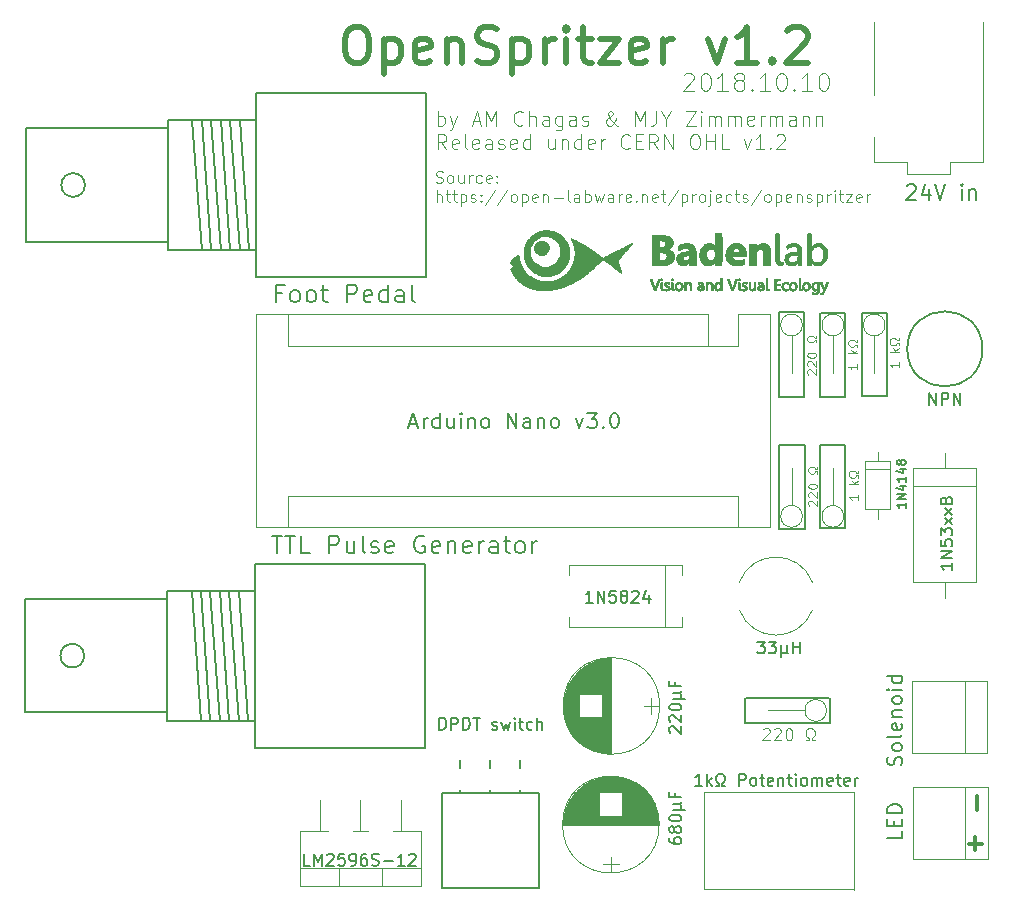
<source format=gbr>
G04 #@! TF.GenerationSoftware,KiCad,Pcbnew,(5.0.0)*
G04 #@! TF.CreationDate,2018-10-11T22:14:57+02:00*
G04 #@! TF.ProjectId,OpenSpritzer_1.2,4F70656E53707269747A65725F312E32,rev?*
G04 #@! TF.SameCoordinates,Original*
G04 #@! TF.FileFunction,Legend,Top*
G04 #@! TF.FilePolarity,Positive*
%FSLAX46Y46*%
G04 Gerber Fmt 4.6, Leading zero omitted, Abs format (unit mm)*
G04 Created by KiCad (PCBNEW (5.0.0)) date 10/11/18 22:14:57*
%MOMM*%
%LPD*%
G01*
G04 APERTURE LIST*
%ADD10C,0.200000*%
%ADD11C,0.125000*%
%ADD12C,0.500000*%
%ADD13C,0.300000*%
%ADD14C,0.120000*%
%ADD15C,0.150000*%
%ADD16C,0.010000*%
G04 APERTURE END LIST*
D10*
X151430000Y-108025000D02*
X151430000Y-100950000D01*
X153550000Y-108025000D02*
X151450000Y-108025000D01*
X153550000Y-107975000D02*
X153550000Y-108025000D01*
X153550000Y-100950000D02*
X153550000Y-107975000D01*
X151425000Y-100950000D02*
X153550000Y-100950000D01*
X147950000Y-108075000D02*
X147950000Y-100975000D01*
X150050000Y-108100000D02*
X148000000Y-108100000D01*
X150050000Y-100950000D02*
X150050000Y-108075000D01*
X148000000Y-100950000D02*
X150050000Y-100950000D01*
X144525000Y-100925000D02*
X144475000Y-100925000D01*
X146550000Y-100925000D02*
X144525000Y-100925000D01*
X146550000Y-108100000D02*
X146550000Y-100925000D01*
X144475000Y-108100000D02*
X146550000Y-108100000D01*
X144475000Y-108050000D02*
X144475000Y-108100000D01*
X144475000Y-108025000D02*
X144475000Y-108050000D01*
X144475000Y-100950000D02*
X144475000Y-108025000D01*
X148720479Y-135684520D02*
X141620479Y-135684520D01*
X148720479Y-135659520D02*
X148720479Y-135684520D01*
X148720479Y-133559520D02*
X148720479Y-135659520D01*
X141620479Y-133559520D02*
X148695479Y-133559520D01*
X141595479Y-135684520D02*
X141595479Y-133559520D01*
X147950000Y-119225000D02*
X147925000Y-112125000D01*
X150025000Y-119225000D02*
X147950000Y-119225000D01*
X150025000Y-112125000D02*
X150025000Y-119225000D01*
X147950000Y-112125000D02*
X150025000Y-112125000D01*
X144400000Y-112125000D02*
X146600000Y-112125000D01*
X146600000Y-119250000D02*
X146600000Y-112150000D01*
X144400000Y-119250000D02*
X146600000Y-119250000D01*
X144400000Y-112150000D02*
X144400000Y-119250000D01*
D11*
X136366964Y-80796428D02*
X136438392Y-80725000D01*
X136581250Y-80653571D01*
X136938392Y-80653571D01*
X137081250Y-80725000D01*
X137152678Y-80796428D01*
X137224107Y-80939285D01*
X137224107Y-81082142D01*
X137152678Y-81296428D01*
X136295535Y-82153571D01*
X137224107Y-82153571D01*
X138152678Y-80653571D02*
X138295535Y-80653571D01*
X138438392Y-80725000D01*
X138509821Y-80796428D01*
X138581250Y-80939285D01*
X138652678Y-81225000D01*
X138652678Y-81582142D01*
X138581250Y-81867857D01*
X138509821Y-82010714D01*
X138438392Y-82082142D01*
X138295535Y-82153571D01*
X138152678Y-82153571D01*
X138009821Y-82082142D01*
X137938392Y-82010714D01*
X137866964Y-81867857D01*
X137795535Y-81582142D01*
X137795535Y-81225000D01*
X137866964Y-80939285D01*
X137938392Y-80796428D01*
X138009821Y-80725000D01*
X138152678Y-80653571D01*
X140081250Y-82153571D02*
X139224107Y-82153571D01*
X139652678Y-82153571D02*
X139652678Y-80653571D01*
X139509821Y-80867857D01*
X139366964Y-81010714D01*
X139224107Y-81082142D01*
X140938392Y-81296428D02*
X140795535Y-81225000D01*
X140724107Y-81153571D01*
X140652678Y-81010714D01*
X140652678Y-80939285D01*
X140724107Y-80796428D01*
X140795535Y-80725000D01*
X140938392Y-80653571D01*
X141224107Y-80653571D01*
X141366964Y-80725000D01*
X141438392Y-80796428D01*
X141509821Y-80939285D01*
X141509821Y-81010714D01*
X141438392Y-81153571D01*
X141366964Y-81225000D01*
X141224107Y-81296428D01*
X140938392Y-81296428D01*
X140795535Y-81367857D01*
X140724107Y-81439285D01*
X140652678Y-81582142D01*
X140652678Y-81867857D01*
X140724107Y-82010714D01*
X140795535Y-82082142D01*
X140938392Y-82153571D01*
X141224107Y-82153571D01*
X141366964Y-82082142D01*
X141438392Y-82010714D01*
X141509821Y-81867857D01*
X141509821Y-81582142D01*
X141438392Y-81439285D01*
X141366964Y-81367857D01*
X141224107Y-81296428D01*
X142152678Y-82010714D02*
X142224107Y-82082142D01*
X142152678Y-82153571D01*
X142081250Y-82082142D01*
X142152678Y-82010714D01*
X142152678Y-82153571D01*
X143652678Y-82153571D02*
X142795535Y-82153571D01*
X143224107Y-82153571D02*
X143224107Y-80653571D01*
X143081250Y-80867857D01*
X142938392Y-81010714D01*
X142795535Y-81082142D01*
X144581250Y-80653571D02*
X144724107Y-80653571D01*
X144866964Y-80725000D01*
X144938392Y-80796428D01*
X145009821Y-80939285D01*
X145081250Y-81225000D01*
X145081250Y-81582142D01*
X145009821Y-81867857D01*
X144938392Y-82010714D01*
X144866964Y-82082142D01*
X144724107Y-82153571D01*
X144581250Y-82153571D01*
X144438392Y-82082142D01*
X144366964Y-82010714D01*
X144295535Y-81867857D01*
X144224107Y-81582142D01*
X144224107Y-81225000D01*
X144295535Y-80939285D01*
X144366964Y-80796428D01*
X144438392Y-80725000D01*
X144581250Y-80653571D01*
X145724107Y-82010714D02*
X145795535Y-82082142D01*
X145724107Y-82153571D01*
X145652678Y-82082142D01*
X145724107Y-82010714D01*
X145724107Y-82153571D01*
X147224107Y-82153571D02*
X146366964Y-82153571D01*
X146795535Y-82153571D02*
X146795535Y-80653571D01*
X146652678Y-80867857D01*
X146509821Y-81010714D01*
X146366964Y-81082142D01*
X148152678Y-80653571D02*
X148295535Y-80653571D01*
X148438392Y-80725000D01*
X148509821Y-80796428D01*
X148581250Y-80939285D01*
X148652678Y-81225000D01*
X148652678Y-81582142D01*
X148581250Y-81867857D01*
X148509821Y-82010714D01*
X148438392Y-82082142D01*
X148295535Y-82153571D01*
X148152678Y-82153571D01*
X148009821Y-82082142D01*
X147938392Y-82010714D01*
X147866964Y-81867857D01*
X147795535Y-81582142D01*
X147795535Y-81225000D01*
X147866964Y-80939285D01*
X147938392Y-80796428D01*
X148009821Y-80725000D01*
X148152678Y-80653571D01*
X115553869Y-85115476D02*
X115553869Y-83865476D01*
X115553869Y-84341666D02*
X115672916Y-84282142D01*
X115911011Y-84282142D01*
X116030059Y-84341666D01*
X116089583Y-84401190D01*
X116149107Y-84520238D01*
X116149107Y-84877380D01*
X116089583Y-84996428D01*
X116030059Y-85055952D01*
X115911011Y-85115476D01*
X115672916Y-85115476D01*
X115553869Y-85055952D01*
X116565773Y-84282142D02*
X116863392Y-85115476D01*
X117161011Y-84282142D02*
X116863392Y-85115476D01*
X116744345Y-85413095D01*
X116684821Y-85472619D01*
X116565773Y-85532142D01*
X118530059Y-84758333D02*
X119125297Y-84758333D01*
X118411011Y-85115476D02*
X118827678Y-83865476D01*
X119244345Y-85115476D01*
X119661011Y-85115476D02*
X119661011Y-83865476D01*
X120077678Y-84758333D01*
X120494345Y-83865476D01*
X120494345Y-85115476D01*
X122756250Y-84996428D02*
X122696726Y-85055952D01*
X122518154Y-85115476D01*
X122399107Y-85115476D01*
X122220535Y-85055952D01*
X122101488Y-84936904D01*
X122041964Y-84817857D01*
X121982440Y-84579761D01*
X121982440Y-84401190D01*
X122041964Y-84163095D01*
X122101488Y-84044047D01*
X122220535Y-83925000D01*
X122399107Y-83865476D01*
X122518154Y-83865476D01*
X122696726Y-83925000D01*
X122756250Y-83984523D01*
X123291964Y-85115476D02*
X123291964Y-83865476D01*
X123827678Y-85115476D02*
X123827678Y-84460714D01*
X123768154Y-84341666D01*
X123649107Y-84282142D01*
X123470535Y-84282142D01*
X123351488Y-84341666D01*
X123291964Y-84401190D01*
X124958630Y-85115476D02*
X124958630Y-84460714D01*
X124899107Y-84341666D01*
X124780059Y-84282142D01*
X124541964Y-84282142D01*
X124422916Y-84341666D01*
X124958630Y-85055952D02*
X124839583Y-85115476D01*
X124541964Y-85115476D01*
X124422916Y-85055952D01*
X124363392Y-84936904D01*
X124363392Y-84817857D01*
X124422916Y-84698809D01*
X124541964Y-84639285D01*
X124839583Y-84639285D01*
X124958630Y-84579761D01*
X126089583Y-84282142D02*
X126089583Y-85294047D01*
X126030059Y-85413095D01*
X125970535Y-85472619D01*
X125851488Y-85532142D01*
X125672916Y-85532142D01*
X125553869Y-85472619D01*
X126089583Y-85055952D02*
X125970535Y-85115476D01*
X125732440Y-85115476D01*
X125613392Y-85055952D01*
X125553869Y-84996428D01*
X125494345Y-84877380D01*
X125494345Y-84520238D01*
X125553869Y-84401190D01*
X125613392Y-84341666D01*
X125732440Y-84282142D01*
X125970535Y-84282142D01*
X126089583Y-84341666D01*
X127220535Y-85115476D02*
X127220535Y-84460714D01*
X127161011Y-84341666D01*
X127041964Y-84282142D01*
X126803869Y-84282142D01*
X126684821Y-84341666D01*
X127220535Y-85055952D02*
X127101488Y-85115476D01*
X126803869Y-85115476D01*
X126684821Y-85055952D01*
X126625297Y-84936904D01*
X126625297Y-84817857D01*
X126684821Y-84698809D01*
X126803869Y-84639285D01*
X127101488Y-84639285D01*
X127220535Y-84579761D01*
X127756250Y-85055952D02*
X127875297Y-85115476D01*
X128113392Y-85115476D01*
X128232440Y-85055952D01*
X128291964Y-84936904D01*
X128291964Y-84877380D01*
X128232440Y-84758333D01*
X128113392Y-84698809D01*
X127934821Y-84698809D01*
X127815773Y-84639285D01*
X127756250Y-84520238D01*
X127756250Y-84460714D01*
X127815773Y-84341666D01*
X127934821Y-84282142D01*
X128113392Y-84282142D01*
X128232440Y-84341666D01*
X130791964Y-85115476D02*
X130732440Y-85115476D01*
X130613392Y-85055952D01*
X130434821Y-84877380D01*
X130137202Y-84520238D01*
X130018154Y-84341666D01*
X129958630Y-84163095D01*
X129958630Y-84044047D01*
X130018154Y-83925000D01*
X130137202Y-83865476D01*
X130196726Y-83865476D01*
X130315773Y-83925000D01*
X130375297Y-84044047D01*
X130375297Y-84103571D01*
X130315773Y-84222619D01*
X130256250Y-84282142D01*
X129899107Y-84520238D01*
X129839583Y-84579761D01*
X129780059Y-84698809D01*
X129780059Y-84877380D01*
X129839583Y-84996428D01*
X129899107Y-85055952D01*
X130018154Y-85115476D01*
X130196726Y-85115476D01*
X130315773Y-85055952D01*
X130375297Y-84996428D01*
X130553869Y-84758333D01*
X130613392Y-84579761D01*
X130613392Y-84460714D01*
X132280059Y-85115476D02*
X132280059Y-83865476D01*
X132696726Y-84758333D01*
X133113392Y-83865476D01*
X133113392Y-85115476D01*
X134065773Y-83865476D02*
X134065773Y-84758333D01*
X134006250Y-84936904D01*
X133887202Y-85055952D01*
X133708630Y-85115476D01*
X133589583Y-85115476D01*
X134899107Y-84520238D02*
X134899107Y-85115476D01*
X134482440Y-83865476D02*
X134899107Y-84520238D01*
X135315773Y-83865476D01*
X136565773Y-83865476D02*
X137399107Y-83865476D01*
X136565773Y-85115476D01*
X137399107Y-85115476D01*
X137875297Y-85115476D02*
X137875297Y-84282142D01*
X137875297Y-83865476D02*
X137815773Y-83925000D01*
X137875297Y-83984523D01*
X137934821Y-83925000D01*
X137875297Y-83865476D01*
X137875297Y-83984523D01*
X138470535Y-85115476D02*
X138470535Y-84282142D01*
X138470535Y-84401190D02*
X138530059Y-84341666D01*
X138649107Y-84282142D01*
X138827678Y-84282142D01*
X138946726Y-84341666D01*
X139006250Y-84460714D01*
X139006250Y-85115476D01*
X139006250Y-84460714D02*
X139065773Y-84341666D01*
X139184821Y-84282142D01*
X139363392Y-84282142D01*
X139482440Y-84341666D01*
X139541964Y-84460714D01*
X139541964Y-85115476D01*
X140137202Y-85115476D02*
X140137202Y-84282142D01*
X140137202Y-84401190D02*
X140196726Y-84341666D01*
X140315773Y-84282142D01*
X140494345Y-84282142D01*
X140613392Y-84341666D01*
X140672916Y-84460714D01*
X140672916Y-85115476D01*
X140672916Y-84460714D02*
X140732440Y-84341666D01*
X140851488Y-84282142D01*
X141030059Y-84282142D01*
X141149107Y-84341666D01*
X141208630Y-84460714D01*
X141208630Y-85115476D01*
X142280059Y-85055952D02*
X142161011Y-85115476D01*
X141922916Y-85115476D01*
X141803869Y-85055952D01*
X141744345Y-84936904D01*
X141744345Y-84460714D01*
X141803869Y-84341666D01*
X141922916Y-84282142D01*
X142161011Y-84282142D01*
X142280059Y-84341666D01*
X142339583Y-84460714D01*
X142339583Y-84579761D01*
X141744345Y-84698809D01*
X142875297Y-85115476D02*
X142875297Y-84282142D01*
X142875297Y-84520238D02*
X142934821Y-84401190D01*
X142994345Y-84341666D01*
X143113392Y-84282142D01*
X143232440Y-84282142D01*
X143649107Y-85115476D02*
X143649107Y-84282142D01*
X143649107Y-84401190D02*
X143708630Y-84341666D01*
X143827678Y-84282142D01*
X144006250Y-84282142D01*
X144125297Y-84341666D01*
X144184821Y-84460714D01*
X144184821Y-85115476D01*
X144184821Y-84460714D02*
X144244345Y-84341666D01*
X144363392Y-84282142D01*
X144541964Y-84282142D01*
X144661011Y-84341666D01*
X144720535Y-84460714D01*
X144720535Y-85115476D01*
X145851488Y-85115476D02*
X145851488Y-84460714D01*
X145791964Y-84341666D01*
X145672916Y-84282142D01*
X145434821Y-84282142D01*
X145315773Y-84341666D01*
X145851488Y-85055952D02*
X145732440Y-85115476D01*
X145434821Y-85115476D01*
X145315773Y-85055952D01*
X145256250Y-84936904D01*
X145256250Y-84817857D01*
X145315773Y-84698809D01*
X145434821Y-84639285D01*
X145732440Y-84639285D01*
X145851488Y-84579761D01*
X146446726Y-84282142D02*
X146446726Y-85115476D01*
X146446726Y-84401190D02*
X146506250Y-84341666D01*
X146625297Y-84282142D01*
X146803869Y-84282142D01*
X146922916Y-84341666D01*
X146982440Y-84460714D01*
X146982440Y-85115476D01*
X147577678Y-84282142D02*
X147577678Y-85115476D01*
X147577678Y-84401190D02*
X147637202Y-84341666D01*
X147756250Y-84282142D01*
X147934821Y-84282142D01*
X148053869Y-84341666D01*
X148113392Y-84460714D01*
X148113392Y-85115476D01*
X116268154Y-87115476D02*
X115851488Y-86520238D01*
X115553869Y-87115476D02*
X115553869Y-85865476D01*
X116030059Y-85865476D01*
X116149107Y-85925000D01*
X116208630Y-85984523D01*
X116268154Y-86103571D01*
X116268154Y-86282142D01*
X116208630Y-86401190D01*
X116149107Y-86460714D01*
X116030059Y-86520238D01*
X115553869Y-86520238D01*
X117280059Y-87055952D02*
X117161011Y-87115476D01*
X116922916Y-87115476D01*
X116803869Y-87055952D01*
X116744345Y-86936904D01*
X116744345Y-86460714D01*
X116803869Y-86341666D01*
X116922916Y-86282142D01*
X117161011Y-86282142D01*
X117280059Y-86341666D01*
X117339583Y-86460714D01*
X117339583Y-86579761D01*
X116744345Y-86698809D01*
X118053869Y-87115476D02*
X117934821Y-87055952D01*
X117875297Y-86936904D01*
X117875297Y-85865476D01*
X119006250Y-87055952D02*
X118887202Y-87115476D01*
X118649107Y-87115476D01*
X118530059Y-87055952D01*
X118470535Y-86936904D01*
X118470535Y-86460714D01*
X118530059Y-86341666D01*
X118649107Y-86282142D01*
X118887202Y-86282142D01*
X119006250Y-86341666D01*
X119065773Y-86460714D01*
X119065773Y-86579761D01*
X118470535Y-86698809D01*
X120137202Y-87115476D02*
X120137202Y-86460714D01*
X120077678Y-86341666D01*
X119958630Y-86282142D01*
X119720535Y-86282142D01*
X119601488Y-86341666D01*
X120137202Y-87055952D02*
X120018154Y-87115476D01*
X119720535Y-87115476D01*
X119601488Y-87055952D01*
X119541964Y-86936904D01*
X119541964Y-86817857D01*
X119601488Y-86698809D01*
X119720535Y-86639285D01*
X120018154Y-86639285D01*
X120137202Y-86579761D01*
X120672916Y-87055952D02*
X120791964Y-87115476D01*
X121030059Y-87115476D01*
X121149107Y-87055952D01*
X121208630Y-86936904D01*
X121208630Y-86877380D01*
X121149107Y-86758333D01*
X121030059Y-86698809D01*
X120851488Y-86698809D01*
X120732440Y-86639285D01*
X120672916Y-86520238D01*
X120672916Y-86460714D01*
X120732440Y-86341666D01*
X120851488Y-86282142D01*
X121030059Y-86282142D01*
X121149107Y-86341666D01*
X122220535Y-87055952D02*
X122101488Y-87115476D01*
X121863392Y-87115476D01*
X121744345Y-87055952D01*
X121684821Y-86936904D01*
X121684821Y-86460714D01*
X121744345Y-86341666D01*
X121863392Y-86282142D01*
X122101488Y-86282142D01*
X122220535Y-86341666D01*
X122280059Y-86460714D01*
X122280059Y-86579761D01*
X121684821Y-86698809D01*
X123351488Y-87115476D02*
X123351488Y-85865476D01*
X123351488Y-87055952D02*
X123232440Y-87115476D01*
X122994345Y-87115476D01*
X122875297Y-87055952D01*
X122815773Y-86996428D01*
X122756250Y-86877380D01*
X122756250Y-86520238D01*
X122815773Y-86401190D01*
X122875297Y-86341666D01*
X122994345Y-86282142D01*
X123232440Y-86282142D01*
X123351488Y-86341666D01*
X125434821Y-86282142D02*
X125434821Y-87115476D01*
X124899107Y-86282142D02*
X124899107Y-86936904D01*
X124958630Y-87055952D01*
X125077678Y-87115476D01*
X125256250Y-87115476D01*
X125375297Y-87055952D01*
X125434821Y-86996428D01*
X126030059Y-86282142D02*
X126030059Y-87115476D01*
X126030059Y-86401190D02*
X126089583Y-86341666D01*
X126208630Y-86282142D01*
X126387202Y-86282142D01*
X126506250Y-86341666D01*
X126565773Y-86460714D01*
X126565773Y-87115476D01*
X127696726Y-87115476D02*
X127696726Y-85865476D01*
X127696726Y-87055952D02*
X127577678Y-87115476D01*
X127339583Y-87115476D01*
X127220535Y-87055952D01*
X127161011Y-86996428D01*
X127101488Y-86877380D01*
X127101488Y-86520238D01*
X127161011Y-86401190D01*
X127220535Y-86341666D01*
X127339583Y-86282142D01*
X127577678Y-86282142D01*
X127696726Y-86341666D01*
X128768154Y-87055952D02*
X128649107Y-87115476D01*
X128411011Y-87115476D01*
X128291964Y-87055952D01*
X128232440Y-86936904D01*
X128232440Y-86460714D01*
X128291964Y-86341666D01*
X128411011Y-86282142D01*
X128649107Y-86282142D01*
X128768154Y-86341666D01*
X128827678Y-86460714D01*
X128827678Y-86579761D01*
X128232440Y-86698809D01*
X129363392Y-87115476D02*
X129363392Y-86282142D01*
X129363392Y-86520238D02*
X129422916Y-86401190D01*
X129482440Y-86341666D01*
X129601488Y-86282142D01*
X129720535Y-86282142D01*
X131803869Y-86996428D02*
X131744345Y-87055952D01*
X131565773Y-87115476D01*
X131446726Y-87115476D01*
X131268154Y-87055952D01*
X131149107Y-86936904D01*
X131089583Y-86817857D01*
X131030059Y-86579761D01*
X131030059Y-86401190D01*
X131089583Y-86163095D01*
X131149107Y-86044047D01*
X131268154Y-85925000D01*
X131446726Y-85865476D01*
X131565773Y-85865476D01*
X131744345Y-85925000D01*
X131803869Y-85984523D01*
X132339583Y-86460714D02*
X132756250Y-86460714D01*
X132934821Y-87115476D02*
X132339583Y-87115476D01*
X132339583Y-85865476D01*
X132934821Y-85865476D01*
X134184821Y-87115476D02*
X133768154Y-86520238D01*
X133470535Y-87115476D02*
X133470535Y-85865476D01*
X133946726Y-85865476D01*
X134065773Y-85925000D01*
X134125297Y-85984523D01*
X134184821Y-86103571D01*
X134184821Y-86282142D01*
X134125297Y-86401190D01*
X134065773Y-86460714D01*
X133946726Y-86520238D01*
X133470535Y-86520238D01*
X134720535Y-87115476D02*
X134720535Y-85865476D01*
X135434821Y-87115476D01*
X135434821Y-85865476D01*
X137220535Y-85865476D02*
X137458630Y-85865476D01*
X137577678Y-85925000D01*
X137696726Y-86044047D01*
X137756250Y-86282142D01*
X137756250Y-86698809D01*
X137696726Y-86936904D01*
X137577678Y-87055952D01*
X137458630Y-87115476D01*
X137220535Y-87115476D01*
X137101488Y-87055952D01*
X136982440Y-86936904D01*
X136922916Y-86698809D01*
X136922916Y-86282142D01*
X136982440Y-86044047D01*
X137101488Y-85925000D01*
X137220535Y-85865476D01*
X138291964Y-87115476D02*
X138291964Y-85865476D01*
X138291964Y-86460714D02*
X139006250Y-86460714D01*
X139006250Y-87115476D02*
X139006250Y-85865476D01*
X140196726Y-87115476D02*
X139601488Y-87115476D01*
X139601488Y-85865476D01*
X141446726Y-86282142D02*
X141744345Y-87115476D01*
X142041964Y-86282142D01*
X143172916Y-87115476D02*
X142458630Y-87115476D01*
X142815773Y-87115476D02*
X142815773Y-85865476D01*
X142696726Y-86044047D01*
X142577678Y-86163095D01*
X142458630Y-86222619D01*
X143708630Y-86996428D02*
X143768154Y-87055952D01*
X143708630Y-87115476D01*
X143649107Y-87055952D01*
X143708630Y-86996428D01*
X143708630Y-87115476D01*
X144244345Y-85984523D02*
X144303869Y-85925000D01*
X144422916Y-85865476D01*
X144720535Y-85865476D01*
X144839583Y-85925000D01*
X144899107Y-85984523D01*
X144958630Y-86103571D01*
X144958630Y-86222619D01*
X144899107Y-86401190D01*
X144184821Y-87115476D01*
X144958630Y-87115476D01*
X115396726Y-89917261D02*
X115539583Y-89964880D01*
X115777678Y-89964880D01*
X115872916Y-89917261D01*
X115920535Y-89869642D01*
X115968154Y-89774404D01*
X115968154Y-89679166D01*
X115920535Y-89583928D01*
X115872916Y-89536309D01*
X115777678Y-89488690D01*
X115587202Y-89441071D01*
X115491964Y-89393452D01*
X115444345Y-89345833D01*
X115396726Y-89250595D01*
X115396726Y-89155357D01*
X115444345Y-89060119D01*
X115491964Y-89012500D01*
X115587202Y-88964880D01*
X115825297Y-88964880D01*
X115968154Y-89012500D01*
X116539583Y-89964880D02*
X116444345Y-89917261D01*
X116396726Y-89869642D01*
X116349107Y-89774404D01*
X116349107Y-89488690D01*
X116396726Y-89393452D01*
X116444345Y-89345833D01*
X116539583Y-89298214D01*
X116682440Y-89298214D01*
X116777678Y-89345833D01*
X116825297Y-89393452D01*
X116872916Y-89488690D01*
X116872916Y-89774404D01*
X116825297Y-89869642D01*
X116777678Y-89917261D01*
X116682440Y-89964880D01*
X116539583Y-89964880D01*
X117730059Y-89298214D02*
X117730059Y-89964880D01*
X117301488Y-89298214D02*
X117301488Y-89822023D01*
X117349107Y-89917261D01*
X117444345Y-89964880D01*
X117587202Y-89964880D01*
X117682440Y-89917261D01*
X117730059Y-89869642D01*
X118206250Y-89964880D02*
X118206250Y-89298214D01*
X118206250Y-89488690D02*
X118253869Y-89393452D01*
X118301488Y-89345833D01*
X118396726Y-89298214D01*
X118491964Y-89298214D01*
X119253869Y-89917261D02*
X119158630Y-89964880D01*
X118968154Y-89964880D01*
X118872916Y-89917261D01*
X118825297Y-89869642D01*
X118777678Y-89774404D01*
X118777678Y-89488690D01*
X118825297Y-89393452D01*
X118872916Y-89345833D01*
X118968154Y-89298214D01*
X119158630Y-89298214D01*
X119253869Y-89345833D01*
X120063392Y-89917261D02*
X119968154Y-89964880D01*
X119777678Y-89964880D01*
X119682440Y-89917261D01*
X119634821Y-89822023D01*
X119634821Y-89441071D01*
X119682440Y-89345833D01*
X119777678Y-89298214D01*
X119968154Y-89298214D01*
X120063392Y-89345833D01*
X120111011Y-89441071D01*
X120111011Y-89536309D01*
X119634821Y-89631547D01*
X120539583Y-89869642D02*
X120587202Y-89917261D01*
X120539583Y-89964880D01*
X120491964Y-89917261D01*
X120539583Y-89869642D01*
X120539583Y-89964880D01*
X120539583Y-89345833D02*
X120587202Y-89393452D01*
X120539583Y-89441071D01*
X120491964Y-89393452D01*
X120539583Y-89345833D01*
X120539583Y-89441071D01*
X115444345Y-91589880D02*
X115444345Y-90589880D01*
X115872916Y-91589880D02*
X115872916Y-91066071D01*
X115825297Y-90970833D01*
X115730059Y-90923214D01*
X115587202Y-90923214D01*
X115491964Y-90970833D01*
X115444345Y-91018452D01*
X116206250Y-90923214D02*
X116587202Y-90923214D01*
X116349107Y-90589880D02*
X116349107Y-91447023D01*
X116396726Y-91542261D01*
X116491964Y-91589880D01*
X116587202Y-91589880D01*
X116777678Y-90923214D02*
X117158630Y-90923214D01*
X116920535Y-90589880D02*
X116920535Y-91447023D01*
X116968154Y-91542261D01*
X117063392Y-91589880D01*
X117158630Y-91589880D01*
X117491964Y-90923214D02*
X117491964Y-91923214D01*
X117491964Y-90970833D02*
X117587202Y-90923214D01*
X117777678Y-90923214D01*
X117872916Y-90970833D01*
X117920535Y-91018452D01*
X117968154Y-91113690D01*
X117968154Y-91399404D01*
X117920535Y-91494642D01*
X117872916Y-91542261D01*
X117777678Y-91589880D01*
X117587202Y-91589880D01*
X117491964Y-91542261D01*
X118349107Y-91542261D02*
X118444345Y-91589880D01*
X118634821Y-91589880D01*
X118730059Y-91542261D01*
X118777678Y-91447023D01*
X118777678Y-91399404D01*
X118730059Y-91304166D01*
X118634821Y-91256547D01*
X118491964Y-91256547D01*
X118396726Y-91208928D01*
X118349107Y-91113690D01*
X118349107Y-91066071D01*
X118396726Y-90970833D01*
X118491964Y-90923214D01*
X118634821Y-90923214D01*
X118730059Y-90970833D01*
X119206250Y-91494642D02*
X119253869Y-91542261D01*
X119206250Y-91589880D01*
X119158630Y-91542261D01*
X119206250Y-91494642D01*
X119206250Y-91589880D01*
X119206250Y-90970833D02*
X119253869Y-91018452D01*
X119206250Y-91066071D01*
X119158630Y-91018452D01*
X119206250Y-90970833D01*
X119206250Y-91066071D01*
X120396726Y-90542261D02*
X119539583Y-91827976D01*
X121444345Y-90542261D02*
X120587202Y-91827976D01*
X121920535Y-91589880D02*
X121825297Y-91542261D01*
X121777678Y-91494642D01*
X121730059Y-91399404D01*
X121730059Y-91113690D01*
X121777678Y-91018452D01*
X121825297Y-90970833D01*
X121920535Y-90923214D01*
X122063392Y-90923214D01*
X122158630Y-90970833D01*
X122206250Y-91018452D01*
X122253869Y-91113690D01*
X122253869Y-91399404D01*
X122206250Y-91494642D01*
X122158630Y-91542261D01*
X122063392Y-91589880D01*
X121920535Y-91589880D01*
X122682440Y-90923214D02*
X122682440Y-91923214D01*
X122682440Y-90970833D02*
X122777678Y-90923214D01*
X122968154Y-90923214D01*
X123063392Y-90970833D01*
X123111011Y-91018452D01*
X123158630Y-91113690D01*
X123158630Y-91399404D01*
X123111011Y-91494642D01*
X123063392Y-91542261D01*
X122968154Y-91589880D01*
X122777678Y-91589880D01*
X122682440Y-91542261D01*
X123968154Y-91542261D02*
X123872916Y-91589880D01*
X123682440Y-91589880D01*
X123587202Y-91542261D01*
X123539583Y-91447023D01*
X123539583Y-91066071D01*
X123587202Y-90970833D01*
X123682440Y-90923214D01*
X123872916Y-90923214D01*
X123968154Y-90970833D01*
X124015773Y-91066071D01*
X124015773Y-91161309D01*
X123539583Y-91256547D01*
X124444345Y-90923214D02*
X124444345Y-91589880D01*
X124444345Y-91018452D02*
X124491964Y-90970833D01*
X124587202Y-90923214D01*
X124730059Y-90923214D01*
X124825297Y-90970833D01*
X124872916Y-91066071D01*
X124872916Y-91589880D01*
X125349107Y-91208928D02*
X126111011Y-91208928D01*
X126730059Y-91589880D02*
X126634821Y-91542261D01*
X126587202Y-91447023D01*
X126587202Y-90589880D01*
X127539583Y-91589880D02*
X127539583Y-91066071D01*
X127491964Y-90970833D01*
X127396726Y-90923214D01*
X127206250Y-90923214D01*
X127111011Y-90970833D01*
X127539583Y-91542261D02*
X127444345Y-91589880D01*
X127206250Y-91589880D01*
X127111011Y-91542261D01*
X127063392Y-91447023D01*
X127063392Y-91351785D01*
X127111011Y-91256547D01*
X127206250Y-91208928D01*
X127444345Y-91208928D01*
X127539583Y-91161309D01*
X128015773Y-91589880D02*
X128015773Y-90589880D01*
X128015773Y-90970833D02*
X128111011Y-90923214D01*
X128301488Y-90923214D01*
X128396726Y-90970833D01*
X128444345Y-91018452D01*
X128491964Y-91113690D01*
X128491964Y-91399404D01*
X128444345Y-91494642D01*
X128396726Y-91542261D01*
X128301488Y-91589880D01*
X128111011Y-91589880D01*
X128015773Y-91542261D01*
X128825297Y-90923214D02*
X129015773Y-91589880D01*
X129206250Y-91113690D01*
X129396726Y-91589880D01*
X129587202Y-90923214D01*
X130396726Y-91589880D02*
X130396726Y-91066071D01*
X130349107Y-90970833D01*
X130253869Y-90923214D01*
X130063392Y-90923214D01*
X129968154Y-90970833D01*
X130396726Y-91542261D02*
X130301488Y-91589880D01*
X130063392Y-91589880D01*
X129968154Y-91542261D01*
X129920535Y-91447023D01*
X129920535Y-91351785D01*
X129968154Y-91256547D01*
X130063392Y-91208928D01*
X130301488Y-91208928D01*
X130396726Y-91161309D01*
X130872916Y-91589880D02*
X130872916Y-90923214D01*
X130872916Y-91113690D02*
X130920535Y-91018452D01*
X130968154Y-90970833D01*
X131063392Y-90923214D01*
X131158630Y-90923214D01*
X131872916Y-91542261D02*
X131777678Y-91589880D01*
X131587202Y-91589880D01*
X131491964Y-91542261D01*
X131444345Y-91447023D01*
X131444345Y-91066071D01*
X131491964Y-90970833D01*
X131587202Y-90923214D01*
X131777678Y-90923214D01*
X131872916Y-90970833D01*
X131920535Y-91066071D01*
X131920535Y-91161309D01*
X131444345Y-91256547D01*
X132349107Y-91494642D02*
X132396726Y-91542261D01*
X132349107Y-91589880D01*
X132301488Y-91542261D01*
X132349107Y-91494642D01*
X132349107Y-91589880D01*
X132825297Y-90923214D02*
X132825297Y-91589880D01*
X132825297Y-91018452D02*
X132872916Y-90970833D01*
X132968154Y-90923214D01*
X133111011Y-90923214D01*
X133206250Y-90970833D01*
X133253869Y-91066071D01*
X133253869Y-91589880D01*
X134111011Y-91542261D02*
X134015773Y-91589880D01*
X133825297Y-91589880D01*
X133730059Y-91542261D01*
X133682440Y-91447023D01*
X133682440Y-91066071D01*
X133730059Y-90970833D01*
X133825297Y-90923214D01*
X134015773Y-90923214D01*
X134111011Y-90970833D01*
X134158630Y-91066071D01*
X134158630Y-91161309D01*
X133682440Y-91256547D01*
X134444345Y-90923214D02*
X134825297Y-90923214D01*
X134587202Y-90589880D02*
X134587202Y-91447023D01*
X134634821Y-91542261D01*
X134730059Y-91589880D01*
X134825297Y-91589880D01*
X135872916Y-90542261D02*
X135015773Y-91827976D01*
X136206250Y-90923214D02*
X136206250Y-91923214D01*
X136206250Y-90970833D02*
X136301488Y-90923214D01*
X136491964Y-90923214D01*
X136587202Y-90970833D01*
X136634821Y-91018452D01*
X136682440Y-91113690D01*
X136682440Y-91399404D01*
X136634821Y-91494642D01*
X136587202Y-91542261D01*
X136491964Y-91589880D01*
X136301488Y-91589880D01*
X136206250Y-91542261D01*
X137111011Y-91589880D02*
X137111011Y-90923214D01*
X137111011Y-91113690D02*
X137158630Y-91018452D01*
X137206250Y-90970833D01*
X137301488Y-90923214D01*
X137396726Y-90923214D01*
X137872916Y-91589880D02*
X137777678Y-91542261D01*
X137730059Y-91494642D01*
X137682440Y-91399404D01*
X137682440Y-91113690D01*
X137730059Y-91018452D01*
X137777678Y-90970833D01*
X137872916Y-90923214D01*
X138015773Y-90923214D01*
X138111011Y-90970833D01*
X138158630Y-91018452D01*
X138206250Y-91113690D01*
X138206250Y-91399404D01*
X138158630Y-91494642D01*
X138111011Y-91542261D01*
X138015773Y-91589880D01*
X137872916Y-91589880D01*
X138634821Y-90923214D02*
X138634821Y-91780357D01*
X138587202Y-91875595D01*
X138491964Y-91923214D01*
X138444345Y-91923214D01*
X138634821Y-90589880D02*
X138587202Y-90637500D01*
X138634821Y-90685119D01*
X138682440Y-90637500D01*
X138634821Y-90589880D01*
X138634821Y-90685119D01*
X139491964Y-91542261D02*
X139396726Y-91589880D01*
X139206250Y-91589880D01*
X139111011Y-91542261D01*
X139063392Y-91447023D01*
X139063392Y-91066071D01*
X139111011Y-90970833D01*
X139206250Y-90923214D01*
X139396726Y-90923214D01*
X139491964Y-90970833D01*
X139539583Y-91066071D01*
X139539583Y-91161309D01*
X139063392Y-91256547D01*
X140396726Y-91542261D02*
X140301488Y-91589880D01*
X140111011Y-91589880D01*
X140015773Y-91542261D01*
X139968154Y-91494642D01*
X139920535Y-91399404D01*
X139920535Y-91113690D01*
X139968154Y-91018452D01*
X140015773Y-90970833D01*
X140111011Y-90923214D01*
X140301488Y-90923214D01*
X140396726Y-90970833D01*
X140682440Y-90923214D02*
X141063392Y-90923214D01*
X140825297Y-90589880D02*
X140825297Y-91447023D01*
X140872916Y-91542261D01*
X140968154Y-91589880D01*
X141063392Y-91589880D01*
X141349107Y-91542261D02*
X141444345Y-91589880D01*
X141634821Y-91589880D01*
X141730059Y-91542261D01*
X141777678Y-91447023D01*
X141777678Y-91399404D01*
X141730059Y-91304166D01*
X141634821Y-91256547D01*
X141491964Y-91256547D01*
X141396726Y-91208928D01*
X141349107Y-91113690D01*
X141349107Y-91066071D01*
X141396726Y-90970833D01*
X141491964Y-90923214D01*
X141634821Y-90923214D01*
X141730059Y-90970833D01*
X142920535Y-90542261D02*
X142063392Y-91827976D01*
X143396726Y-91589880D02*
X143301488Y-91542261D01*
X143253869Y-91494642D01*
X143206250Y-91399404D01*
X143206250Y-91113690D01*
X143253869Y-91018452D01*
X143301488Y-90970833D01*
X143396726Y-90923214D01*
X143539583Y-90923214D01*
X143634821Y-90970833D01*
X143682440Y-91018452D01*
X143730059Y-91113690D01*
X143730059Y-91399404D01*
X143682440Y-91494642D01*
X143634821Y-91542261D01*
X143539583Y-91589880D01*
X143396726Y-91589880D01*
X144158630Y-90923214D02*
X144158630Y-91923214D01*
X144158630Y-90970833D02*
X144253869Y-90923214D01*
X144444345Y-90923214D01*
X144539583Y-90970833D01*
X144587202Y-91018452D01*
X144634821Y-91113690D01*
X144634821Y-91399404D01*
X144587202Y-91494642D01*
X144539583Y-91542261D01*
X144444345Y-91589880D01*
X144253869Y-91589880D01*
X144158630Y-91542261D01*
X145444345Y-91542261D02*
X145349107Y-91589880D01*
X145158630Y-91589880D01*
X145063392Y-91542261D01*
X145015773Y-91447023D01*
X145015773Y-91066071D01*
X145063392Y-90970833D01*
X145158630Y-90923214D01*
X145349107Y-90923214D01*
X145444345Y-90970833D01*
X145491964Y-91066071D01*
X145491964Y-91161309D01*
X145015773Y-91256547D01*
X145920535Y-90923214D02*
X145920535Y-91589880D01*
X145920535Y-91018452D02*
X145968154Y-90970833D01*
X146063392Y-90923214D01*
X146206250Y-90923214D01*
X146301488Y-90970833D01*
X146349107Y-91066071D01*
X146349107Y-91589880D01*
X146777678Y-91542261D02*
X146872916Y-91589880D01*
X147063392Y-91589880D01*
X147158630Y-91542261D01*
X147206250Y-91447023D01*
X147206250Y-91399404D01*
X147158630Y-91304166D01*
X147063392Y-91256547D01*
X146920535Y-91256547D01*
X146825297Y-91208928D01*
X146777678Y-91113690D01*
X146777678Y-91066071D01*
X146825297Y-90970833D01*
X146920535Y-90923214D01*
X147063392Y-90923214D01*
X147158630Y-90970833D01*
X147634821Y-90923214D02*
X147634821Y-91923214D01*
X147634821Y-90970833D02*
X147730059Y-90923214D01*
X147920535Y-90923214D01*
X148015773Y-90970833D01*
X148063392Y-91018452D01*
X148111011Y-91113690D01*
X148111011Y-91399404D01*
X148063392Y-91494642D01*
X148015773Y-91542261D01*
X147920535Y-91589880D01*
X147730059Y-91589880D01*
X147634821Y-91542261D01*
X148539583Y-91589880D02*
X148539583Y-90923214D01*
X148539583Y-91113690D02*
X148587202Y-91018452D01*
X148634821Y-90970833D01*
X148730059Y-90923214D01*
X148825297Y-90923214D01*
X149158630Y-91589880D02*
X149158630Y-90923214D01*
X149158630Y-90589880D02*
X149111011Y-90637500D01*
X149158630Y-90685119D01*
X149206250Y-90637500D01*
X149158630Y-90589880D01*
X149158630Y-90685119D01*
X149491964Y-90923214D02*
X149872916Y-90923214D01*
X149634821Y-90589880D02*
X149634821Y-91447023D01*
X149682440Y-91542261D01*
X149777678Y-91589880D01*
X149872916Y-91589880D01*
X150111011Y-90923214D02*
X150634821Y-90923214D01*
X150111011Y-91589880D01*
X150634821Y-91589880D01*
X151396726Y-91542261D02*
X151301488Y-91589880D01*
X151111011Y-91589880D01*
X151015773Y-91542261D01*
X150968154Y-91447023D01*
X150968154Y-91066071D01*
X151015773Y-90970833D01*
X151111011Y-90923214D01*
X151301488Y-90923214D01*
X151396726Y-90970833D01*
X151444345Y-91066071D01*
X151444345Y-91161309D01*
X150968154Y-91256547D01*
X151872916Y-91589880D02*
X151872916Y-90923214D01*
X151872916Y-91113690D02*
X151920535Y-91018452D01*
X151968154Y-90970833D01*
X152063392Y-90923214D01*
X152158630Y-90923214D01*
D12*
X108442857Y-76782142D02*
X109014285Y-76782142D01*
X109300000Y-76925000D01*
X109585714Y-77210714D01*
X109728571Y-77782142D01*
X109728571Y-78782142D01*
X109585714Y-79353571D01*
X109300000Y-79639285D01*
X109014285Y-79782142D01*
X108442857Y-79782142D01*
X108157142Y-79639285D01*
X107871428Y-79353571D01*
X107728571Y-78782142D01*
X107728571Y-77782142D01*
X107871428Y-77210714D01*
X108157142Y-76925000D01*
X108442857Y-76782142D01*
X111014285Y-77782142D02*
X111014285Y-80782142D01*
X111014285Y-77925000D02*
X111300000Y-77782142D01*
X111871428Y-77782142D01*
X112157142Y-77925000D01*
X112300000Y-78067857D01*
X112442857Y-78353571D01*
X112442857Y-79210714D01*
X112300000Y-79496428D01*
X112157142Y-79639285D01*
X111871428Y-79782142D01*
X111300000Y-79782142D01*
X111014285Y-79639285D01*
X114871428Y-79639285D02*
X114585714Y-79782142D01*
X114014285Y-79782142D01*
X113728571Y-79639285D01*
X113585714Y-79353571D01*
X113585714Y-78210714D01*
X113728571Y-77925000D01*
X114014285Y-77782142D01*
X114585714Y-77782142D01*
X114871428Y-77925000D01*
X115014285Y-78210714D01*
X115014285Y-78496428D01*
X113585714Y-78782142D01*
X116300000Y-77782142D02*
X116300000Y-79782142D01*
X116300000Y-78067857D02*
X116442857Y-77925000D01*
X116728571Y-77782142D01*
X117157142Y-77782142D01*
X117442857Y-77925000D01*
X117585714Y-78210714D01*
X117585714Y-79782142D01*
X118871428Y-79639285D02*
X119300000Y-79782142D01*
X120014285Y-79782142D01*
X120300000Y-79639285D01*
X120442857Y-79496428D01*
X120585714Y-79210714D01*
X120585714Y-78925000D01*
X120442857Y-78639285D01*
X120300000Y-78496428D01*
X120014285Y-78353571D01*
X119442857Y-78210714D01*
X119157142Y-78067857D01*
X119014285Y-77925000D01*
X118871428Y-77639285D01*
X118871428Y-77353571D01*
X119014285Y-77067857D01*
X119157142Y-76925000D01*
X119442857Y-76782142D01*
X120157142Y-76782142D01*
X120585714Y-76925000D01*
X121871428Y-77782142D02*
X121871428Y-80782142D01*
X121871428Y-77925000D02*
X122157142Y-77782142D01*
X122728571Y-77782142D01*
X123014285Y-77925000D01*
X123157142Y-78067857D01*
X123300000Y-78353571D01*
X123300000Y-79210714D01*
X123157142Y-79496428D01*
X123014285Y-79639285D01*
X122728571Y-79782142D01*
X122157142Y-79782142D01*
X121871428Y-79639285D01*
X124585714Y-79782142D02*
X124585714Y-77782142D01*
X124585714Y-78353571D02*
X124728571Y-78067857D01*
X124871428Y-77925000D01*
X125157142Y-77782142D01*
X125442857Y-77782142D01*
X126442857Y-79782142D02*
X126442857Y-77782142D01*
X126442857Y-76782142D02*
X126300000Y-76925000D01*
X126442857Y-77067857D01*
X126585714Y-76925000D01*
X126442857Y-76782142D01*
X126442857Y-77067857D01*
X127442857Y-77782142D02*
X128585714Y-77782142D01*
X127871428Y-76782142D02*
X127871428Y-79353571D01*
X128014285Y-79639285D01*
X128300000Y-79782142D01*
X128585714Y-79782142D01*
X129300000Y-77782142D02*
X130871428Y-77782142D01*
X129300000Y-79782142D01*
X130871428Y-79782142D01*
X133157142Y-79639285D02*
X132871428Y-79782142D01*
X132300000Y-79782142D01*
X132014285Y-79639285D01*
X131871428Y-79353571D01*
X131871428Y-78210714D01*
X132014285Y-77925000D01*
X132300000Y-77782142D01*
X132871428Y-77782142D01*
X133157142Y-77925000D01*
X133300000Y-78210714D01*
X133300000Y-78496428D01*
X131871428Y-78782142D01*
X134585714Y-79782142D02*
X134585714Y-77782142D01*
X134585714Y-78353571D02*
X134728571Y-78067857D01*
X134871428Y-77925000D01*
X135157142Y-77782142D01*
X135442857Y-77782142D01*
X138442857Y-77782142D02*
X139157142Y-79782142D01*
X139871428Y-77782142D01*
X142585714Y-79782142D02*
X140871428Y-79782142D01*
X141728571Y-79782142D02*
X141728571Y-76782142D01*
X141442857Y-77210714D01*
X141157142Y-77496428D01*
X140871428Y-77639285D01*
X143871428Y-79496428D02*
X144014285Y-79639285D01*
X143871428Y-79782142D01*
X143728571Y-79639285D01*
X143871428Y-79496428D01*
X143871428Y-79782142D01*
X145157142Y-77067857D02*
X145300000Y-76925000D01*
X145585714Y-76782142D01*
X146300000Y-76782142D01*
X146585714Y-76925000D01*
X146728571Y-77067857D01*
X146871428Y-77353571D01*
X146871428Y-77639285D01*
X146728571Y-78067857D01*
X145014285Y-79782142D01*
X146871428Y-79782142D01*
D13*
X160503571Y-145907142D02*
X161646428Y-145907142D01*
X161075000Y-146478571D02*
X161075000Y-145335714D01*
X161182142Y-141903571D02*
X161182142Y-143046428D01*
D14*
G04 #@! TO.C,*
X161700000Y-88160000D02*
X158910000Y-88160000D01*
X161690000Y-76350000D02*
X161700000Y-88160000D01*
X152500000Y-88150000D02*
X152500000Y-86100000D01*
X155290000Y-88160000D02*
X152500000Y-88160000D01*
X152500000Y-82500000D02*
X152500000Y-76350000D01*
X158910000Y-88160000D02*
X158910000Y-89220000D01*
X155290000Y-89220000D02*
X158910000Y-89220000D01*
X155290000Y-88160000D02*
X155290000Y-89220000D01*
X150825000Y-141500000D02*
X150825000Y-149800000D01*
X138075000Y-141500000D02*
X138075000Y-149780000D01*
X150825000Y-141500000D02*
X138075000Y-141500000D01*
X150825000Y-149780000D02*
X138075000Y-149780000D01*
D15*
X161655252Y-104025000D02*
G75*
G03X161655252Y-104025000I-3180252J0D01*
G01*
D14*
X136260000Y-126730000D02*
X136260000Y-127610000D01*
X136260000Y-127610000D02*
X126640000Y-127610000D01*
X126640000Y-127610000D02*
X126640000Y-126730000D01*
X136260000Y-123170000D02*
X136260000Y-122290000D01*
X136260000Y-122290000D02*
X126640000Y-122290000D01*
X126640000Y-122290000D02*
X126640000Y-123170000D01*
X134775000Y-127610000D02*
X134775000Y-122290000D01*
D15*
X115875000Y-149655000D02*
X124125000Y-149655000D01*
X124125000Y-141650000D02*
X124125000Y-149650000D01*
X115875000Y-141650000D02*
X115875000Y-149650000D01*
X120000000Y-141400000D02*
X120000000Y-141650000D01*
X122540000Y-141650000D02*
X122540000Y-141400000D01*
X117460000Y-141400000D02*
X117460000Y-141650000D01*
X120000000Y-138850000D02*
X120000000Y-139550000D01*
X115875000Y-141650000D02*
X124125000Y-141650000D01*
X122540000Y-138850000D02*
X122540000Y-139550000D01*
X117460000Y-138850000D02*
X117460000Y-139550000D01*
D14*
X134290000Y-144300000D02*
G75*
G03X134290000Y-144300000I-4090000J0D01*
G01*
X126150000Y-144300000D02*
X134250000Y-144300000D01*
X126150000Y-144260000D02*
X134250000Y-144260000D01*
X126150000Y-144220000D02*
X134250000Y-144220000D01*
X126151000Y-144180000D02*
X134249000Y-144180000D01*
X126153000Y-144140000D02*
X134247000Y-144140000D01*
X126154000Y-144100000D02*
X134246000Y-144100000D01*
X126157000Y-144060000D02*
X134243000Y-144060000D01*
X126159000Y-144020000D02*
X134241000Y-144020000D01*
X126162000Y-143980000D02*
X134238000Y-143980000D01*
X126165000Y-143940000D02*
X134235000Y-143940000D01*
X126169000Y-143900000D02*
X134231000Y-143900000D01*
X126173000Y-143860000D02*
X134227000Y-143860000D01*
X126178000Y-143820000D02*
X134222000Y-143820000D01*
X126183000Y-143780000D02*
X134217000Y-143780000D01*
X126188000Y-143740000D02*
X134212000Y-143740000D01*
X126194000Y-143700000D02*
X134206000Y-143700000D01*
X126200000Y-143660000D02*
X134200000Y-143660000D01*
X126206000Y-143620000D02*
X134194000Y-143620000D01*
X126213000Y-143579000D02*
X134187000Y-143579000D01*
X126221000Y-143539000D02*
X134179000Y-143539000D01*
X126229000Y-143499000D02*
X129220000Y-143499000D01*
X131180000Y-143499000D02*
X134171000Y-143499000D01*
X126237000Y-143459000D02*
X129220000Y-143459000D01*
X131180000Y-143459000D02*
X134163000Y-143459000D01*
X126245000Y-143419000D02*
X129220000Y-143419000D01*
X131180000Y-143419000D02*
X134155000Y-143419000D01*
X126254000Y-143379000D02*
X129220000Y-143379000D01*
X131180000Y-143379000D02*
X134146000Y-143379000D01*
X126264000Y-143339000D02*
X129220000Y-143339000D01*
X131180000Y-143339000D02*
X134136000Y-143339000D01*
X126274000Y-143299000D02*
X129220000Y-143299000D01*
X131180000Y-143299000D02*
X134126000Y-143299000D01*
X126284000Y-143259000D02*
X129220000Y-143259000D01*
X131180000Y-143259000D02*
X134116000Y-143259000D01*
X126295000Y-143219000D02*
X129220000Y-143219000D01*
X131180000Y-143219000D02*
X134105000Y-143219000D01*
X126306000Y-143179000D02*
X129220000Y-143179000D01*
X131180000Y-143179000D02*
X134094000Y-143179000D01*
X126317000Y-143139000D02*
X129220000Y-143139000D01*
X131180000Y-143139000D02*
X134083000Y-143139000D01*
X126330000Y-143099000D02*
X129220000Y-143099000D01*
X131180000Y-143099000D02*
X134070000Y-143099000D01*
X126342000Y-143059000D02*
X129220000Y-143059000D01*
X131180000Y-143059000D02*
X134058000Y-143059000D01*
X126355000Y-143019000D02*
X129220000Y-143019000D01*
X131180000Y-143019000D02*
X134045000Y-143019000D01*
X126368000Y-142979000D02*
X129220000Y-142979000D01*
X131180000Y-142979000D02*
X134032000Y-142979000D01*
X126382000Y-142939000D02*
X129220000Y-142939000D01*
X131180000Y-142939000D02*
X134018000Y-142939000D01*
X126397000Y-142899000D02*
X129220000Y-142899000D01*
X131180000Y-142899000D02*
X134003000Y-142899000D01*
X126411000Y-142859000D02*
X129220000Y-142859000D01*
X131180000Y-142859000D02*
X133989000Y-142859000D01*
X126427000Y-142819000D02*
X129220000Y-142819000D01*
X131180000Y-142819000D02*
X133973000Y-142819000D01*
X126442000Y-142779000D02*
X129220000Y-142779000D01*
X131180000Y-142779000D02*
X133958000Y-142779000D01*
X126459000Y-142739000D02*
X129220000Y-142739000D01*
X131180000Y-142739000D02*
X133941000Y-142739000D01*
X126475000Y-142699000D02*
X129220000Y-142699000D01*
X131180000Y-142699000D02*
X133925000Y-142699000D01*
X126493000Y-142659000D02*
X129220000Y-142659000D01*
X131180000Y-142659000D02*
X133907000Y-142659000D01*
X126510000Y-142619000D02*
X129220000Y-142619000D01*
X131180000Y-142619000D02*
X133890000Y-142619000D01*
X126529000Y-142579000D02*
X129220000Y-142579000D01*
X131180000Y-142579000D02*
X133871000Y-142579000D01*
X126548000Y-142539000D02*
X129220000Y-142539000D01*
X131180000Y-142539000D02*
X133852000Y-142539000D01*
X126567000Y-142499000D02*
X129220000Y-142499000D01*
X131180000Y-142499000D02*
X133833000Y-142499000D01*
X126587000Y-142459000D02*
X129220000Y-142459000D01*
X131180000Y-142459000D02*
X133813000Y-142459000D01*
X126607000Y-142419000D02*
X129220000Y-142419000D01*
X131180000Y-142419000D02*
X133793000Y-142419000D01*
X126628000Y-142379000D02*
X129220000Y-142379000D01*
X131180000Y-142379000D02*
X133772000Y-142379000D01*
X126650000Y-142339000D02*
X129220000Y-142339000D01*
X131180000Y-142339000D02*
X133750000Y-142339000D01*
X126672000Y-142299000D02*
X129220000Y-142299000D01*
X131180000Y-142299000D02*
X133728000Y-142299000D01*
X126695000Y-142259000D02*
X129220000Y-142259000D01*
X131180000Y-142259000D02*
X133705000Y-142259000D01*
X126718000Y-142219000D02*
X129220000Y-142219000D01*
X131180000Y-142219000D02*
X133682000Y-142219000D01*
X126742000Y-142179000D02*
X129220000Y-142179000D01*
X131180000Y-142179000D02*
X133658000Y-142179000D01*
X126766000Y-142139000D02*
X129220000Y-142139000D01*
X131180000Y-142139000D02*
X133634000Y-142139000D01*
X126792000Y-142099000D02*
X129220000Y-142099000D01*
X131180000Y-142099000D02*
X133608000Y-142099000D01*
X126817000Y-142059000D02*
X129220000Y-142059000D01*
X131180000Y-142059000D02*
X133583000Y-142059000D01*
X126844000Y-142019000D02*
X129220000Y-142019000D01*
X131180000Y-142019000D02*
X133556000Y-142019000D01*
X126871000Y-141979000D02*
X129220000Y-141979000D01*
X131180000Y-141979000D02*
X133529000Y-141979000D01*
X126899000Y-141939000D02*
X129220000Y-141939000D01*
X131180000Y-141939000D02*
X133501000Y-141939000D01*
X126928000Y-141899000D02*
X129220000Y-141899000D01*
X131180000Y-141899000D02*
X133472000Y-141899000D01*
X126957000Y-141859000D02*
X129220000Y-141859000D01*
X131180000Y-141859000D02*
X133443000Y-141859000D01*
X126987000Y-141819000D02*
X129220000Y-141819000D01*
X131180000Y-141819000D02*
X133413000Y-141819000D01*
X127018000Y-141779000D02*
X129220000Y-141779000D01*
X131180000Y-141779000D02*
X133382000Y-141779000D01*
X127050000Y-141739000D02*
X129220000Y-141739000D01*
X131180000Y-141739000D02*
X133350000Y-141739000D01*
X127082000Y-141699000D02*
X129220000Y-141699000D01*
X131180000Y-141699000D02*
X133318000Y-141699000D01*
X127116000Y-141659000D02*
X129220000Y-141659000D01*
X131180000Y-141659000D02*
X133284000Y-141659000D01*
X127150000Y-141619000D02*
X129220000Y-141619000D01*
X131180000Y-141619000D02*
X133250000Y-141619000D01*
X127185000Y-141579000D02*
X129220000Y-141579000D01*
X131180000Y-141579000D02*
X133215000Y-141579000D01*
X127221000Y-141539000D02*
X133179000Y-141539000D01*
X127258000Y-141499000D02*
X133142000Y-141499000D01*
X127296000Y-141459000D02*
X133104000Y-141459000D01*
X127335000Y-141419000D02*
X133065000Y-141419000D01*
X127376000Y-141379000D02*
X133024000Y-141379000D01*
X127417000Y-141339000D02*
X132983000Y-141339000D01*
X127460000Y-141299000D02*
X132940000Y-141299000D01*
X127503000Y-141259000D02*
X132897000Y-141259000D01*
X127548000Y-141219000D02*
X132852000Y-141219000D01*
X127595000Y-141179000D02*
X132805000Y-141179000D01*
X127643000Y-141139000D02*
X132757000Y-141139000D01*
X127692000Y-141099000D02*
X132708000Y-141099000D01*
X127743000Y-141059000D02*
X132657000Y-141059000D01*
X127796000Y-141019000D02*
X132604000Y-141019000D01*
X127851000Y-140979000D02*
X132549000Y-140979000D01*
X127907000Y-140939000D02*
X132493000Y-140939000D01*
X127966000Y-140899000D02*
X132434000Y-140899000D01*
X128027000Y-140859000D02*
X132373000Y-140859000D01*
X128091000Y-140819000D02*
X132309000Y-140819000D01*
X128157000Y-140779000D02*
X132243000Y-140779000D01*
X128226000Y-140739000D02*
X132174000Y-140739000D01*
X128298000Y-140699000D02*
X132102000Y-140699000D01*
X128374000Y-140659000D02*
X132026000Y-140659000D01*
X128455000Y-140619000D02*
X131945000Y-140619000D01*
X128540000Y-140579000D02*
X131860000Y-140579000D01*
X128630000Y-140539000D02*
X131770000Y-140539000D01*
X128727000Y-140499000D02*
X131673000Y-140499000D01*
X128831000Y-140459000D02*
X131569000Y-140459000D01*
X128946000Y-140419000D02*
X131454000Y-140419000D01*
X129073000Y-140379000D02*
X131327000Y-140379000D01*
X129217000Y-140339000D02*
X131183000Y-140339000D01*
X129386000Y-140299000D02*
X131014000Y-140299000D01*
X129602000Y-140259000D02*
X130798000Y-140259000D01*
X129954000Y-140219000D02*
X130446000Y-140219000D01*
X130200000Y-148250000D02*
X130200000Y-147050000D01*
X129550000Y-147650000D02*
X130850000Y-147650000D01*
X145500000Y-102920000D02*
X145500000Y-106080000D01*
X146420000Y-102000000D02*
G75*
G03X146420000Y-102000000I-920000J0D01*
G01*
X149000000Y-102920000D02*
X149000000Y-106080000D01*
X149920000Y-102000000D02*
G75*
G03X149920000Y-102000000I-920000J0D01*
G01*
X152500000Y-102920000D02*
X152500000Y-106080000D01*
X153420000Y-102000000D02*
G75*
G03X153420000Y-102000000I-920000J0D01*
G01*
X149000000Y-117280000D02*
X149000000Y-114120000D01*
X149920000Y-118200000D02*
G75*
G03X149920000Y-118200000I-920000J0D01*
G01*
X145500000Y-117280000D02*
X145500000Y-114120000D01*
X146420000Y-118200000D02*
G75*
G03X146420000Y-118200000I-920000J0D01*
G01*
X133600000Y-134900000D02*
X133600000Y-133600000D01*
X134200000Y-134250000D02*
X133000000Y-134250000D01*
X126169000Y-134496000D02*
X126169000Y-134004000D01*
X126209000Y-134848000D02*
X126209000Y-133652000D01*
X126249000Y-135064000D02*
X126249000Y-133436000D01*
X126289000Y-135233000D02*
X126289000Y-133267000D01*
X126329000Y-135377000D02*
X126329000Y-133123000D01*
X126369000Y-135504000D02*
X126369000Y-132996000D01*
X126409000Y-135619000D02*
X126409000Y-132881000D01*
X126449000Y-135723000D02*
X126449000Y-132777000D01*
X126489000Y-135820000D02*
X126489000Y-132680000D01*
X126529000Y-135910000D02*
X126529000Y-132590000D01*
X126569000Y-135995000D02*
X126569000Y-132505000D01*
X126609000Y-136076000D02*
X126609000Y-132424000D01*
X126649000Y-136152000D02*
X126649000Y-132348000D01*
X126689000Y-136224000D02*
X126689000Y-132276000D01*
X126729000Y-136293000D02*
X126729000Y-132207000D01*
X126769000Y-136359000D02*
X126769000Y-132141000D01*
X126809000Y-136423000D02*
X126809000Y-132077000D01*
X126849000Y-136484000D02*
X126849000Y-132016000D01*
X126889000Y-136543000D02*
X126889000Y-131957000D01*
X126929000Y-136599000D02*
X126929000Y-131901000D01*
X126969000Y-136654000D02*
X126969000Y-131846000D01*
X127009000Y-136707000D02*
X127009000Y-131793000D01*
X127049000Y-136758000D02*
X127049000Y-131742000D01*
X127089000Y-136807000D02*
X127089000Y-131693000D01*
X127129000Y-136855000D02*
X127129000Y-131645000D01*
X127169000Y-136902000D02*
X127169000Y-131598000D01*
X127209000Y-136947000D02*
X127209000Y-131553000D01*
X127249000Y-136990000D02*
X127249000Y-131510000D01*
X127289000Y-137033000D02*
X127289000Y-131467000D01*
X127329000Y-137074000D02*
X127329000Y-131426000D01*
X127369000Y-137115000D02*
X127369000Y-131385000D01*
X127409000Y-137154000D02*
X127409000Y-131346000D01*
X127449000Y-137192000D02*
X127449000Y-131308000D01*
X127489000Y-137229000D02*
X127489000Y-131271000D01*
X127529000Y-133270000D02*
X127529000Y-131235000D01*
X127529000Y-137265000D02*
X127529000Y-135230000D01*
X127569000Y-133270000D02*
X127569000Y-131200000D01*
X127569000Y-137300000D02*
X127569000Y-135230000D01*
X127609000Y-133270000D02*
X127609000Y-131166000D01*
X127609000Y-137334000D02*
X127609000Y-135230000D01*
X127649000Y-133270000D02*
X127649000Y-131132000D01*
X127649000Y-137368000D02*
X127649000Y-135230000D01*
X127689000Y-133270000D02*
X127689000Y-131100000D01*
X127689000Y-137400000D02*
X127689000Y-135230000D01*
X127729000Y-133270000D02*
X127729000Y-131068000D01*
X127729000Y-137432000D02*
X127729000Y-135230000D01*
X127769000Y-133270000D02*
X127769000Y-131037000D01*
X127769000Y-137463000D02*
X127769000Y-135230000D01*
X127809000Y-133270000D02*
X127809000Y-131007000D01*
X127809000Y-137493000D02*
X127809000Y-135230000D01*
X127849000Y-133270000D02*
X127849000Y-130978000D01*
X127849000Y-137522000D02*
X127849000Y-135230000D01*
X127889000Y-133270000D02*
X127889000Y-130949000D01*
X127889000Y-137551000D02*
X127889000Y-135230000D01*
X127929000Y-133270000D02*
X127929000Y-130921000D01*
X127929000Y-137579000D02*
X127929000Y-135230000D01*
X127969000Y-133270000D02*
X127969000Y-130894000D01*
X127969000Y-137606000D02*
X127969000Y-135230000D01*
X128009000Y-133270000D02*
X128009000Y-130867000D01*
X128009000Y-137633000D02*
X128009000Y-135230000D01*
X128049000Y-133270000D02*
X128049000Y-130842000D01*
X128049000Y-137658000D02*
X128049000Y-135230000D01*
X128089000Y-133270000D02*
X128089000Y-130816000D01*
X128089000Y-137684000D02*
X128089000Y-135230000D01*
X128129000Y-133270000D02*
X128129000Y-130792000D01*
X128129000Y-137708000D02*
X128129000Y-135230000D01*
X128169000Y-133270000D02*
X128169000Y-130768000D01*
X128169000Y-137732000D02*
X128169000Y-135230000D01*
X128209000Y-133270000D02*
X128209000Y-130745000D01*
X128209000Y-137755000D02*
X128209000Y-135230000D01*
X128249000Y-133270000D02*
X128249000Y-130722000D01*
X128249000Y-137778000D02*
X128249000Y-135230000D01*
X128289000Y-133270000D02*
X128289000Y-130700000D01*
X128289000Y-137800000D02*
X128289000Y-135230000D01*
X128329000Y-133270000D02*
X128329000Y-130678000D01*
X128329000Y-137822000D02*
X128329000Y-135230000D01*
X128369000Y-133270000D02*
X128369000Y-130657000D01*
X128369000Y-137843000D02*
X128369000Y-135230000D01*
X128409000Y-133270000D02*
X128409000Y-130637000D01*
X128409000Y-137863000D02*
X128409000Y-135230000D01*
X128449000Y-133270000D02*
X128449000Y-130617000D01*
X128449000Y-137883000D02*
X128449000Y-135230000D01*
X128489000Y-133270000D02*
X128489000Y-130598000D01*
X128489000Y-137902000D02*
X128489000Y-135230000D01*
X128529000Y-133270000D02*
X128529000Y-130579000D01*
X128529000Y-137921000D02*
X128529000Y-135230000D01*
X128569000Y-133270000D02*
X128569000Y-130560000D01*
X128569000Y-137940000D02*
X128569000Y-135230000D01*
X128609000Y-133270000D02*
X128609000Y-130543000D01*
X128609000Y-137957000D02*
X128609000Y-135230000D01*
X128649000Y-133270000D02*
X128649000Y-130525000D01*
X128649000Y-137975000D02*
X128649000Y-135230000D01*
X128689000Y-133270000D02*
X128689000Y-130509000D01*
X128689000Y-137991000D02*
X128689000Y-135230000D01*
X128729000Y-133270000D02*
X128729000Y-130492000D01*
X128729000Y-138008000D02*
X128729000Y-135230000D01*
X128769000Y-133270000D02*
X128769000Y-130477000D01*
X128769000Y-138023000D02*
X128769000Y-135230000D01*
X128809000Y-133270000D02*
X128809000Y-130461000D01*
X128809000Y-138039000D02*
X128809000Y-135230000D01*
X128849000Y-133270000D02*
X128849000Y-130447000D01*
X128849000Y-138053000D02*
X128849000Y-135230000D01*
X128889000Y-133270000D02*
X128889000Y-130432000D01*
X128889000Y-138068000D02*
X128889000Y-135230000D01*
X128929000Y-133270000D02*
X128929000Y-130418000D01*
X128929000Y-138082000D02*
X128929000Y-135230000D01*
X128969000Y-133270000D02*
X128969000Y-130405000D01*
X128969000Y-138095000D02*
X128969000Y-135230000D01*
X129009000Y-133270000D02*
X129009000Y-130392000D01*
X129009000Y-138108000D02*
X129009000Y-135230000D01*
X129049000Y-133270000D02*
X129049000Y-130380000D01*
X129049000Y-138120000D02*
X129049000Y-135230000D01*
X129089000Y-133270000D02*
X129089000Y-130367000D01*
X129089000Y-138133000D02*
X129089000Y-135230000D01*
X129129000Y-133270000D02*
X129129000Y-130356000D01*
X129129000Y-138144000D02*
X129129000Y-135230000D01*
X129169000Y-133270000D02*
X129169000Y-130345000D01*
X129169000Y-138155000D02*
X129169000Y-135230000D01*
X129209000Y-133270000D02*
X129209000Y-130334000D01*
X129209000Y-138166000D02*
X129209000Y-135230000D01*
X129249000Y-133270000D02*
X129249000Y-130324000D01*
X129249000Y-138176000D02*
X129249000Y-135230000D01*
X129289000Y-133270000D02*
X129289000Y-130314000D01*
X129289000Y-138186000D02*
X129289000Y-135230000D01*
X129329000Y-133270000D02*
X129329000Y-130304000D01*
X129329000Y-138196000D02*
X129329000Y-135230000D01*
X129369000Y-133270000D02*
X129369000Y-130295000D01*
X129369000Y-138205000D02*
X129369000Y-135230000D01*
X129409000Y-133270000D02*
X129409000Y-130287000D01*
X129409000Y-138213000D02*
X129409000Y-135230000D01*
X129449000Y-133270000D02*
X129449000Y-130279000D01*
X129449000Y-138221000D02*
X129449000Y-135230000D01*
X129489000Y-138229000D02*
X129489000Y-130271000D01*
X129529000Y-138237000D02*
X129529000Y-130263000D01*
X129570000Y-138244000D02*
X129570000Y-130256000D01*
X129610000Y-138250000D02*
X129610000Y-130250000D01*
X129650000Y-138256000D02*
X129650000Y-130244000D01*
X129690000Y-138262000D02*
X129690000Y-130238000D01*
X129730000Y-138267000D02*
X129730000Y-130233000D01*
X129770000Y-138272000D02*
X129770000Y-130228000D01*
X129810000Y-138277000D02*
X129810000Y-130223000D01*
X129850000Y-138281000D02*
X129850000Y-130219000D01*
X129890000Y-138285000D02*
X129890000Y-130215000D01*
X129930000Y-138288000D02*
X129930000Y-130212000D01*
X129970000Y-138291000D02*
X129970000Y-130209000D01*
X130010000Y-138293000D02*
X130010000Y-130207000D01*
X130050000Y-138296000D02*
X130050000Y-130204000D01*
X130090000Y-138297000D02*
X130090000Y-130203000D01*
X130130000Y-138299000D02*
X130130000Y-130201000D01*
X130170000Y-138300000D02*
X130170000Y-130200000D01*
X130210000Y-138300000D02*
X130210000Y-130200000D01*
X130250000Y-138300000D02*
X130250000Y-130200000D01*
X134340000Y-134250000D02*
G75*
G03X134340000Y-134250000I-4090000J0D01*
G01*
X146625479Y-134634520D02*
X143465479Y-134634520D01*
X148465479Y-134634520D02*
G75*
G03X148465479Y-134634520I-920000J0D01*
G01*
X160195000Y-147235000D02*
X160195000Y-141155000D01*
X155755000Y-147235000D02*
X155755000Y-141155000D01*
X162095000Y-141155000D02*
X162095000Y-147235000D01*
X162095000Y-141155000D02*
X155755000Y-141155000D01*
X162095000Y-147235000D02*
X155755000Y-147235000D01*
X162070000Y-138260000D02*
X155730000Y-138260000D01*
X162070000Y-132180000D02*
X155730000Y-132180000D01*
X162070000Y-132180000D02*
X162070000Y-138260000D01*
X155730000Y-138260000D02*
X155730000Y-132180000D01*
X160170000Y-138260000D02*
X160170000Y-132180000D01*
D15*
X95574160Y-95649100D02*
X94774060Y-84650900D01*
X96374260Y-95649100D02*
X95574160Y-84650900D01*
X97174360Y-95649100D02*
X96374260Y-84650900D01*
X97974460Y-95649100D02*
X97174360Y-84650900D01*
X98774560Y-95649100D02*
X97974460Y-84650900D01*
X99574660Y-95649100D02*
X98774560Y-84650900D01*
X85675780Y-90150000D02*
G75*
G03X85675780Y-90150000I-1000760J0D01*
G01*
X92676020Y-85349400D02*
X80674520Y-85349400D01*
X80674520Y-85349400D02*
X80674520Y-94950600D01*
X80674520Y-94950600D02*
X92676020Y-94950600D01*
X100174100Y-84650900D02*
X92676020Y-84650900D01*
X92676020Y-84650900D02*
X92676020Y-95649100D01*
X92676020Y-95649100D02*
X100174100Y-95649100D01*
X114575900Y-97950340D02*
X114575900Y-82349660D01*
X114575900Y-82349660D02*
X100174100Y-82349660D01*
X100174100Y-82349660D02*
X100174100Y-97950340D01*
X100174100Y-97950340D02*
X114575900Y-97950340D01*
D14*
X138430000Y-103770000D02*
X140970000Y-103770000D01*
X140970000Y-103770000D02*
X140970000Y-101100000D01*
X138430000Y-101100000D02*
X100200000Y-101100000D01*
X143640000Y-101100000D02*
X140970000Y-101100000D01*
X140970000Y-116470000D02*
X140970000Y-119140000D01*
X140970000Y-116470000D02*
X102870000Y-116470000D01*
X102870000Y-116470000D02*
X102870000Y-119140000D01*
X138430000Y-103770000D02*
X138430000Y-101100000D01*
X138430000Y-103770000D02*
X102870000Y-103770000D01*
X102870000Y-103770000D02*
X102870000Y-101100000D01*
X100200000Y-101100000D02*
X100200000Y-119140000D01*
X100200000Y-119140000D02*
X143640000Y-119140000D01*
X143640000Y-119140000D02*
X143640000Y-101100000D01*
X153860000Y-113500000D02*
X151740000Y-113500000D01*
X151740000Y-113500000D02*
X151740000Y-117620000D01*
X151740000Y-117620000D02*
X153860000Y-117620000D01*
X153860000Y-117620000D02*
X153860000Y-113500000D01*
X152800000Y-112730000D02*
X152800000Y-113500000D01*
X152800000Y-118390000D02*
X152800000Y-117620000D01*
X153860000Y-114160000D02*
X151740000Y-114160000D01*
X161140000Y-114145000D02*
X155810000Y-114145000D01*
X155810000Y-114145000D02*
X155810000Y-123795000D01*
X155810000Y-123795000D02*
X161140000Y-123795000D01*
X161140000Y-123795000D02*
X161140000Y-114145000D01*
X158475000Y-112830000D02*
X158475000Y-114145000D01*
X158475000Y-125110000D02*
X158475000Y-123795000D01*
X161140000Y-115634500D02*
X155810000Y-115634500D01*
X141084971Y-126129924D02*
G75*
G03X147265000Y-126130000I3090029J1179924D01*
G01*
X141084971Y-123770076D02*
G75*
G02X147265000Y-123770000I3090029J-1179924D01*
G01*
X114121000Y-149470000D02*
X103880000Y-149470000D01*
X114121000Y-144829000D02*
X111765000Y-144829000D01*
X109635000Y-144829000D02*
X108365000Y-144829000D01*
X106235000Y-144829000D02*
X103880000Y-144829000D01*
X114121000Y-149470000D02*
X114121000Y-144829000D01*
X103880000Y-149470000D02*
X103880000Y-144829000D01*
X114121000Y-147961000D02*
X103880000Y-147961000D01*
X110850000Y-149470000D02*
X110850000Y-147961000D01*
X107150000Y-149470000D02*
X107150000Y-147961000D01*
X112400000Y-144829000D02*
X112400000Y-142199000D01*
X109000000Y-144829000D02*
X109000000Y-142215000D01*
X105600000Y-144829000D02*
X105600000Y-142215000D01*
D15*
X100099100Y-137800340D02*
X114500900Y-137800340D01*
X100099100Y-122199660D02*
X100099100Y-137800340D01*
X114500900Y-122199660D02*
X100099100Y-122199660D01*
X114500900Y-137800340D02*
X114500900Y-122199660D01*
X92601020Y-135499100D02*
X100099100Y-135499100D01*
X92601020Y-124500900D02*
X92601020Y-135499100D01*
X100099100Y-124500900D02*
X92601020Y-124500900D01*
X80599520Y-134800600D02*
X92601020Y-134800600D01*
X80599520Y-125199400D02*
X80599520Y-134800600D01*
X92601020Y-125199400D02*
X80599520Y-125199400D01*
X85600780Y-130000000D02*
G75*
G03X85600780Y-130000000I-1000760J0D01*
G01*
X99499660Y-135499100D02*
X98699560Y-124500900D01*
X98699560Y-135499100D02*
X97899460Y-124500900D01*
X97899460Y-135499100D02*
X97099360Y-124500900D01*
X97099360Y-135499100D02*
X96299260Y-124500900D01*
X96299260Y-135499100D02*
X95499160Y-124500900D01*
X95499160Y-135499100D02*
X94699060Y-124500900D01*
D16*
G36*
X124364382Y-94856634D02*
X124412414Y-94863298D01*
X124419040Y-94864372D01*
X124526034Y-94891709D01*
X124624387Y-94936379D01*
X124712382Y-94996678D01*
X124788301Y-95070905D01*
X124850427Y-95157355D01*
X124897044Y-95254326D01*
X124926435Y-95360114D01*
X124928052Y-95369273D01*
X124935672Y-95417803D01*
X124939246Y-95454706D01*
X124938791Y-95488262D01*
X124934324Y-95526756D01*
X124928432Y-95563356D01*
X124900587Y-95673448D01*
X124856018Y-95772145D01*
X124794377Y-95860081D01*
X124730435Y-95924967D01*
X124672204Y-95972000D01*
X124615277Y-96007719D01*
X124551137Y-96037045D01*
X124510903Y-96051819D01*
X124440868Y-96069093D01*
X124360971Y-96077624D01*
X124278423Y-96077396D01*
X124200435Y-96068392D01*
X124139640Y-96052609D01*
X124033105Y-96004245D01*
X123939331Y-95940501D01*
X123859317Y-95862344D01*
X123794067Y-95770740D01*
X123747397Y-95674034D01*
X123735973Y-95642528D01*
X123728248Y-95614078D01*
X123723484Y-95583290D01*
X123720942Y-95544769D01*
X123719882Y-95493123D01*
X123719730Y-95472101D01*
X123719888Y-95414124D01*
X123721504Y-95371122D01*
X123725208Y-95337764D01*
X123731627Y-95308720D01*
X123741391Y-95278662D01*
X123743094Y-95273981D01*
X123790668Y-95172368D01*
X123853777Y-95082070D01*
X123930499Y-95004687D01*
X124018908Y-94941820D01*
X124117080Y-94895069D01*
X124223091Y-94866035D01*
X124236160Y-94863831D01*
X124285873Y-94856929D01*
X124325407Y-94854520D01*
X124364382Y-94856634D01*
X124364382Y-94856634D01*
G37*
X124364382Y-94856634D02*
X124412414Y-94863298D01*
X124419040Y-94864372D01*
X124526034Y-94891709D01*
X124624387Y-94936379D01*
X124712382Y-94996678D01*
X124788301Y-95070905D01*
X124850427Y-95157355D01*
X124897044Y-95254326D01*
X124926435Y-95360114D01*
X124928052Y-95369273D01*
X124935672Y-95417803D01*
X124939246Y-95454706D01*
X124938791Y-95488262D01*
X124934324Y-95526756D01*
X124928432Y-95563356D01*
X124900587Y-95673448D01*
X124856018Y-95772145D01*
X124794377Y-95860081D01*
X124730435Y-95924967D01*
X124672204Y-95972000D01*
X124615277Y-96007719D01*
X124551137Y-96037045D01*
X124510903Y-96051819D01*
X124440868Y-96069093D01*
X124360971Y-96077624D01*
X124278423Y-96077396D01*
X124200435Y-96068392D01*
X124139640Y-96052609D01*
X124033105Y-96004245D01*
X123939331Y-95940501D01*
X123859317Y-95862344D01*
X123794067Y-95770740D01*
X123747397Y-95674034D01*
X123735973Y-95642528D01*
X123728248Y-95614078D01*
X123723484Y-95583290D01*
X123720942Y-95544769D01*
X123719882Y-95493123D01*
X123719730Y-95472101D01*
X123719888Y-95414124D01*
X123721504Y-95371122D01*
X123725208Y-95337764D01*
X123731627Y-95308720D01*
X123741391Y-95278662D01*
X123743094Y-95273981D01*
X123790668Y-95172368D01*
X123853777Y-95082070D01*
X123930499Y-95004687D01*
X124018908Y-94941820D01*
X124117080Y-94895069D01*
X124223091Y-94866035D01*
X124236160Y-94863831D01*
X124285873Y-94856929D01*
X124325407Y-94854520D01*
X124364382Y-94856634D01*
G36*
X143147837Y-95086937D02*
X143196412Y-95087773D01*
X143232700Y-95089776D01*
X143260717Y-95093347D01*
X143284476Y-95098883D01*
X143307992Y-95106784D01*
X143316640Y-95110077D01*
X143410254Y-95155636D01*
X143489493Y-95214578D01*
X143555344Y-95287947D01*
X143608794Y-95376788D01*
X143640782Y-95452654D01*
X143652356Y-95488892D01*
X143662353Y-95529924D01*
X143670871Y-95577318D01*
X143678009Y-95632643D01*
X143683866Y-95697470D01*
X143688540Y-95773368D01*
X143692131Y-95861904D01*
X143694737Y-95964650D01*
X143696458Y-96083174D01*
X143697391Y-96219045D01*
X143697640Y-96355602D01*
X143697579Y-96473374D01*
X143697364Y-96572489D01*
X143696946Y-96654611D01*
X143696277Y-96721404D01*
X143695308Y-96774531D01*
X143693992Y-96815656D01*
X143692278Y-96846442D01*
X143690119Y-96868552D01*
X143687466Y-96883651D01*
X143684271Y-96893400D01*
X143681823Y-96897739D01*
X143676585Y-96904531D01*
X143669928Y-96909804D01*
X143659430Y-96913749D01*
X143642671Y-96916558D01*
X143617231Y-96918425D01*
X143580689Y-96919543D01*
X143530625Y-96920102D01*
X143464619Y-96920297D01*
X143397943Y-96920320D01*
X143311764Y-96920078D01*
X143244119Y-96919297D01*
X143193226Y-96917897D01*
X143157306Y-96915794D01*
X143134576Y-96912907D01*
X143123256Y-96909154D01*
X143121659Y-96907620D01*
X143120037Y-96895346D01*
X143118340Y-96864634D01*
X143116612Y-96817365D01*
X143114896Y-96755419D01*
X143113236Y-96680677D01*
X143111676Y-96595021D01*
X143110257Y-96500332D01*
X143109025Y-96398490D01*
X143108360Y-96331040D01*
X143103280Y-95767160D01*
X143075176Y-95701504D01*
X143038715Y-95634003D01*
X142994137Y-95584657D01*
X142939841Y-95552372D01*
X142874226Y-95536057D01*
X142828960Y-95533480D01*
X142753314Y-95542389D01*
X142686519Y-95569287D01*
X142628190Y-95614431D01*
X142577940Y-95678078D01*
X142556982Y-95714500D01*
X142524160Y-95777320D01*
X142521196Y-96336120D01*
X142520508Y-96457652D01*
X142519800Y-96560458D01*
X142519017Y-96646128D01*
X142518106Y-96716256D01*
X142517009Y-96772433D01*
X142515674Y-96816253D01*
X142514044Y-96849307D01*
X142512065Y-96873188D01*
X142509682Y-96889489D01*
X142506839Y-96899802D01*
X142503483Y-96905719D01*
X142501474Y-96907620D01*
X142489940Y-96911835D01*
X142466635Y-96915106D01*
X142429842Y-96917512D01*
X142377849Y-96919131D01*
X142308940Y-96920040D01*
X142223223Y-96920320D01*
X142141895Y-96920171D01*
X142078519Y-96919636D01*
X142030730Y-96918578D01*
X141996162Y-96916861D01*
X141972449Y-96914348D01*
X141957225Y-96910904D01*
X141948125Y-96906392D01*
X141945765Y-96904354D01*
X141942937Y-96899941D01*
X141940459Y-96891885D01*
X141938309Y-96878923D01*
X141936465Y-96859793D01*
X141934902Y-96833233D01*
X141933599Y-96797981D01*
X141932533Y-96752775D01*
X141931682Y-96696354D01*
X141931022Y-96627454D01*
X141930531Y-96544814D01*
X141930186Y-96447172D01*
X141929964Y-96333266D01*
X141929843Y-96201835D01*
X141929801Y-96051615D01*
X141929800Y-96016928D01*
X141929814Y-95863689D01*
X141929874Y-95729480D01*
X141930008Y-95613012D01*
X141930243Y-95512994D01*
X141930608Y-95428136D01*
X141931128Y-95357150D01*
X141931832Y-95298744D01*
X141932747Y-95251630D01*
X141933901Y-95214518D01*
X141935321Y-95186117D01*
X141937035Y-95165137D01*
X141939070Y-95150290D01*
X141941453Y-95140285D01*
X141944212Y-95133832D01*
X141947375Y-95129642D01*
X141948726Y-95128341D01*
X141958647Y-95123284D01*
X141977176Y-95119142D01*
X142005793Y-95115868D01*
X142045979Y-95113412D01*
X142099215Y-95111726D01*
X142166982Y-95110761D01*
X142250760Y-95110469D01*
X142352032Y-95110802D01*
X142459934Y-95111600D01*
X142484474Y-95114705D01*
X142501322Y-95125514D01*
X142511811Y-95147027D01*
X142517275Y-95182247D01*
X142519049Y-95234173D01*
X142519080Y-95244645D01*
X142520038Y-95290944D01*
X142522703Y-95324851D01*
X142526757Y-95343185D01*
X142529133Y-95345520D01*
X142539857Y-95338578D01*
X142561100Y-95319786D01*
X142589564Y-95292194D01*
X142615334Y-95265817D01*
X142656729Y-95224447D01*
X142691876Y-95194720D01*
X142726814Y-95172093D01*
X142765301Y-95153044D01*
X142806035Y-95134743D01*
X142844429Y-95117406D01*
X142872752Y-95104523D01*
X142874680Y-95103639D01*
X142893029Y-95097226D01*
X142918024Y-95092610D01*
X142952891Y-95089529D01*
X143000857Y-95087725D01*
X143065147Y-95086937D01*
X143082960Y-95086871D01*
X143147837Y-95086937D01*
X143147837Y-95086937D01*
G37*
X143147837Y-95086937D02*
X143196412Y-95087773D01*
X143232700Y-95089776D01*
X143260717Y-95093347D01*
X143284476Y-95098883D01*
X143307992Y-95106784D01*
X143316640Y-95110077D01*
X143410254Y-95155636D01*
X143489493Y-95214578D01*
X143555344Y-95287947D01*
X143608794Y-95376788D01*
X143640782Y-95452654D01*
X143652356Y-95488892D01*
X143662353Y-95529924D01*
X143670871Y-95577318D01*
X143678009Y-95632643D01*
X143683866Y-95697470D01*
X143688540Y-95773368D01*
X143692131Y-95861904D01*
X143694737Y-95964650D01*
X143696458Y-96083174D01*
X143697391Y-96219045D01*
X143697640Y-96355602D01*
X143697579Y-96473374D01*
X143697364Y-96572489D01*
X143696946Y-96654611D01*
X143696277Y-96721404D01*
X143695308Y-96774531D01*
X143693992Y-96815656D01*
X143692278Y-96846442D01*
X143690119Y-96868552D01*
X143687466Y-96883651D01*
X143684271Y-96893400D01*
X143681823Y-96897739D01*
X143676585Y-96904531D01*
X143669928Y-96909804D01*
X143659430Y-96913749D01*
X143642671Y-96916558D01*
X143617231Y-96918425D01*
X143580689Y-96919543D01*
X143530625Y-96920102D01*
X143464619Y-96920297D01*
X143397943Y-96920320D01*
X143311764Y-96920078D01*
X143244119Y-96919297D01*
X143193226Y-96917897D01*
X143157306Y-96915794D01*
X143134576Y-96912907D01*
X143123256Y-96909154D01*
X143121659Y-96907620D01*
X143120037Y-96895346D01*
X143118340Y-96864634D01*
X143116612Y-96817365D01*
X143114896Y-96755419D01*
X143113236Y-96680677D01*
X143111676Y-96595021D01*
X143110257Y-96500332D01*
X143109025Y-96398490D01*
X143108360Y-96331040D01*
X143103280Y-95767160D01*
X143075176Y-95701504D01*
X143038715Y-95634003D01*
X142994137Y-95584657D01*
X142939841Y-95552372D01*
X142874226Y-95536057D01*
X142828960Y-95533480D01*
X142753314Y-95542389D01*
X142686519Y-95569287D01*
X142628190Y-95614431D01*
X142577940Y-95678078D01*
X142556982Y-95714500D01*
X142524160Y-95777320D01*
X142521196Y-96336120D01*
X142520508Y-96457652D01*
X142519800Y-96560458D01*
X142519017Y-96646128D01*
X142518106Y-96716256D01*
X142517009Y-96772433D01*
X142515674Y-96816253D01*
X142514044Y-96849307D01*
X142512065Y-96873188D01*
X142509682Y-96889489D01*
X142506839Y-96899802D01*
X142503483Y-96905719D01*
X142501474Y-96907620D01*
X142489940Y-96911835D01*
X142466635Y-96915106D01*
X142429842Y-96917512D01*
X142377849Y-96919131D01*
X142308940Y-96920040D01*
X142223223Y-96920320D01*
X142141895Y-96920171D01*
X142078519Y-96919636D01*
X142030730Y-96918578D01*
X141996162Y-96916861D01*
X141972449Y-96914348D01*
X141957225Y-96910904D01*
X141948125Y-96906392D01*
X141945765Y-96904354D01*
X141942937Y-96899941D01*
X141940459Y-96891885D01*
X141938309Y-96878923D01*
X141936465Y-96859793D01*
X141934902Y-96833233D01*
X141933599Y-96797981D01*
X141932533Y-96752775D01*
X141931682Y-96696354D01*
X141931022Y-96627454D01*
X141930531Y-96544814D01*
X141930186Y-96447172D01*
X141929964Y-96333266D01*
X141929843Y-96201835D01*
X141929801Y-96051615D01*
X141929800Y-96016928D01*
X141929814Y-95863689D01*
X141929874Y-95729480D01*
X141930008Y-95613012D01*
X141930243Y-95512994D01*
X141930608Y-95428136D01*
X141931128Y-95357150D01*
X141931832Y-95298744D01*
X141932747Y-95251630D01*
X141933901Y-95214518D01*
X141935321Y-95186117D01*
X141937035Y-95165137D01*
X141939070Y-95150290D01*
X141941453Y-95140285D01*
X141944212Y-95133832D01*
X141947375Y-95129642D01*
X141948726Y-95128341D01*
X141958647Y-95123284D01*
X141977176Y-95119142D01*
X142005793Y-95115868D01*
X142045979Y-95113412D01*
X142099215Y-95111726D01*
X142166982Y-95110761D01*
X142250760Y-95110469D01*
X142352032Y-95110802D01*
X142459934Y-95111600D01*
X142484474Y-95114705D01*
X142501322Y-95125514D01*
X142511811Y-95147027D01*
X142517275Y-95182247D01*
X142519049Y-95234173D01*
X142519080Y-95244645D01*
X142520038Y-95290944D01*
X142522703Y-95324851D01*
X142526757Y-95343185D01*
X142529133Y-95345520D01*
X142539857Y-95338578D01*
X142561100Y-95319786D01*
X142589564Y-95292194D01*
X142615334Y-95265817D01*
X142656729Y-95224447D01*
X142691876Y-95194720D01*
X142726814Y-95172093D01*
X142765301Y-95153044D01*
X142806035Y-95134743D01*
X142844429Y-95117406D01*
X142872752Y-95104523D01*
X142874680Y-95103639D01*
X142893029Y-95097226D01*
X142918024Y-95092610D01*
X142952891Y-95089529D01*
X143000857Y-95087725D01*
X143065147Y-95086937D01*
X143082960Y-95086871D01*
X143147837Y-95086937D01*
G36*
X134325812Y-94400665D02*
X134416369Y-94401255D01*
X134502210Y-94402195D01*
X134581062Y-94403489D01*
X134650647Y-94405145D01*
X134708690Y-94407166D01*
X134752916Y-94409558D01*
X134761920Y-94410246D01*
X134887959Y-94427858D01*
X135004176Y-94458403D01*
X135109259Y-94500938D01*
X135201897Y-94554519D01*
X135280776Y-94618205D01*
X135344587Y-94691052D01*
X135392017Y-94772117D01*
X135421755Y-94860458D01*
X135427042Y-94888320D01*
X135436456Y-95001524D01*
X135427572Y-95106110D01*
X135400140Y-95202795D01*
X135353911Y-95292299D01*
X135288633Y-95375340D01*
X135241548Y-95421179D01*
X135199387Y-95454829D01*
X135149944Y-95488628D01*
X135104820Y-95514772D01*
X135070638Y-95533506D01*
X135044887Y-95550247D01*
X135031912Y-95562082D01*
X135031160Y-95564177D01*
X135040194Y-95572755D01*
X135063818Y-95583477D01*
X135095125Y-95593498D01*
X135171556Y-95621566D01*
X135249257Y-95663251D01*
X135323592Y-95715076D01*
X135389927Y-95773561D01*
X135443624Y-95835229D01*
X135468707Y-95873840D01*
X135500967Y-95936575D01*
X135522875Y-95993019D01*
X135536107Y-96050013D01*
X135542341Y-96114400D01*
X135543398Y-96178640D01*
X135542243Y-96239228D01*
X135539253Y-96285147D01*
X135533755Y-96322015D01*
X135525074Y-96355448D01*
X135520538Y-96369180D01*
X135509227Y-96403509D01*
X135501282Y-96430847D01*
X135498520Y-96444527D01*
X135492754Y-96461453D01*
X135477309Y-96490217D01*
X135454963Y-96526604D01*
X135428496Y-96566400D01*
X135400686Y-96605390D01*
X135374311Y-96639358D01*
X135357092Y-96659056D01*
X135317850Y-96695451D01*
X135267300Y-96735327D01*
X135212524Y-96773529D01*
X135160606Y-96804896D01*
X135147060Y-96811996D01*
X135107262Y-96831013D01*
X135068870Y-96846908D01*
X135027989Y-96860811D01*
X134980724Y-96873851D01*
X134923178Y-96887156D01*
X134851457Y-96901855D01*
X134807640Y-96910353D01*
X134785584Y-96912657D01*
X134746641Y-96914643D01*
X134693062Y-96916318D01*
X134627096Y-96917685D01*
X134550991Y-96918749D01*
X134466998Y-96919513D01*
X134377367Y-96919983D01*
X134284347Y-96920162D01*
X134190186Y-96920056D01*
X134097136Y-96919668D01*
X134007445Y-96919003D01*
X133923364Y-96918065D01*
X133847141Y-96916858D01*
X133781026Y-96915388D01*
X133727269Y-96913657D01*
X133688119Y-96911672D01*
X133665826Y-96909435D01*
X133661592Y-96908128D01*
X133659687Y-96896242D01*
X133657930Y-96865550D01*
X133656320Y-96817566D01*
X133654858Y-96753802D01*
X133653543Y-96675772D01*
X133652375Y-96584989D01*
X133651355Y-96482967D01*
X133650482Y-96371218D01*
X133649756Y-96251257D01*
X133649542Y-96204264D01*
X134248041Y-96204264D01*
X134248340Y-96271705D01*
X134248964Y-96334375D01*
X134249917Y-96389136D01*
X134251199Y-96432854D01*
X134252812Y-96462393D01*
X134254667Y-96474488D01*
X134266137Y-96478673D01*
X134294939Y-96481289D01*
X134341891Y-96482361D01*
X134407810Y-96481916D01*
X134455831Y-96480955D01*
X134527415Y-96478962D01*
X134582283Y-96476575D01*
X134624038Y-96473426D01*
X134656284Y-96469147D01*
X134682624Y-96463372D01*
X134706662Y-96455733D01*
X134708040Y-96455233D01*
X134782311Y-96421208D01*
X134839535Y-96378713D01*
X134881968Y-96325628D01*
X134909912Y-96265527D01*
X134927734Y-96187550D01*
X134926125Y-96113108D01*
X134905905Y-96044056D01*
X134867893Y-95982249D01*
X134812909Y-95929541D01*
X134743320Y-95888490D01*
X134722409Y-95879362D01*
X134702852Y-95872446D01*
X134681293Y-95867338D01*
X134654375Y-95863636D01*
X134618742Y-95860935D01*
X134571037Y-95858833D01*
X134507904Y-95856927D01*
X134473046Y-95856012D01*
X134394406Y-95854386D01*
X134334679Y-95854089D01*
X134292497Y-95855157D01*
X134266495Y-95857628D01*
X134255307Y-95861540D01*
X134254963Y-95861991D01*
X134253020Y-95875026D01*
X134251392Y-95905241D01*
X134250081Y-95949501D01*
X134249089Y-96004669D01*
X134248418Y-96067610D01*
X134248068Y-96135186D01*
X134248041Y-96204264D01*
X133649542Y-96204264D01*
X133649177Y-96124596D01*
X133648746Y-95992749D01*
X133648462Y-95857229D01*
X133648326Y-95719550D01*
X133648336Y-95581225D01*
X133648494Y-95443767D01*
X133648800Y-95308689D01*
X133649253Y-95177505D01*
X133649818Y-95059055D01*
X134248238Y-95059055D01*
X134248349Y-95129747D01*
X134249042Y-95217896D01*
X134250230Y-95287279D01*
X134251990Y-95339445D01*
X134254397Y-95375943D01*
X134257527Y-95398323D01*
X134261455Y-95408133D01*
X134261944Y-95408514D01*
X134281155Y-95413569D01*
X134316000Y-95416277D01*
X134361948Y-95416801D01*
X134414468Y-95415302D01*
X134469030Y-95411942D01*
X134521101Y-95406881D01*
X134566152Y-95400282D01*
X134581786Y-95397114D01*
X134632421Y-95383754D01*
X134670050Y-95368511D01*
X134701948Y-95348224D01*
X134711269Y-95340861D01*
X134763337Y-95286601D01*
X134797867Y-95223169D01*
X134815120Y-95149813D01*
X134815358Y-95065781D01*
X134813419Y-95047882D01*
X134796332Y-94987960D01*
X134761861Y-94937334D01*
X134711091Y-94896828D01*
X134645106Y-94867263D01*
X134564992Y-94849462D01*
X134549347Y-94847591D01*
X134492436Y-94842671D01*
X134434165Y-94839494D01*
X134378274Y-94838054D01*
X134328504Y-94838343D01*
X134288595Y-94840354D01*
X134262287Y-94844080D01*
X134253624Y-94848157D01*
X134251922Y-94860792D01*
X134250480Y-94890973D01*
X134249350Y-94935926D01*
X134248586Y-94992878D01*
X134248238Y-95059055D01*
X133649818Y-95059055D01*
X133649853Y-95051728D01*
X133650600Y-94932872D01*
X133651495Y-94822450D01*
X133652537Y-94721974D01*
X133653726Y-94632960D01*
X133655062Y-94556919D01*
X133656546Y-94495365D01*
X133658178Y-94449812D01*
X133659956Y-94421772D01*
X133661592Y-94412831D01*
X133674132Y-94410217D01*
X133704715Y-94407899D01*
X133751064Y-94405883D01*
X133810904Y-94404174D01*
X133881959Y-94402777D01*
X133961953Y-94401698D01*
X134048612Y-94400941D01*
X134139658Y-94400514D01*
X134232817Y-94400420D01*
X134325812Y-94400665D01*
X134325812Y-94400665D01*
G37*
X134325812Y-94400665D02*
X134416369Y-94401255D01*
X134502210Y-94402195D01*
X134581062Y-94403489D01*
X134650647Y-94405145D01*
X134708690Y-94407166D01*
X134752916Y-94409558D01*
X134761920Y-94410246D01*
X134887959Y-94427858D01*
X135004176Y-94458403D01*
X135109259Y-94500938D01*
X135201897Y-94554519D01*
X135280776Y-94618205D01*
X135344587Y-94691052D01*
X135392017Y-94772117D01*
X135421755Y-94860458D01*
X135427042Y-94888320D01*
X135436456Y-95001524D01*
X135427572Y-95106110D01*
X135400140Y-95202795D01*
X135353911Y-95292299D01*
X135288633Y-95375340D01*
X135241548Y-95421179D01*
X135199387Y-95454829D01*
X135149944Y-95488628D01*
X135104820Y-95514772D01*
X135070638Y-95533506D01*
X135044887Y-95550247D01*
X135031912Y-95562082D01*
X135031160Y-95564177D01*
X135040194Y-95572755D01*
X135063818Y-95583477D01*
X135095125Y-95593498D01*
X135171556Y-95621566D01*
X135249257Y-95663251D01*
X135323592Y-95715076D01*
X135389927Y-95773561D01*
X135443624Y-95835229D01*
X135468707Y-95873840D01*
X135500967Y-95936575D01*
X135522875Y-95993019D01*
X135536107Y-96050013D01*
X135542341Y-96114400D01*
X135543398Y-96178640D01*
X135542243Y-96239228D01*
X135539253Y-96285147D01*
X135533755Y-96322015D01*
X135525074Y-96355448D01*
X135520538Y-96369180D01*
X135509227Y-96403509D01*
X135501282Y-96430847D01*
X135498520Y-96444527D01*
X135492754Y-96461453D01*
X135477309Y-96490217D01*
X135454963Y-96526604D01*
X135428496Y-96566400D01*
X135400686Y-96605390D01*
X135374311Y-96639358D01*
X135357092Y-96659056D01*
X135317850Y-96695451D01*
X135267300Y-96735327D01*
X135212524Y-96773529D01*
X135160606Y-96804896D01*
X135147060Y-96811996D01*
X135107262Y-96831013D01*
X135068870Y-96846908D01*
X135027989Y-96860811D01*
X134980724Y-96873851D01*
X134923178Y-96887156D01*
X134851457Y-96901855D01*
X134807640Y-96910353D01*
X134785584Y-96912657D01*
X134746641Y-96914643D01*
X134693062Y-96916318D01*
X134627096Y-96917685D01*
X134550991Y-96918749D01*
X134466998Y-96919513D01*
X134377367Y-96919983D01*
X134284347Y-96920162D01*
X134190186Y-96920056D01*
X134097136Y-96919668D01*
X134007445Y-96919003D01*
X133923364Y-96918065D01*
X133847141Y-96916858D01*
X133781026Y-96915388D01*
X133727269Y-96913657D01*
X133688119Y-96911672D01*
X133665826Y-96909435D01*
X133661592Y-96908128D01*
X133659687Y-96896242D01*
X133657930Y-96865550D01*
X133656320Y-96817566D01*
X133654858Y-96753802D01*
X133653543Y-96675772D01*
X133652375Y-96584989D01*
X133651355Y-96482967D01*
X133650482Y-96371218D01*
X133649756Y-96251257D01*
X133649542Y-96204264D01*
X134248041Y-96204264D01*
X134248340Y-96271705D01*
X134248964Y-96334375D01*
X134249917Y-96389136D01*
X134251199Y-96432854D01*
X134252812Y-96462393D01*
X134254667Y-96474488D01*
X134266137Y-96478673D01*
X134294939Y-96481289D01*
X134341891Y-96482361D01*
X134407810Y-96481916D01*
X134455831Y-96480955D01*
X134527415Y-96478962D01*
X134582283Y-96476575D01*
X134624038Y-96473426D01*
X134656284Y-96469147D01*
X134682624Y-96463372D01*
X134706662Y-96455733D01*
X134708040Y-96455233D01*
X134782311Y-96421208D01*
X134839535Y-96378713D01*
X134881968Y-96325628D01*
X134909912Y-96265527D01*
X134927734Y-96187550D01*
X134926125Y-96113108D01*
X134905905Y-96044056D01*
X134867893Y-95982249D01*
X134812909Y-95929541D01*
X134743320Y-95888490D01*
X134722409Y-95879362D01*
X134702852Y-95872446D01*
X134681293Y-95867338D01*
X134654375Y-95863636D01*
X134618742Y-95860935D01*
X134571037Y-95858833D01*
X134507904Y-95856927D01*
X134473046Y-95856012D01*
X134394406Y-95854386D01*
X134334679Y-95854089D01*
X134292497Y-95855157D01*
X134266495Y-95857628D01*
X134255307Y-95861540D01*
X134254963Y-95861991D01*
X134253020Y-95875026D01*
X134251392Y-95905241D01*
X134250081Y-95949501D01*
X134249089Y-96004669D01*
X134248418Y-96067610D01*
X134248068Y-96135186D01*
X134248041Y-96204264D01*
X133649542Y-96204264D01*
X133649177Y-96124596D01*
X133648746Y-95992749D01*
X133648462Y-95857229D01*
X133648326Y-95719550D01*
X133648336Y-95581225D01*
X133648494Y-95443767D01*
X133648800Y-95308689D01*
X133649253Y-95177505D01*
X133649818Y-95059055D01*
X134248238Y-95059055D01*
X134248349Y-95129747D01*
X134249042Y-95217896D01*
X134250230Y-95287279D01*
X134251990Y-95339445D01*
X134254397Y-95375943D01*
X134257527Y-95398323D01*
X134261455Y-95408133D01*
X134261944Y-95408514D01*
X134281155Y-95413569D01*
X134316000Y-95416277D01*
X134361948Y-95416801D01*
X134414468Y-95415302D01*
X134469030Y-95411942D01*
X134521101Y-95406881D01*
X134566152Y-95400282D01*
X134581786Y-95397114D01*
X134632421Y-95383754D01*
X134670050Y-95368511D01*
X134701948Y-95348224D01*
X134711269Y-95340861D01*
X134763337Y-95286601D01*
X134797867Y-95223169D01*
X134815120Y-95149813D01*
X134815358Y-95065781D01*
X134813419Y-95047882D01*
X134796332Y-94987960D01*
X134761861Y-94937334D01*
X134711091Y-94896828D01*
X134645106Y-94867263D01*
X134564992Y-94849462D01*
X134549347Y-94847591D01*
X134492436Y-94842671D01*
X134434165Y-94839494D01*
X134378274Y-94838054D01*
X134328504Y-94838343D01*
X134288595Y-94840354D01*
X134262287Y-94844080D01*
X134253624Y-94848157D01*
X134251922Y-94860792D01*
X134250480Y-94890973D01*
X134249350Y-94935926D01*
X134248586Y-94992878D01*
X134248238Y-95059055D01*
X133649818Y-95059055D01*
X133649853Y-95051728D01*
X133650600Y-94932872D01*
X133651495Y-94822450D01*
X133652537Y-94721974D01*
X133653726Y-94632960D01*
X133655062Y-94556919D01*
X133656546Y-94495365D01*
X133658178Y-94449812D01*
X133659956Y-94421772D01*
X133661592Y-94412831D01*
X133674132Y-94410217D01*
X133704715Y-94407899D01*
X133751064Y-94405883D01*
X133810904Y-94404174D01*
X133881959Y-94402777D01*
X133961953Y-94401698D01*
X134048612Y-94400941D01*
X134139658Y-94400514D01*
X134232817Y-94400420D01*
X134325812Y-94400665D01*
G36*
X144321222Y-94248683D02*
X144357027Y-94250094D01*
X144380590Y-94253212D01*
X144395948Y-94258620D01*
X144407136Y-94266898D01*
X144408840Y-94268560D01*
X144412018Y-94272053D01*
X144414847Y-94276572D01*
X144417346Y-94283257D01*
X144419538Y-94293249D01*
X144421441Y-94307688D01*
X144423078Y-94327715D01*
X144424467Y-94354470D01*
X144425631Y-94389093D01*
X144426590Y-94432724D01*
X144427364Y-94486505D01*
X144427974Y-94551575D01*
X144428441Y-94629075D01*
X144428785Y-94720145D01*
X144429026Y-94825925D01*
X144429187Y-94947557D01*
X144429286Y-95086180D01*
X144429346Y-95242935D01*
X144429383Y-95403940D01*
X144429430Y-95578731D01*
X144429510Y-95734363D01*
X144429641Y-95871993D01*
X144429844Y-95992781D01*
X144430137Y-96097887D01*
X144430538Y-96188470D01*
X144431068Y-96265689D01*
X144431745Y-96330704D01*
X144432588Y-96384674D01*
X144433616Y-96428758D01*
X144434848Y-96464116D01*
X144436303Y-96491908D01*
X144438001Y-96513292D01*
X144439960Y-96529428D01*
X144442200Y-96541476D01*
X144444739Y-96550594D01*
X144447596Y-96557943D01*
X144448362Y-96559640D01*
X144467195Y-96592165D01*
X144489954Y-96621014D01*
X144494679Y-96625680D01*
X144509539Y-96637741D01*
X144525693Y-96645330D01*
X144548234Y-96649537D01*
X144582255Y-96651456D01*
X144617540Y-96652044D01*
X144671609Y-96654113D01*
X144709318Y-96658912D01*
X144728480Y-96665988D01*
X144736368Y-96677692D01*
X144741238Y-96699380D01*
X144743629Y-96734767D01*
X144744120Y-96773582D01*
X144742883Y-96831990D01*
X144738538Y-96873202D01*
X144730131Y-96900228D01*
X144716707Y-96916078D01*
X144697313Y-96923760D01*
X144696469Y-96923927D01*
X144650515Y-96930033D01*
X144593448Y-96933744D01*
X144533526Y-96934865D01*
X144479006Y-96933200D01*
X144445649Y-96929858D01*
X144367594Y-96907930D01*
X144295204Y-96868020D01*
X144230997Y-96812224D01*
X144177495Y-96742634D01*
X144144680Y-96679809D01*
X144119280Y-96620600D01*
X144114200Y-95477600D01*
X144113588Y-95326238D01*
X144113119Y-95180139D01*
X144112788Y-95040638D01*
X144112595Y-94909068D01*
X144112538Y-94786766D01*
X144112613Y-94675064D01*
X144112820Y-94575298D01*
X144113155Y-94488801D01*
X144113618Y-94416910D01*
X144114206Y-94360957D01*
X144114917Y-94322279D01*
X144115748Y-94302208D01*
X144116005Y-94300093D01*
X144124345Y-94274228D01*
X144135370Y-94257747D01*
X144136325Y-94257069D01*
X144151356Y-94253697D01*
X144182120Y-94250927D01*
X144224032Y-94249060D01*
X144269140Y-94248395D01*
X144321222Y-94248683D01*
X144321222Y-94248683D01*
G37*
X144321222Y-94248683D02*
X144357027Y-94250094D01*
X144380590Y-94253212D01*
X144395948Y-94258620D01*
X144407136Y-94266898D01*
X144408840Y-94268560D01*
X144412018Y-94272053D01*
X144414847Y-94276572D01*
X144417346Y-94283257D01*
X144419538Y-94293249D01*
X144421441Y-94307688D01*
X144423078Y-94327715D01*
X144424467Y-94354470D01*
X144425631Y-94389093D01*
X144426590Y-94432724D01*
X144427364Y-94486505D01*
X144427974Y-94551575D01*
X144428441Y-94629075D01*
X144428785Y-94720145D01*
X144429026Y-94825925D01*
X144429187Y-94947557D01*
X144429286Y-95086180D01*
X144429346Y-95242935D01*
X144429383Y-95403940D01*
X144429430Y-95578731D01*
X144429510Y-95734363D01*
X144429641Y-95871993D01*
X144429844Y-95992781D01*
X144430137Y-96097887D01*
X144430538Y-96188470D01*
X144431068Y-96265689D01*
X144431745Y-96330704D01*
X144432588Y-96384674D01*
X144433616Y-96428758D01*
X144434848Y-96464116D01*
X144436303Y-96491908D01*
X144438001Y-96513292D01*
X144439960Y-96529428D01*
X144442200Y-96541476D01*
X144444739Y-96550594D01*
X144447596Y-96557943D01*
X144448362Y-96559640D01*
X144467195Y-96592165D01*
X144489954Y-96621014D01*
X144494679Y-96625680D01*
X144509539Y-96637741D01*
X144525693Y-96645330D01*
X144548234Y-96649537D01*
X144582255Y-96651456D01*
X144617540Y-96652044D01*
X144671609Y-96654113D01*
X144709318Y-96658912D01*
X144728480Y-96665988D01*
X144736368Y-96677692D01*
X144741238Y-96699380D01*
X144743629Y-96734767D01*
X144744120Y-96773582D01*
X144742883Y-96831990D01*
X144738538Y-96873202D01*
X144730131Y-96900228D01*
X144716707Y-96916078D01*
X144697313Y-96923760D01*
X144696469Y-96923927D01*
X144650515Y-96930033D01*
X144593448Y-96933744D01*
X144533526Y-96934865D01*
X144479006Y-96933200D01*
X144445649Y-96929858D01*
X144367594Y-96907930D01*
X144295204Y-96868020D01*
X144230997Y-96812224D01*
X144177495Y-96742634D01*
X144144680Y-96679809D01*
X144119280Y-96620600D01*
X144114200Y-95477600D01*
X144113588Y-95326238D01*
X144113119Y-95180139D01*
X144112788Y-95040638D01*
X144112595Y-94909068D01*
X144112538Y-94786766D01*
X144112613Y-94675064D01*
X144112820Y-94575298D01*
X144113155Y-94488801D01*
X144113618Y-94416910D01*
X144114206Y-94360957D01*
X144114917Y-94322279D01*
X144115748Y-94302208D01*
X144116005Y-94300093D01*
X144124345Y-94274228D01*
X144135370Y-94257747D01*
X144136325Y-94257069D01*
X144151356Y-94253697D01*
X144182120Y-94250927D01*
X144224032Y-94249060D01*
X144269140Y-94248395D01*
X144321222Y-94248683D01*
G36*
X147042723Y-94248586D02*
X147078922Y-94250009D01*
X147102798Y-94253082D01*
X147118346Y-94258378D01*
X147129562Y-94266472D01*
X147131720Y-94268560D01*
X147136184Y-94273562D01*
X147139942Y-94280010D01*
X147143055Y-94289574D01*
X147145582Y-94303930D01*
X147147585Y-94324748D01*
X147149124Y-94353703D01*
X147150262Y-94392468D01*
X147151057Y-94442716D01*
X147151572Y-94506119D01*
X147151866Y-94584352D01*
X147152001Y-94679086D01*
X147152038Y-94791995D01*
X147152040Y-94827360D01*
X147152144Y-94929829D01*
X147152443Y-95025914D01*
X147152918Y-95113747D01*
X147153548Y-95191459D01*
X147154314Y-95257182D01*
X147155197Y-95309047D01*
X147156176Y-95345187D01*
X147157231Y-95363732D01*
X147157735Y-95365840D01*
X147166764Y-95359082D01*
X147186945Y-95340742D01*
X147215176Y-95313718D01*
X147244407Y-95284863D01*
X147315164Y-95220245D01*
X147385066Y-95170244D01*
X147460651Y-95130549D01*
X147507640Y-95111313D01*
X147533300Y-95102199D01*
X147557100Y-95095620D01*
X147583042Y-95091168D01*
X147615131Y-95088435D01*
X147657370Y-95087011D01*
X147713763Y-95086490D01*
X147751480Y-95086440D01*
X147817784Y-95086675D01*
X147867907Y-95087653D01*
X147905983Y-95089777D01*
X147936146Y-95093453D01*
X147962533Y-95099086D01*
X147989279Y-95107081D01*
X148000400Y-95110824D01*
X148108654Y-95158011D01*
X148204344Y-95221078D01*
X148287581Y-95300133D01*
X148358479Y-95395285D01*
X148417148Y-95506640D01*
X148420428Y-95514178D01*
X148461516Y-95633398D01*
X148488096Y-95765582D01*
X148499981Y-95909274D01*
X148496981Y-96063017D01*
X148495071Y-96088893D01*
X148482268Y-96206212D01*
X148463457Y-96308256D01*
X148437233Y-96399542D01*
X148402191Y-96484588D01*
X148356927Y-96567910D01*
X148335495Y-96601996D01*
X148261959Y-96700942D01*
X148181047Y-96782056D01*
X148090802Y-96846596D01*
X147989268Y-96895816D01*
X147874487Y-96930975D01*
X147800601Y-96945496D01*
X147746944Y-96953699D01*
X147705557Y-96958097D01*
X147669059Y-96958662D01*
X147630072Y-96955368D01*
X147581216Y-96948187D01*
X147559516Y-96944598D01*
X147462015Y-96920077D01*
X147370494Y-96881204D01*
X147288879Y-96830146D01*
X147221100Y-96769073D01*
X147202967Y-96747761D01*
X147182848Y-96724474D01*
X147166864Y-96709703D01*
X147161346Y-96706960D01*
X147157155Y-96716342D01*
X147153944Y-96741394D01*
X147152209Y-96777468D01*
X147152040Y-96793987D01*
X147151818Y-96842047D01*
X147149159Y-96876061D01*
X147141071Y-96898453D01*
X147124562Y-96911649D01*
X147096642Y-96918076D01*
X147054320Y-96920157D01*
X146996234Y-96920320D01*
X146930303Y-96919403D01*
X146884013Y-96916621D01*
X146856765Y-96911923D01*
X146849272Y-96908127D01*
X146847408Y-96901694D01*
X146845728Y-96885767D01*
X146844223Y-96859536D01*
X146842885Y-96822188D01*
X146841708Y-96772913D01*
X146840683Y-96710898D01*
X146839804Y-96635333D01*
X146839062Y-96545406D01*
X146838450Y-96440305D01*
X146837962Y-96319220D01*
X146837588Y-96181339D01*
X146837363Y-96049095D01*
X147152040Y-96049095D01*
X147153280Y-96147201D01*
X147157551Y-96228430D01*
X147165672Y-96296101D01*
X147178467Y-96353537D01*
X147196757Y-96404059D01*
X147221365Y-96450989D01*
X147253111Y-96497648D01*
X147267740Y-96516660D01*
X147325641Y-96575699D01*
X147397367Y-96626385D01*
X147477004Y-96665180D01*
X147553360Y-96687559D01*
X147600437Y-96692134D01*
X147659004Y-96691280D01*
X147721166Y-96685664D01*
X147779027Y-96675948D01*
X147818028Y-96665282D01*
X147905033Y-96625078D01*
X147980095Y-96569569D01*
X148043642Y-96498226D01*
X148096103Y-96410521D01*
X148137906Y-96305922D01*
X148154260Y-96249760D01*
X148164853Y-96207273D01*
X148172403Y-96170474D01*
X148177424Y-96134267D01*
X148180431Y-96093561D01*
X148181938Y-96043263D01*
X148182459Y-95978279D01*
X148182477Y-95970360D01*
X148182298Y-95903629D01*
X148181175Y-95852674D01*
X148178690Y-95812958D01*
X148174423Y-95779945D01*
X148167954Y-95749096D01*
X148159007Y-95716360D01*
X148135164Y-95644078D01*
X148108999Y-95585663D01*
X148077045Y-95534694D01*
X148035834Y-95484751D01*
X148031146Y-95479649D01*
X147960970Y-95418112D01*
X147881010Y-95374221D01*
X147791856Y-95348150D01*
X147694097Y-95340074D01*
X147590380Y-95349806D01*
X147541691Y-95360078D01*
X147494114Y-95373267D01*
X147455818Y-95387017D01*
X147446582Y-95391289D01*
X147388639Y-95428314D01*
X147330300Y-95478967D01*
X147277287Y-95537498D01*
X147235320Y-95598157D01*
X147228592Y-95610350D01*
X147204079Y-95661063D01*
X147185161Y-95710893D01*
X147171197Y-95763506D01*
X147161548Y-95822569D01*
X147155574Y-95891748D01*
X147152636Y-95974709D01*
X147152040Y-96049095D01*
X146837363Y-96049095D01*
X146837323Y-96025850D01*
X146837157Y-95851943D01*
X146837084Y-95658804D01*
X146837080Y-95588053D01*
X146837097Y-95396946D01*
X146837159Y-95225134D01*
X146837277Y-95071591D01*
X146837464Y-94935290D01*
X146837732Y-94815208D01*
X146838093Y-94710317D01*
X146838559Y-94619593D01*
X146839144Y-94542010D01*
X146839860Y-94476542D01*
X146840718Y-94422164D01*
X146841732Y-94377850D01*
X146842913Y-94342574D01*
X146844274Y-94315312D01*
X146845828Y-94295037D01*
X146847586Y-94280724D01*
X146849561Y-94271347D01*
X146851766Y-94265881D01*
X146853045Y-94264205D01*
X146864320Y-94257070D01*
X146883553Y-94252326D01*
X146914259Y-94249563D01*
X146959954Y-94248373D01*
X146990205Y-94248239D01*
X147042723Y-94248586D01*
X147042723Y-94248586D01*
G37*
X147042723Y-94248586D02*
X147078922Y-94250009D01*
X147102798Y-94253082D01*
X147118346Y-94258378D01*
X147129562Y-94266472D01*
X147131720Y-94268560D01*
X147136184Y-94273562D01*
X147139942Y-94280010D01*
X147143055Y-94289574D01*
X147145582Y-94303930D01*
X147147585Y-94324748D01*
X147149124Y-94353703D01*
X147150262Y-94392468D01*
X147151057Y-94442716D01*
X147151572Y-94506119D01*
X147151866Y-94584352D01*
X147152001Y-94679086D01*
X147152038Y-94791995D01*
X147152040Y-94827360D01*
X147152144Y-94929829D01*
X147152443Y-95025914D01*
X147152918Y-95113747D01*
X147153548Y-95191459D01*
X147154314Y-95257182D01*
X147155197Y-95309047D01*
X147156176Y-95345187D01*
X147157231Y-95363732D01*
X147157735Y-95365840D01*
X147166764Y-95359082D01*
X147186945Y-95340742D01*
X147215176Y-95313718D01*
X147244407Y-95284863D01*
X147315164Y-95220245D01*
X147385066Y-95170244D01*
X147460651Y-95130549D01*
X147507640Y-95111313D01*
X147533300Y-95102199D01*
X147557100Y-95095620D01*
X147583042Y-95091168D01*
X147615131Y-95088435D01*
X147657370Y-95087011D01*
X147713763Y-95086490D01*
X147751480Y-95086440D01*
X147817784Y-95086675D01*
X147867907Y-95087653D01*
X147905983Y-95089777D01*
X147936146Y-95093453D01*
X147962533Y-95099086D01*
X147989279Y-95107081D01*
X148000400Y-95110824D01*
X148108654Y-95158011D01*
X148204344Y-95221078D01*
X148287581Y-95300133D01*
X148358479Y-95395285D01*
X148417148Y-95506640D01*
X148420428Y-95514178D01*
X148461516Y-95633398D01*
X148488096Y-95765582D01*
X148499981Y-95909274D01*
X148496981Y-96063017D01*
X148495071Y-96088893D01*
X148482268Y-96206212D01*
X148463457Y-96308256D01*
X148437233Y-96399542D01*
X148402191Y-96484588D01*
X148356927Y-96567910D01*
X148335495Y-96601996D01*
X148261959Y-96700942D01*
X148181047Y-96782056D01*
X148090802Y-96846596D01*
X147989268Y-96895816D01*
X147874487Y-96930975D01*
X147800601Y-96945496D01*
X147746944Y-96953699D01*
X147705557Y-96958097D01*
X147669059Y-96958662D01*
X147630072Y-96955368D01*
X147581216Y-96948187D01*
X147559516Y-96944598D01*
X147462015Y-96920077D01*
X147370494Y-96881204D01*
X147288879Y-96830146D01*
X147221100Y-96769073D01*
X147202967Y-96747761D01*
X147182848Y-96724474D01*
X147166864Y-96709703D01*
X147161346Y-96706960D01*
X147157155Y-96716342D01*
X147153944Y-96741394D01*
X147152209Y-96777468D01*
X147152040Y-96793987D01*
X147151818Y-96842047D01*
X147149159Y-96876061D01*
X147141071Y-96898453D01*
X147124562Y-96911649D01*
X147096642Y-96918076D01*
X147054320Y-96920157D01*
X146996234Y-96920320D01*
X146930303Y-96919403D01*
X146884013Y-96916621D01*
X146856765Y-96911923D01*
X146849272Y-96908127D01*
X146847408Y-96901694D01*
X146845728Y-96885767D01*
X146844223Y-96859536D01*
X146842885Y-96822188D01*
X146841708Y-96772913D01*
X146840683Y-96710898D01*
X146839804Y-96635333D01*
X146839062Y-96545406D01*
X146838450Y-96440305D01*
X146837962Y-96319220D01*
X146837588Y-96181339D01*
X146837363Y-96049095D01*
X147152040Y-96049095D01*
X147153280Y-96147201D01*
X147157551Y-96228430D01*
X147165672Y-96296101D01*
X147178467Y-96353537D01*
X147196757Y-96404059D01*
X147221365Y-96450989D01*
X147253111Y-96497648D01*
X147267740Y-96516660D01*
X147325641Y-96575699D01*
X147397367Y-96626385D01*
X147477004Y-96665180D01*
X147553360Y-96687559D01*
X147600437Y-96692134D01*
X147659004Y-96691280D01*
X147721166Y-96685664D01*
X147779027Y-96675948D01*
X147818028Y-96665282D01*
X147905033Y-96625078D01*
X147980095Y-96569569D01*
X148043642Y-96498226D01*
X148096103Y-96410521D01*
X148137906Y-96305922D01*
X148154260Y-96249760D01*
X148164853Y-96207273D01*
X148172403Y-96170474D01*
X148177424Y-96134267D01*
X148180431Y-96093561D01*
X148181938Y-96043263D01*
X148182459Y-95978279D01*
X148182477Y-95970360D01*
X148182298Y-95903629D01*
X148181175Y-95852674D01*
X148178690Y-95812958D01*
X148174423Y-95779945D01*
X148167954Y-95749096D01*
X148159007Y-95716360D01*
X148135164Y-95644078D01*
X148108999Y-95585663D01*
X148077045Y-95534694D01*
X148035834Y-95484751D01*
X148031146Y-95479649D01*
X147960970Y-95418112D01*
X147881010Y-95374221D01*
X147791856Y-95348150D01*
X147694097Y-95340074D01*
X147590380Y-95349806D01*
X147541691Y-95360078D01*
X147494114Y-95373267D01*
X147455818Y-95387017D01*
X147446582Y-95391289D01*
X147388639Y-95428314D01*
X147330300Y-95478967D01*
X147277287Y-95537498D01*
X147235320Y-95598157D01*
X147228592Y-95610350D01*
X147204079Y-95661063D01*
X147185161Y-95710893D01*
X147171197Y-95763506D01*
X147161548Y-95822569D01*
X147155574Y-95891748D01*
X147152636Y-95974709D01*
X147152040Y-96049095D01*
X146837363Y-96049095D01*
X146837323Y-96025850D01*
X146837157Y-95851943D01*
X146837084Y-95658804D01*
X146837080Y-95588053D01*
X146837097Y-95396946D01*
X146837159Y-95225134D01*
X146837277Y-95071591D01*
X146837464Y-94935290D01*
X146837732Y-94815208D01*
X146838093Y-94710317D01*
X146838559Y-94619593D01*
X146839144Y-94542010D01*
X146839860Y-94476542D01*
X146840718Y-94422164D01*
X146841732Y-94377850D01*
X146842913Y-94342574D01*
X146844274Y-94315312D01*
X146845828Y-94295037D01*
X146847586Y-94280724D01*
X146849561Y-94271347D01*
X146851766Y-94265881D01*
X146853045Y-94264205D01*
X146864320Y-94257070D01*
X146883553Y-94252326D01*
X146914259Y-94249563D01*
X146959954Y-94248373D01*
X146990205Y-94248239D01*
X147042723Y-94248586D01*
G36*
X145790984Y-95083759D02*
X145848216Y-95088282D01*
X145897559Y-95096722D01*
X145943117Y-95109658D01*
X145988996Y-95127670D01*
X146009040Y-95136744D01*
X146079458Y-95174467D01*
X146136478Y-95217099D01*
X146187015Y-95269981D01*
X146196181Y-95281283D01*
X146221401Y-95317223D01*
X146246752Y-95360296D01*
X146269616Y-95405177D01*
X146287375Y-95446541D01*
X146297413Y-95479064D01*
X146298720Y-95489876D01*
X146301421Y-95512610D01*
X146308224Y-95545897D01*
X146314047Y-95569040D01*
X146317246Y-95583562D01*
X146319987Y-95602874D01*
X146322304Y-95628514D01*
X146324234Y-95662025D01*
X146325810Y-95704945D01*
X146327070Y-95758816D01*
X146328048Y-95825177D01*
X146328779Y-95905570D01*
X146329299Y-96001535D01*
X146329644Y-96114612D01*
X146329848Y-96246342D01*
X146329860Y-96258044D01*
X146329891Y-96396153D01*
X146329688Y-96515043D01*
X146329232Y-96615816D01*
X146328503Y-96699571D01*
X146327481Y-96767408D01*
X146326148Y-96820429D01*
X146324482Y-96859733D01*
X146322466Y-96886421D01*
X146320079Y-96901593D01*
X146318368Y-96905744D01*
X146308186Y-96912167D01*
X146288197Y-96916491D01*
X146255371Y-96919028D01*
X146206679Y-96920087D01*
X146177975Y-96920164D01*
X146127840Y-96919371D01*
X146084319Y-96917322D01*
X146051871Y-96914320D01*
X146034953Y-96910669D01*
X146034440Y-96910381D01*
X146026873Y-96900023D01*
X146021269Y-96877998D01*
X146017124Y-96841360D01*
X146014120Y-96791156D01*
X146009040Y-96681560D01*
X145976020Y-96716844D01*
X145956604Y-96738769D01*
X145944733Y-96754445D01*
X145943000Y-96758250D01*
X145934881Y-96770395D01*
X145913178Y-96789949D01*
X145881870Y-96814101D01*
X145844937Y-96840041D01*
X145806358Y-96864958D01*
X145770112Y-96886043D01*
X145743548Y-96899094D01*
X145673831Y-96923711D01*
X145596971Y-96942416D01*
X145519399Y-96954196D01*
X145447545Y-96958038D01*
X145394360Y-96954084D01*
X145289503Y-96932515D01*
X145201184Y-96903862D01*
X145126464Y-96866835D01*
X145062404Y-96820145D01*
X145038631Y-96798002D01*
X144993514Y-96747741D01*
X144959004Y-96695412D01*
X144931096Y-96634161D01*
X144914265Y-96585255D01*
X144896958Y-96500631D01*
X144895135Y-96442569D01*
X145212251Y-96442569D01*
X145222565Y-96502796D01*
X145223271Y-96505198D01*
X145248135Y-96555697D01*
X145289220Y-96602384D01*
X145342436Y-96642168D01*
X145403695Y-96671960D01*
X145465268Y-96688139D01*
X145528930Y-96692226D01*
X145599033Y-96687696D01*
X145666259Y-96675562D01*
X145710791Y-96661436D01*
X145799812Y-96615436D01*
X145873550Y-96556151D01*
X145931820Y-96483891D01*
X145974441Y-96398967D01*
X146001228Y-96301692D01*
X146011999Y-96192375D01*
X146011916Y-96149950D01*
X146009040Y-96041480D01*
X145948080Y-96044035D01*
X145903786Y-96047424D01*
X145858249Y-96053241D01*
X145836913Y-96057045D01*
X145804144Y-96062757D01*
X145758786Y-96069228D01*
X145708489Y-96075403D01*
X145685673Y-96077868D01*
X145578830Y-96092540D01*
X145483105Y-96113166D01*
X145400576Y-96139057D01*
X145333320Y-96169521D01*
X145283412Y-96203866D01*
X145271246Y-96215779D01*
X145243408Y-96258608D01*
X145223647Y-96314600D01*
X145212937Y-96377879D01*
X145212251Y-96442569D01*
X144895135Y-96442569D01*
X144894038Y-96407633D01*
X144904965Y-96311671D01*
X144929196Y-96218154D01*
X144958057Y-96148207D01*
X144984606Y-96106966D01*
X145024000Y-96060933D01*
X145071189Y-96014949D01*
X145121123Y-95973851D01*
X145168755Y-95942479D01*
X145177655Y-95937749D01*
X145243803Y-95908825D01*
X145320008Y-95882687D01*
X145397571Y-95861944D01*
X145467798Y-95849207D01*
X145475640Y-95848306D01*
X145523368Y-95842066D01*
X145574545Y-95833593D01*
X145602640Y-95828023D01*
X145646934Y-95819802D01*
X145698438Y-95812298D01*
X145734720Y-95808244D01*
X145775678Y-95803660D01*
X145825429Y-95796845D01*
X145878174Y-95788733D01*
X145928117Y-95780261D01*
X145969461Y-95772365D01*
X145996340Y-95766002D01*
X146007601Y-95757917D01*
X146012947Y-95740436D01*
X146012334Y-95711035D01*
X146005721Y-95667191D01*
X145993693Y-95609201D01*
X145969741Y-95527151D01*
X145937347Y-95462412D01*
X145894660Y-95413076D01*
X145839834Y-95377236D01*
X145771019Y-95352982D01*
X145738779Y-95346026D01*
X145656538Y-95338989D01*
X145564865Y-95345074D01*
X145468656Y-95362996D01*
X145372809Y-95391470D01*
X145282222Y-95429212D01*
X145201791Y-95474936D01*
X145175284Y-95493852D01*
X145137052Y-95518395D01*
X145107260Y-95526719D01*
X145101397Y-95526451D01*
X145074320Y-95523320D01*
X145071466Y-95398777D01*
X145071138Y-95346553D01*
X145072511Y-95302154D01*
X145075359Y-95269900D01*
X145078933Y-95254951D01*
X145099459Y-95232804D01*
X145137749Y-95207843D01*
X145191613Y-95181107D01*
X145258862Y-95153633D01*
X145337309Y-95126457D01*
X145374040Y-95115092D01*
X145410325Y-95105049D01*
X145445041Y-95097646D01*
X145482849Y-95092335D01*
X145528414Y-95088564D01*
X145586396Y-95085785D01*
X145636435Y-95084148D01*
X145721759Y-95082574D01*
X145790984Y-95083759D01*
X145790984Y-95083759D01*
G37*
X145790984Y-95083759D02*
X145848216Y-95088282D01*
X145897559Y-95096722D01*
X145943117Y-95109658D01*
X145988996Y-95127670D01*
X146009040Y-95136744D01*
X146079458Y-95174467D01*
X146136478Y-95217099D01*
X146187015Y-95269981D01*
X146196181Y-95281283D01*
X146221401Y-95317223D01*
X146246752Y-95360296D01*
X146269616Y-95405177D01*
X146287375Y-95446541D01*
X146297413Y-95479064D01*
X146298720Y-95489876D01*
X146301421Y-95512610D01*
X146308224Y-95545897D01*
X146314047Y-95569040D01*
X146317246Y-95583562D01*
X146319987Y-95602874D01*
X146322304Y-95628514D01*
X146324234Y-95662025D01*
X146325810Y-95704945D01*
X146327070Y-95758816D01*
X146328048Y-95825177D01*
X146328779Y-95905570D01*
X146329299Y-96001535D01*
X146329644Y-96114612D01*
X146329848Y-96246342D01*
X146329860Y-96258044D01*
X146329891Y-96396153D01*
X146329688Y-96515043D01*
X146329232Y-96615816D01*
X146328503Y-96699571D01*
X146327481Y-96767408D01*
X146326148Y-96820429D01*
X146324482Y-96859733D01*
X146322466Y-96886421D01*
X146320079Y-96901593D01*
X146318368Y-96905744D01*
X146308186Y-96912167D01*
X146288197Y-96916491D01*
X146255371Y-96919028D01*
X146206679Y-96920087D01*
X146177975Y-96920164D01*
X146127840Y-96919371D01*
X146084319Y-96917322D01*
X146051871Y-96914320D01*
X146034953Y-96910669D01*
X146034440Y-96910381D01*
X146026873Y-96900023D01*
X146021269Y-96877998D01*
X146017124Y-96841360D01*
X146014120Y-96791156D01*
X146009040Y-96681560D01*
X145976020Y-96716844D01*
X145956604Y-96738769D01*
X145944733Y-96754445D01*
X145943000Y-96758250D01*
X145934881Y-96770395D01*
X145913178Y-96789949D01*
X145881870Y-96814101D01*
X145844937Y-96840041D01*
X145806358Y-96864958D01*
X145770112Y-96886043D01*
X145743548Y-96899094D01*
X145673831Y-96923711D01*
X145596971Y-96942416D01*
X145519399Y-96954196D01*
X145447545Y-96958038D01*
X145394360Y-96954084D01*
X145289503Y-96932515D01*
X145201184Y-96903862D01*
X145126464Y-96866835D01*
X145062404Y-96820145D01*
X145038631Y-96798002D01*
X144993514Y-96747741D01*
X144959004Y-96695412D01*
X144931096Y-96634161D01*
X144914265Y-96585255D01*
X144896958Y-96500631D01*
X144895135Y-96442569D01*
X145212251Y-96442569D01*
X145222565Y-96502796D01*
X145223271Y-96505198D01*
X145248135Y-96555697D01*
X145289220Y-96602384D01*
X145342436Y-96642168D01*
X145403695Y-96671960D01*
X145465268Y-96688139D01*
X145528930Y-96692226D01*
X145599033Y-96687696D01*
X145666259Y-96675562D01*
X145710791Y-96661436D01*
X145799812Y-96615436D01*
X145873550Y-96556151D01*
X145931820Y-96483891D01*
X145974441Y-96398967D01*
X146001228Y-96301692D01*
X146011999Y-96192375D01*
X146011916Y-96149950D01*
X146009040Y-96041480D01*
X145948080Y-96044035D01*
X145903786Y-96047424D01*
X145858249Y-96053241D01*
X145836913Y-96057045D01*
X145804144Y-96062757D01*
X145758786Y-96069228D01*
X145708489Y-96075403D01*
X145685673Y-96077868D01*
X145578830Y-96092540D01*
X145483105Y-96113166D01*
X145400576Y-96139057D01*
X145333320Y-96169521D01*
X145283412Y-96203866D01*
X145271246Y-96215779D01*
X145243408Y-96258608D01*
X145223647Y-96314600D01*
X145212937Y-96377879D01*
X145212251Y-96442569D01*
X144895135Y-96442569D01*
X144894038Y-96407633D01*
X144904965Y-96311671D01*
X144929196Y-96218154D01*
X144958057Y-96148207D01*
X144984606Y-96106966D01*
X145024000Y-96060933D01*
X145071189Y-96014949D01*
X145121123Y-95973851D01*
X145168755Y-95942479D01*
X145177655Y-95937749D01*
X145243803Y-95908825D01*
X145320008Y-95882687D01*
X145397571Y-95861944D01*
X145467798Y-95849207D01*
X145475640Y-95848306D01*
X145523368Y-95842066D01*
X145574545Y-95833593D01*
X145602640Y-95828023D01*
X145646934Y-95819802D01*
X145698438Y-95812298D01*
X145734720Y-95808244D01*
X145775678Y-95803660D01*
X145825429Y-95796845D01*
X145878174Y-95788733D01*
X145928117Y-95780261D01*
X145969461Y-95772365D01*
X145996340Y-95766002D01*
X146007601Y-95757917D01*
X146012947Y-95740436D01*
X146012334Y-95711035D01*
X146005721Y-95667191D01*
X145993693Y-95609201D01*
X145969741Y-95527151D01*
X145937347Y-95462412D01*
X145894660Y-95413076D01*
X145839834Y-95377236D01*
X145771019Y-95352982D01*
X145738779Y-95346026D01*
X145656538Y-95338989D01*
X145564865Y-95345074D01*
X145468656Y-95362996D01*
X145372809Y-95391470D01*
X145282222Y-95429212D01*
X145201791Y-95474936D01*
X145175284Y-95493852D01*
X145137052Y-95518395D01*
X145107260Y-95526719D01*
X145101397Y-95526451D01*
X145074320Y-95523320D01*
X145071466Y-95398777D01*
X145071138Y-95346553D01*
X145072511Y-95302154D01*
X145075359Y-95269900D01*
X145078933Y-95254951D01*
X145099459Y-95232804D01*
X145137749Y-95207843D01*
X145191613Y-95181107D01*
X145258862Y-95153633D01*
X145337309Y-95126457D01*
X145374040Y-95115092D01*
X145410325Y-95105049D01*
X145445041Y-95097646D01*
X145482849Y-95092335D01*
X145528414Y-95088564D01*
X145586396Y-95085785D01*
X145636435Y-95084148D01*
X145721759Y-95082574D01*
X145790984Y-95083759D01*
G36*
X140872194Y-95086831D02*
X140925882Y-95087552D01*
X140966954Y-95089245D01*
X140999263Y-95092246D01*
X141026658Y-95096890D01*
X141052992Y-95103511D01*
X141076360Y-95110608D01*
X141193913Y-95157044D01*
X141297116Y-95217495D01*
X141386599Y-95292559D01*
X141462995Y-95382838D01*
X141526935Y-95488929D01*
X141565094Y-95574120D01*
X141588046Y-95645728D01*
X141605433Y-95730839D01*
X141617504Y-95831245D01*
X141624510Y-95948739D01*
X141626182Y-96013956D01*
X141626749Y-96073977D01*
X141626039Y-96116843D01*
X141623804Y-96145694D01*
X141619793Y-96163670D01*
X141613759Y-96173909D01*
X141613456Y-96174218D01*
X141607777Y-96177569D01*
X141596928Y-96180424D01*
X141579347Y-96182831D01*
X141553469Y-96184838D01*
X141517732Y-96186494D01*
X141470571Y-96187847D01*
X141410423Y-96188945D01*
X141335726Y-96189836D01*
X141244915Y-96190569D01*
X141136428Y-96191191D01*
X141050355Y-96191581D01*
X140502320Y-96193880D01*
X140499314Y-96234640D01*
X140500934Y-96266048D01*
X140511685Y-96301364D01*
X140530487Y-96341320D01*
X140569018Y-96400376D01*
X140618351Y-96447212D01*
X140681927Y-96484660D01*
X140727827Y-96503611D01*
X140756275Y-96513397D01*
X140782112Y-96520238D01*
X140809862Y-96524615D01*
X140844054Y-96527013D01*
X140889213Y-96527912D01*
X140949866Y-96527796D01*
X140954440Y-96527764D01*
X141017421Y-96526995D01*
X141065231Y-96525289D01*
X141103019Y-96522035D01*
X141135931Y-96516624D01*
X141169114Y-96508444D01*
X141203360Y-96498244D01*
X141253678Y-96480985D01*
X141305737Y-96460508D01*
X141350083Y-96440591D01*
X141359143Y-96435991D01*
X141392961Y-96419190D01*
X141420895Y-96407082D01*
X141437135Y-96402171D01*
X141437526Y-96402160D01*
X141450176Y-96405549D01*
X141459566Y-96417209D01*
X141466039Y-96439377D01*
X141469936Y-96474290D01*
X141471600Y-96524184D01*
X141471371Y-96591297D01*
X141470885Y-96620431D01*
X141469429Y-96685295D01*
X141467671Y-96732991D01*
X141465247Y-96766671D01*
X141461794Y-96789488D01*
X141456949Y-96804594D01*
X141450350Y-96815140D01*
X141448165Y-96817676D01*
X141430785Y-96833317D01*
X141418798Y-96839040D01*
X141404126Y-96843035D01*
X141378895Y-96853102D01*
X141367032Y-96858432D01*
X141288224Y-96888824D01*
X141194715Y-96914728D01*
X141091785Y-96935348D01*
X140984714Y-96949890D01*
X140878783Y-96957558D01*
X140779273Y-96957559D01*
X140730920Y-96954177D01*
X140588888Y-96933771D01*
X140462771Y-96901996D01*
X140351224Y-96858204D01*
X140252902Y-96801750D01*
X140166458Y-96731987D01*
X140090548Y-96648268D01*
X140088236Y-96645297D01*
X140032919Y-96565802D01*
X139989344Y-96483835D01*
X139955930Y-96395163D01*
X139931097Y-96295554D01*
X139913264Y-96180773D01*
X139912566Y-96174885D01*
X139906185Y-96116614D01*
X139902718Y-96070665D01*
X139902186Y-96029741D01*
X139904612Y-95986545D01*
X139910017Y-95933778D01*
X139913363Y-95905492D01*
X139930236Y-95793797D01*
X139932974Y-95782100D01*
X140497240Y-95782100D01*
X140501217Y-95804796D01*
X140509940Y-95816311D01*
X140524016Y-95817976D01*
X140555064Y-95819357D01*
X140599737Y-95820451D01*
X140654688Y-95821255D01*
X140716571Y-95821766D01*
X140782039Y-95821981D01*
X140847746Y-95821896D01*
X140910345Y-95821509D01*
X140966489Y-95820817D01*
X141012833Y-95819817D01*
X141046028Y-95818504D01*
X141062730Y-95816878D01*
X141062957Y-95816820D01*
X141080444Y-95808894D01*
X141089567Y-95794353D01*
X141090967Y-95769447D01*
X141085286Y-95730424D01*
X141081214Y-95710210D01*
X141058304Y-95633126D01*
X141025094Y-95573089D01*
X140980631Y-95529102D01*
X140923962Y-95500171D01*
X140867553Y-95486960D01*
X140786049Y-95484047D01*
X140712102Y-95499000D01*
X140647226Y-95531343D01*
X140601491Y-95570900D01*
X140582275Y-95596457D01*
X140560234Y-95632921D01*
X140538046Y-95674865D01*
X140518388Y-95716865D01*
X140503940Y-95753495D01*
X140497378Y-95779330D01*
X140497240Y-95782100D01*
X139932974Y-95782100D01*
X139952793Y-95697449D01*
X139982739Y-95611866D01*
X140021780Y-95532468D01*
X140071622Y-95454676D01*
X140091118Y-95428060D01*
X140178685Y-95327420D01*
X140278032Y-95242735D01*
X140390281Y-95173196D01*
X140516551Y-95117993D01*
X140523779Y-95115409D01*
X140552391Y-95105596D01*
X140577320Y-95098347D01*
X140602384Y-95093268D01*
X140631399Y-95089966D01*
X140668185Y-95088047D01*
X140716559Y-95087119D01*
X140780338Y-95086787D01*
X140802040Y-95086747D01*
X140872194Y-95086831D01*
X140872194Y-95086831D01*
G37*
X140872194Y-95086831D02*
X140925882Y-95087552D01*
X140966954Y-95089245D01*
X140999263Y-95092246D01*
X141026658Y-95096890D01*
X141052992Y-95103511D01*
X141076360Y-95110608D01*
X141193913Y-95157044D01*
X141297116Y-95217495D01*
X141386599Y-95292559D01*
X141462995Y-95382838D01*
X141526935Y-95488929D01*
X141565094Y-95574120D01*
X141588046Y-95645728D01*
X141605433Y-95730839D01*
X141617504Y-95831245D01*
X141624510Y-95948739D01*
X141626182Y-96013956D01*
X141626749Y-96073977D01*
X141626039Y-96116843D01*
X141623804Y-96145694D01*
X141619793Y-96163670D01*
X141613759Y-96173909D01*
X141613456Y-96174218D01*
X141607777Y-96177569D01*
X141596928Y-96180424D01*
X141579347Y-96182831D01*
X141553469Y-96184838D01*
X141517732Y-96186494D01*
X141470571Y-96187847D01*
X141410423Y-96188945D01*
X141335726Y-96189836D01*
X141244915Y-96190569D01*
X141136428Y-96191191D01*
X141050355Y-96191581D01*
X140502320Y-96193880D01*
X140499314Y-96234640D01*
X140500934Y-96266048D01*
X140511685Y-96301364D01*
X140530487Y-96341320D01*
X140569018Y-96400376D01*
X140618351Y-96447212D01*
X140681927Y-96484660D01*
X140727827Y-96503611D01*
X140756275Y-96513397D01*
X140782112Y-96520238D01*
X140809862Y-96524615D01*
X140844054Y-96527013D01*
X140889213Y-96527912D01*
X140949866Y-96527796D01*
X140954440Y-96527764D01*
X141017421Y-96526995D01*
X141065231Y-96525289D01*
X141103019Y-96522035D01*
X141135931Y-96516624D01*
X141169114Y-96508444D01*
X141203360Y-96498244D01*
X141253678Y-96480985D01*
X141305737Y-96460508D01*
X141350083Y-96440591D01*
X141359143Y-96435991D01*
X141392961Y-96419190D01*
X141420895Y-96407082D01*
X141437135Y-96402171D01*
X141437526Y-96402160D01*
X141450176Y-96405549D01*
X141459566Y-96417209D01*
X141466039Y-96439377D01*
X141469936Y-96474290D01*
X141471600Y-96524184D01*
X141471371Y-96591297D01*
X141470885Y-96620431D01*
X141469429Y-96685295D01*
X141467671Y-96732991D01*
X141465247Y-96766671D01*
X141461794Y-96789488D01*
X141456949Y-96804594D01*
X141450350Y-96815140D01*
X141448165Y-96817676D01*
X141430785Y-96833317D01*
X141418798Y-96839040D01*
X141404126Y-96843035D01*
X141378895Y-96853102D01*
X141367032Y-96858432D01*
X141288224Y-96888824D01*
X141194715Y-96914728D01*
X141091785Y-96935348D01*
X140984714Y-96949890D01*
X140878783Y-96957558D01*
X140779273Y-96957559D01*
X140730920Y-96954177D01*
X140588888Y-96933771D01*
X140462771Y-96901996D01*
X140351224Y-96858204D01*
X140252902Y-96801750D01*
X140166458Y-96731987D01*
X140090548Y-96648268D01*
X140088236Y-96645297D01*
X140032919Y-96565802D01*
X139989344Y-96483835D01*
X139955930Y-96395163D01*
X139931097Y-96295554D01*
X139913264Y-96180773D01*
X139912566Y-96174885D01*
X139906185Y-96116614D01*
X139902718Y-96070665D01*
X139902186Y-96029741D01*
X139904612Y-95986545D01*
X139910017Y-95933778D01*
X139913363Y-95905492D01*
X139930236Y-95793797D01*
X139932974Y-95782100D01*
X140497240Y-95782100D01*
X140501217Y-95804796D01*
X140509940Y-95816311D01*
X140524016Y-95817976D01*
X140555064Y-95819357D01*
X140599737Y-95820451D01*
X140654688Y-95821255D01*
X140716571Y-95821766D01*
X140782039Y-95821981D01*
X140847746Y-95821896D01*
X140910345Y-95821509D01*
X140966489Y-95820817D01*
X141012833Y-95819817D01*
X141046028Y-95818504D01*
X141062730Y-95816878D01*
X141062957Y-95816820D01*
X141080444Y-95808894D01*
X141089567Y-95794353D01*
X141090967Y-95769447D01*
X141085286Y-95730424D01*
X141081214Y-95710210D01*
X141058304Y-95633126D01*
X141025094Y-95573089D01*
X140980631Y-95529102D01*
X140923962Y-95500171D01*
X140867553Y-95486960D01*
X140786049Y-95484047D01*
X140712102Y-95499000D01*
X140647226Y-95531343D01*
X140601491Y-95570900D01*
X140582275Y-95596457D01*
X140560234Y-95632921D01*
X140538046Y-95674865D01*
X140518388Y-95716865D01*
X140503940Y-95753495D01*
X140497378Y-95779330D01*
X140497240Y-95782100D01*
X139932974Y-95782100D01*
X139952793Y-95697449D01*
X139982739Y-95611866D01*
X140021780Y-95532468D01*
X140071622Y-95454676D01*
X140091118Y-95428060D01*
X140178685Y-95327420D01*
X140278032Y-95242735D01*
X140390281Y-95173196D01*
X140516551Y-95117993D01*
X140523779Y-95115409D01*
X140552391Y-95105596D01*
X140577320Y-95098347D01*
X140602384Y-95093268D01*
X140631399Y-95089966D01*
X140668185Y-95088047D01*
X140716559Y-95087119D01*
X140780338Y-95086787D01*
X140802040Y-95086747D01*
X140872194Y-95086831D01*
G36*
X139361501Y-94248339D02*
X139423037Y-94248751D01*
X139469206Y-94249643D01*
X139502483Y-94251183D01*
X139525344Y-94253539D01*
X139540265Y-94256879D01*
X139549722Y-94261371D01*
X139555865Y-94266820D01*
X139558317Y-94270675D01*
X139560520Y-94277228D01*
X139562488Y-94287519D01*
X139564233Y-94302584D01*
X139565769Y-94323463D01*
X139567108Y-94351193D01*
X139568265Y-94386813D01*
X139569251Y-94431361D01*
X139570081Y-94485876D01*
X139570768Y-94551395D01*
X139571324Y-94628957D01*
X139571764Y-94719600D01*
X139572099Y-94824363D01*
X139572344Y-94944284D01*
X139572511Y-95080400D01*
X139572614Y-95233751D01*
X139572666Y-95405375D01*
X139572680Y-95590668D01*
X139572637Y-95790375D01*
X139572504Y-95970576D01*
X139572273Y-96132081D01*
X139571936Y-96275702D01*
X139571487Y-96402252D01*
X139570917Y-96512544D01*
X139570219Y-96607389D01*
X139569386Y-96687599D01*
X139568409Y-96753986D01*
X139567283Y-96807364D01*
X139565998Y-96848543D01*
X139564547Y-96878337D01*
X139562923Y-96897556D01*
X139561119Y-96907015D01*
X139560487Y-96908128D01*
X139549932Y-96912168D01*
X139526298Y-96915320D01*
X139488108Y-96917645D01*
X139433886Y-96919211D01*
X139362156Y-96920079D01*
X139281445Y-96920320D01*
X139197297Y-96920491D01*
X139131275Y-96920341D01*
X139081194Y-96918872D01*
X139044871Y-96915088D01*
X139020122Y-96907992D01*
X139004763Y-96896588D01*
X138996611Y-96879877D01*
X138993482Y-96856865D01*
X138993193Y-96826553D01*
X138993560Y-96788907D01*
X138992742Y-96748479D01*
X138990550Y-96717082D01*
X138987378Y-96699233D01*
X138985551Y-96696800D01*
X138975203Y-96704003D01*
X138956720Y-96722636D01*
X138939805Y-96741946D01*
X138866703Y-96813655D01*
X138779049Y-96871674D01*
X138677717Y-96915537D01*
X138563583Y-96944777D01*
X138556680Y-96945999D01*
X138502517Y-96954469D01*
X138460235Y-96958427D01*
X138421987Y-96958232D01*
X138379927Y-96954241D01*
X138378880Y-96954111D01*
X138252123Y-96929200D01*
X138136928Y-96887748D01*
X138033765Y-96830112D01*
X137943105Y-96756652D01*
X137865417Y-96667725D01*
X137801171Y-96563692D01*
X137766416Y-96487065D01*
X137749555Y-96440215D01*
X137734667Y-96391139D01*
X137724724Y-96349729D01*
X137724097Y-96346280D01*
X137716339Y-96303566D01*
X137708052Y-96260674D01*
X137703722Y-96239600D01*
X137699542Y-96207901D01*
X137696587Y-96161229D01*
X137694871Y-96104894D01*
X137694406Y-96044207D01*
X137694877Y-96008900D01*
X138283260Y-96008900D01*
X138283727Y-96084360D01*
X138287654Y-96153617D01*
X138292844Y-96196583D01*
X138313657Y-96274349D01*
X138348446Y-96344889D01*
X138394709Y-96404224D01*
X138449946Y-96448374D01*
X138451793Y-96449467D01*
X138489303Y-96469323D01*
X138524473Y-96481975D01*
X138563386Y-96488626D01*
X138612127Y-96490477D01*
X138654896Y-96489576D01*
X138702952Y-96487065D01*
X138737313Y-96482502D01*
X138764593Y-96474424D01*
X138791408Y-96461369D01*
X138797136Y-96458125D01*
X138829591Y-96438063D01*
X138858117Y-96418090D01*
X138869294Y-96408991D01*
X138901147Y-96372249D01*
X138933147Y-96321506D01*
X138961777Y-96262749D01*
X138974725Y-96229440D01*
X138983207Y-96203592D01*
X138989346Y-96178891D01*
X138993506Y-96151395D01*
X138996054Y-96117160D01*
X138997353Y-96072245D01*
X138997768Y-96012708D01*
X138997765Y-95980520D01*
X138997583Y-95915211D01*
X138996932Y-95866514D01*
X138995364Y-95830720D01*
X138992432Y-95804120D01*
X138987688Y-95783005D01*
X138980684Y-95763668D01*
X138970973Y-95742399D01*
X138968362Y-95736953D01*
X138924091Y-95665853D01*
X138867248Y-95607910D01*
X138800598Y-95564815D01*
X138726907Y-95538255D01*
X138648940Y-95529923D01*
X138630857Y-95530750D01*
X138550316Y-95546453D01*
X138477144Y-95579824D01*
X138413227Y-95628966D01*
X138360451Y-95691981D01*
X138320702Y-95766970D01*
X138295866Y-95852036D01*
X138292720Y-95871011D01*
X138286257Y-95935147D01*
X138283260Y-96008900D01*
X137694877Y-96008900D01*
X137695204Y-95984479D01*
X137697277Y-95931019D01*
X137700639Y-95889139D01*
X137702873Y-95873840D01*
X137709501Y-95838271D01*
X137717679Y-95794032D01*
X137723549Y-95762080D01*
X137750420Y-95658804D01*
X137792029Y-95555624D01*
X137845933Y-95456395D01*
X137909684Y-95364974D01*
X137980837Y-95285218D01*
X138056947Y-95220983D01*
X138074080Y-95209339D01*
X138118039Y-95181085D01*
X138151032Y-95161111D01*
X138178977Y-95146393D01*
X138207796Y-95133910D01*
X138243410Y-95120639D01*
X138257980Y-95115459D01*
X138288338Y-95105114D01*
X138314739Y-95097631D01*
X138341403Y-95092541D01*
X138372548Y-95089375D01*
X138412393Y-95087664D01*
X138465158Y-95086938D01*
X138516040Y-95086758D01*
X138581310Y-95086828D01*
X138629911Y-95087550D01*
X138665491Y-95089287D01*
X138691698Y-95092406D01*
X138712182Y-95097270D01*
X138730590Y-95104245D01*
X138741542Y-95109300D01*
X138769880Y-95122272D01*
X138790409Y-95130556D01*
X138796370Y-95132160D01*
X138812615Y-95138459D01*
X138838905Y-95154907D01*
X138870394Y-95177828D01*
X138902235Y-95203546D01*
X138929582Y-95228384D01*
X138944369Y-95244402D01*
X138964390Y-95267404D01*
X138979989Y-95281934D01*
X138985100Y-95284560D01*
X138986776Y-95274724D01*
X138988342Y-95246517D01*
X138989764Y-95201884D01*
X138991009Y-95142775D01*
X138992044Y-95071136D01*
X138992836Y-94988915D01*
X138993352Y-94898060D01*
X138993557Y-94800519D01*
X138993560Y-94788980D01*
X138993624Y-94674114D01*
X138993854Y-94577863D01*
X138994300Y-94498519D01*
X138995015Y-94434378D01*
X138996051Y-94383734D01*
X138997460Y-94344880D01*
X138999294Y-94316112D01*
X139001605Y-94295724D01*
X139004445Y-94282009D01*
X139007866Y-94273263D01*
X139009376Y-94270820D01*
X139014732Y-94263899D01*
X139021554Y-94258559D01*
X139032319Y-94254597D01*
X139049508Y-94251805D01*
X139075598Y-94249980D01*
X139113069Y-94248916D01*
X139164398Y-94248408D01*
X139232065Y-94248251D01*
X139282121Y-94248240D01*
X139361501Y-94248339D01*
X139361501Y-94248339D01*
G37*
X139361501Y-94248339D02*
X139423037Y-94248751D01*
X139469206Y-94249643D01*
X139502483Y-94251183D01*
X139525344Y-94253539D01*
X139540265Y-94256879D01*
X139549722Y-94261371D01*
X139555865Y-94266820D01*
X139558317Y-94270675D01*
X139560520Y-94277228D01*
X139562488Y-94287519D01*
X139564233Y-94302584D01*
X139565769Y-94323463D01*
X139567108Y-94351193D01*
X139568265Y-94386813D01*
X139569251Y-94431361D01*
X139570081Y-94485876D01*
X139570768Y-94551395D01*
X139571324Y-94628957D01*
X139571764Y-94719600D01*
X139572099Y-94824363D01*
X139572344Y-94944284D01*
X139572511Y-95080400D01*
X139572614Y-95233751D01*
X139572666Y-95405375D01*
X139572680Y-95590668D01*
X139572637Y-95790375D01*
X139572504Y-95970576D01*
X139572273Y-96132081D01*
X139571936Y-96275702D01*
X139571487Y-96402252D01*
X139570917Y-96512544D01*
X139570219Y-96607389D01*
X139569386Y-96687599D01*
X139568409Y-96753986D01*
X139567283Y-96807364D01*
X139565998Y-96848543D01*
X139564547Y-96878337D01*
X139562923Y-96897556D01*
X139561119Y-96907015D01*
X139560487Y-96908128D01*
X139549932Y-96912168D01*
X139526298Y-96915320D01*
X139488108Y-96917645D01*
X139433886Y-96919211D01*
X139362156Y-96920079D01*
X139281445Y-96920320D01*
X139197297Y-96920491D01*
X139131275Y-96920341D01*
X139081194Y-96918872D01*
X139044871Y-96915088D01*
X139020122Y-96907992D01*
X139004763Y-96896588D01*
X138996611Y-96879877D01*
X138993482Y-96856865D01*
X138993193Y-96826553D01*
X138993560Y-96788907D01*
X138992742Y-96748479D01*
X138990550Y-96717082D01*
X138987378Y-96699233D01*
X138985551Y-96696800D01*
X138975203Y-96704003D01*
X138956720Y-96722636D01*
X138939805Y-96741946D01*
X138866703Y-96813655D01*
X138779049Y-96871674D01*
X138677717Y-96915537D01*
X138563583Y-96944777D01*
X138556680Y-96945999D01*
X138502517Y-96954469D01*
X138460235Y-96958427D01*
X138421987Y-96958232D01*
X138379927Y-96954241D01*
X138378880Y-96954111D01*
X138252123Y-96929200D01*
X138136928Y-96887748D01*
X138033765Y-96830112D01*
X137943105Y-96756652D01*
X137865417Y-96667725D01*
X137801171Y-96563692D01*
X137766416Y-96487065D01*
X137749555Y-96440215D01*
X137734667Y-96391139D01*
X137724724Y-96349729D01*
X137724097Y-96346280D01*
X137716339Y-96303566D01*
X137708052Y-96260674D01*
X137703722Y-96239600D01*
X137699542Y-96207901D01*
X137696587Y-96161229D01*
X137694871Y-96104894D01*
X137694406Y-96044207D01*
X137694877Y-96008900D01*
X138283260Y-96008900D01*
X138283727Y-96084360D01*
X138287654Y-96153617D01*
X138292844Y-96196583D01*
X138313657Y-96274349D01*
X138348446Y-96344889D01*
X138394709Y-96404224D01*
X138449946Y-96448374D01*
X138451793Y-96449467D01*
X138489303Y-96469323D01*
X138524473Y-96481975D01*
X138563386Y-96488626D01*
X138612127Y-96490477D01*
X138654896Y-96489576D01*
X138702952Y-96487065D01*
X138737313Y-96482502D01*
X138764593Y-96474424D01*
X138791408Y-96461369D01*
X138797136Y-96458125D01*
X138829591Y-96438063D01*
X138858117Y-96418090D01*
X138869294Y-96408991D01*
X138901147Y-96372249D01*
X138933147Y-96321506D01*
X138961777Y-96262749D01*
X138974725Y-96229440D01*
X138983207Y-96203592D01*
X138989346Y-96178891D01*
X138993506Y-96151395D01*
X138996054Y-96117160D01*
X138997353Y-96072245D01*
X138997768Y-96012708D01*
X138997765Y-95980520D01*
X138997583Y-95915211D01*
X138996932Y-95866514D01*
X138995364Y-95830720D01*
X138992432Y-95804120D01*
X138987688Y-95783005D01*
X138980684Y-95763668D01*
X138970973Y-95742399D01*
X138968362Y-95736953D01*
X138924091Y-95665853D01*
X138867248Y-95607910D01*
X138800598Y-95564815D01*
X138726907Y-95538255D01*
X138648940Y-95529923D01*
X138630857Y-95530750D01*
X138550316Y-95546453D01*
X138477144Y-95579824D01*
X138413227Y-95628966D01*
X138360451Y-95691981D01*
X138320702Y-95766970D01*
X138295866Y-95852036D01*
X138292720Y-95871011D01*
X138286257Y-95935147D01*
X138283260Y-96008900D01*
X137694877Y-96008900D01*
X137695204Y-95984479D01*
X137697277Y-95931019D01*
X137700639Y-95889139D01*
X137702873Y-95873840D01*
X137709501Y-95838271D01*
X137717679Y-95794032D01*
X137723549Y-95762080D01*
X137750420Y-95658804D01*
X137792029Y-95555624D01*
X137845933Y-95456395D01*
X137909684Y-95364974D01*
X137980837Y-95285218D01*
X138056947Y-95220983D01*
X138074080Y-95209339D01*
X138118039Y-95181085D01*
X138151032Y-95161111D01*
X138178977Y-95146393D01*
X138207796Y-95133910D01*
X138243410Y-95120639D01*
X138257980Y-95115459D01*
X138288338Y-95105114D01*
X138314739Y-95097631D01*
X138341403Y-95092541D01*
X138372548Y-95089375D01*
X138412393Y-95087664D01*
X138465158Y-95086938D01*
X138516040Y-95086758D01*
X138581310Y-95086828D01*
X138629911Y-95087550D01*
X138665491Y-95089287D01*
X138691698Y-95092406D01*
X138712182Y-95097270D01*
X138730590Y-95104245D01*
X138741542Y-95109300D01*
X138769880Y-95122272D01*
X138790409Y-95130556D01*
X138796370Y-95132160D01*
X138812615Y-95138459D01*
X138838905Y-95154907D01*
X138870394Y-95177828D01*
X138902235Y-95203546D01*
X138929582Y-95228384D01*
X138944369Y-95244402D01*
X138964390Y-95267404D01*
X138979989Y-95281934D01*
X138985100Y-95284560D01*
X138986776Y-95274724D01*
X138988342Y-95246517D01*
X138989764Y-95201884D01*
X138991009Y-95142775D01*
X138992044Y-95071136D01*
X138992836Y-94988915D01*
X138993352Y-94898060D01*
X138993557Y-94800519D01*
X138993560Y-94788980D01*
X138993624Y-94674114D01*
X138993854Y-94577863D01*
X138994300Y-94498519D01*
X138995015Y-94434378D01*
X138996051Y-94383734D01*
X138997460Y-94344880D01*
X138999294Y-94316112D01*
X139001605Y-94295724D01*
X139004445Y-94282009D01*
X139007866Y-94273263D01*
X139009376Y-94270820D01*
X139014732Y-94263899D01*
X139021554Y-94258559D01*
X139032319Y-94254597D01*
X139049508Y-94251805D01*
X139075598Y-94249980D01*
X139113069Y-94248916D01*
X139164398Y-94248408D01*
X139232065Y-94248251D01*
X139282121Y-94248240D01*
X139361501Y-94248339D01*
G36*
X136684511Y-95086630D02*
X136741323Y-95087395D01*
X136785134Y-95089023D01*
X136819602Y-95091806D01*
X136848387Y-95096031D01*
X136875147Y-95101990D01*
X136901861Y-95109472D01*
X136985755Y-95138154D01*
X137055403Y-95171212D01*
X137116862Y-95212152D01*
X137176188Y-95264480D01*
X137185282Y-95273533D01*
X137239363Y-95333725D01*
X137282335Y-95395433D01*
X137315684Y-95462314D01*
X137340896Y-95538026D01*
X137359457Y-95626227D01*
X137372853Y-95730573D01*
X137373453Y-95736680D01*
X137376939Y-95782726D01*
X137379991Y-95842931D01*
X137382606Y-95915003D01*
X137384781Y-95996651D01*
X137386512Y-96085584D01*
X137387796Y-96179512D01*
X137388629Y-96276143D01*
X137389009Y-96373186D01*
X137388931Y-96468351D01*
X137388393Y-96559347D01*
X137387392Y-96643883D01*
X137385922Y-96719667D01*
X137383983Y-96784410D01*
X137381569Y-96835819D01*
X137378679Y-96871605D01*
X137375308Y-96889476D01*
X137375136Y-96889840D01*
X137362292Y-96915240D01*
X137114928Y-96917963D01*
X137027127Y-96918554D01*
X136958493Y-96918150D01*
X136907895Y-96916712D01*
X136874204Y-96914202D01*
X136856289Y-96910581D01*
X136853602Y-96909099D01*
X136846153Y-96895295D01*
X136841648Y-96867182D01*
X136839751Y-96822218D01*
X136839640Y-96803929D01*
X136838991Y-96762216D01*
X136837253Y-96728583D01*
X136834737Y-96707925D01*
X136833285Y-96703992D01*
X136824090Y-96708189D01*
X136804054Y-96724445D01*
X136776298Y-96750054D01*
X136749465Y-96776647D01*
X136675541Y-96842403D01*
X136598457Y-96890617D01*
X136513379Y-96923997D01*
X136464195Y-96936429D01*
X136415346Y-96945229D01*
X136363210Y-96951992D01*
X136313597Y-96956221D01*
X136272317Y-96957421D01*
X136245280Y-96955119D01*
X136224486Y-96950771D01*
X136191808Y-96944416D01*
X136164000Y-96939219D01*
X136070114Y-96912167D01*
X135985617Y-96868195D01*
X135911884Y-96809056D01*
X135850288Y-96736504D01*
X135802207Y-96652290D01*
X135769015Y-96558170D01*
X135752087Y-96455896D01*
X135750164Y-96411639D01*
X135755080Y-96335653D01*
X136284947Y-96335653D01*
X136291061Y-96391582D01*
X136306512Y-96433166D01*
X136331956Y-96465895D01*
X136369828Y-96496024D01*
X136412427Y-96518143D01*
X136437907Y-96525475D01*
X136492670Y-96530291D01*
X136551609Y-96527536D01*
X136607397Y-96518109D01*
X136652709Y-96502910D01*
X136662222Y-96497918D01*
X136729070Y-96449319D01*
X136779213Y-96390993D01*
X136813514Y-96321431D01*
X136832833Y-96239124D01*
X136837209Y-96191483D01*
X136839071Y-96146620D01*
X136838721Y-96117989D01*
X136835661Y-96101572D01*
X136829395Y-96093356D01*
X136824774Y-96091017D01*
X136807691Y-96089741D01*
X136775955Y-96091745D01*
X136734888Y-96096596D01*
X136709268Y-96100479D01*
X136658932Y-96108320D01*
X136608784Y-96115454D01*
X136567091Y-96120727D01*
X136554643Y-96122056D01*
X136491591Y-96132983D01*
X136428894Y-96152195D01*
X136374112Y-96177054D01*
X136346866Y-96194579D01*
X136313752Y-96231813D01*
X136292812Y-96280617D01*
X136284947Y-96335653D01*
X135755080Y-96335653D01*
X135757583Y-96296977D01*
X135781883Y-96193620D01*
X135823043Y-96101598D01*
X135881039Y-96020940D01*
X135955849Y-95951675D01*
X136047451Y-95893833D01*
X136155822Y-95847442D01*
X136194480Y-95834887D01*
X136241952Y-95822652D01*
X136305197Y-95809483D01*
X136379737Y-95796132D01*
X136461094Y-95783347D01*
X136544789Y-95771879D01*
X136626347Y-95762479D01*
X136627168Y-95762394D01*
X136707804Y-95752768D01*
X136768415Y-95742441D01*
X136809287Y-95731347D01*
X136830706Y-95719421D01*
X136833718Y-95714889D01*
X136835414Y-95687733D01*
X136826512Y-95651266D01*
X136809554Y-95611675D01*
X136787082Y-95575148D01*
X136766968Y-95552406D01*
X136743050Y-95534457D01*
X136711007Y-95514916D01*
X136698189Y-95508126D01*
X136677199Y-95498674D01*
X136655724Y-95492303D01*
X136629218Y-95488452D01*
X136593137Y-95486557D01*
X136542937Y-95486055D01*
X136520389Y-95486107D01*
X136456290Y-95487190D01*
X136407013Y-95490223D01*
X136367108Y-95495790D01*
X136331123Y-95504475D01*
X136321480Y-95507396D01*
X136286059Y-95517954D01*
X136257411Y-95525469D01*
X136242110Y-95528268D01*
X136222758Y-95533065D01*
X136190498Y-95545708D01*
X136150039Y-95563912D01*
X136106089Y-95585393D01*
X136063353Y-95607865D01*
X136026541Y-95629045D01*
X136004214Y-95643743D01*
X135981586Y-95656858D01*
X135962378Y-95656743D01*
X135950874Y-95652275D01*
X135925240Y-95640595D01*
X135925240Y-95451749D01*
X135925787Y-95387172D01*
X135927323Y-95330785D01*
X135929691Y-95285781D01*
X135932732Y-95255353D01*
X135935534Y-95243667D01*
X135953790Y-95225948D01*
X135989652Y-95205703D01*
X136040700Y-95183839D01*
X136104511Y-95161262D01*
X136178665Y-95138880D01*
X136260741Y-95117598D01*
X136291000Y-95110553D01*
X136330321Y-95102163D01*
X136366284Y-95095949D01*
X136403082Y-95091595D01*
X136444910Y-95088786D01*
X136495962Y-95087204D01*
X136560434Y-95086535D01*
X136611040Y-95086440D01*
X136684511Y-95086630D01*
X136684511Y-95086630D01*
G37*
X136684511Y-95086630D02*
X136741323Y-95087395D01*
X136785134Y-95089023D01*
X136819602Y-95091806D01*
X136848387Y-95096031D01*
X136875147Y-95101990D01*
X136901861Y-95109472D01*
X136985755Y-95138154D01*
X137055403Y-95171212D01*
X137116862Y-95212152D01*
X137176188Y-95264480D01*
X137185282Y-95273533D01*
X137239363Y-95333725D01*
X137282335Y-95395433D01*
X137315684Y-95462314D01*
X137340896Y-95538026D01*
X137359457Y-95626227D01*
X137372853Y-95730573D01*
X137373453Y-95736680D01*
X137376939Y-95782726D01*
X137379991Y-95842931D01*
X137382606Y-95915003D01*
X137384781Y-95996651D01*
X137386512Y-96085584D01*
X137387796Y-96179512D01*
X137388629Y-96276143D01*
X137389009Y-96373186D01*
X137388931Y-96468351D01*
X137388393Y-96559347D01*
X137387392Y-96643883D01*
X137385922Y-96719667D01*
X137383983Y-96784410D01*
X137381569Y-96835819D01*
X137378679Y-96871605D01*
X137375308Y-96889476D01*
X137375136Y-96889840D01*
X137362292Y-96915240D01*
X137114928Y-96917963D01*
X137027127Y-96918554D01*
X136958493Y-96918150D01*
X136907895Y-96916712D01*
X136874204Y-96914202D01*
X136856289Y-96910581D01*
X136853602Y-96909099D01*
X136846153Y-96895295D01*
X136841648Y-96867182D01*
X136839751Y-96822218D01*
X136839640Y-96803929D01*
X136838991Y-96762216D01*
X136837253Y-96728583D01*
X136834737Y-96707925D01*
X136833285Y-96703992D01*
X136824090Y-96708189D01*
X136804054Y-96724445D01*
X136776298Y-96750054D01*
X136749465Y-96776647D01*
X136675541Y-96842403D01*
X136598457Y-96890617D01*
X136513379Y-96923997D01*
X136464195Y-96936429D01*
X136415346Y-96945229D01*
X136363210Y-96951992D01*
X136313597Y-96956221D01*
X136272317Y-96957421D01*
X136245280Y-96955119D01*
X136224486Y-96950771D01*
X136191808Y-96944416D01*
X136164000Y-96939219D01*
X136070114Y-96912167D01*
X135985617Y-96868195D01*
X135911884Y-96809056D01*
X135850288Y-96736504D01*
X135802207Y-96652290D01*
X135769015Y-96558170D01*
X135752087Y-96455896D01*
X135750164Y-96411639D01*
X135755080Y-96335653D01*
X136284947Y-96335653D01*
X136291061Y-96391582D01*
X136306512Y-96433166D01*
X136331956Y-96465895D01*
X136369828Y-96496024D01*
X136412427Y-96518143D01*
X136437907Y-96525475D01*
X136492670Y-96530291D01*
X136551609Y-96527536D01*
X136607397Y-96518109D01*
X136652709Y-96502910D01*
X136662222Y-96497918D01*
X136729070Y-96449319D01*
X136779213Y-96390993D01*
X136813514Y-96321431D01*
X136832833Y-96239124D01*
X136837209Y-96191483D01*
X136839071Y-96146620D01*
X136838721Y-96117989D01*
X136835661Y-96101572D01*
X136829395Y-96093356D01*
X136824774Y-96091017D01*
X136807691Y-96089741D01*
X136775955Y-96091745D01*
X136734888Y-96096596D01*
X136709268Y-96100479D01*
X136658932Y-96108320D01*
X136608784Y-96115454D01*
X136567091Y-96120727D01*
X136554643Y-96122056D01*
X136491591Y-96132983D01*
X136428894Y-96152195D01*
X136374112Y-96177054D01*
X136346866Y-96194579D01*
X136313752Y-96231813D01*
X136292812Y-96280617D01*
X136284947Y-96335653D01*
X135755080Y-96335653D01*
X135757583Y-96296977D01*
X135781883Y-96193620D01*
X135823043Y-96101598D01*
X135881039Y-96020940D01*
X135955849Y-95951675D01*
X136047451Y-95893833D01*
X136155822Y-95847442D01*
X136194480Y-95834887D01*
X136241952Y-95822652D01*
X136305197Y-95809483D01*
X136379737Y-95796132D01*
X136461094Y-95783347D01*
X136544789Y-95771879D01*
X136626347Y-95762479D01*
X136627168Y-95762394D01*
X136707804Y-95752768D01*
X136768415Y-95742441D01*
X136809287Y-95731347D01*
X136830706Y-95719421D01*
X136833718Y-95714889D01*
X136835414Y-95687733D01*
X136826512Y-95651266D01*
X136809554Y-95611675D01*
X136787082Y-95575148D01*
X136766968Y-95552406D01*
X136743050Y-95534457D01*
X136711007Y-95514916D01*
X136698189Y-95508126D01*
X136677199Y-95498674D01*
X136655724Y-95492303D01*
X136629218Y-95488452D01*
X136593137Y-95486557D01*
X136542937Y-95486055D01*
X136520389Y-95486107D01*
X136456290Y-95487190D01*
X136407013Y-95490223D01*
X136367108Y-95495790D01*
X136331123Y-95504475D01*
X136321480Y-95507396D01*
X136286059Y-95517954D01*
X136257411Y-95525469D01*
X136242110Y-95528268D01*
X136222758Y-95533065D01*
X136190498Y-95545708D01*
X136150039Y-95563912D01*
X136106089Y-95585393D01*
X136063353Y-95607865D01*
X136026541Y-95629045D01*
X136004214Y-95643743D01*
X135981586Y-95656858D01*
X135962378Y-95656743D01*
X135950874Y-95652275D01*
X135925240Y-95640595D01*
X135925240Y-95451749D01*
X135925787Y-95387172D01*
X135927323Y-95330785D01*
X135929691Y-95285781D01*
X135932732Y-95255353D01*
X135935534Y-95243667D01*
X135953790Y-95225948D01*
X135989652Y-95205703D01*
X136040700Y-95183839D01*
X136104511Y-95161262D01*
X136178665Y-95138880D01*
X136260741Y-95117598D01*
X136291000Y-95110553D01*
X136330321Y-95102163D01*
X136366284Y-95095949D01*
X136403082Y-95091595D01*
X136444910Y-95088786D01*
X136495962Y-95087204D01*
X136560434Y-95086535D01*
X136611040Y-95086440D01*
X136684511Y-95086630D01*
G36*
X124774640Y-93986028D02*
X124879872Y-93988603D01*
X124968739Y-93993347D01*
X125045122Y-94000720D01*
X125112903Y-94011181D01*
X125175965Y-94025191D01*
X125226760Y-94039614D01*
X125265396Y-94050314D01*
X125304497Y-94059299D01*
X125313120Y-94060933D01*
X125350672Y-94070831D01*
X125388097Y-94085413D01*
X125391455Y-94087053D01*
X125417758Y-94099005D01*
X125437109Y-94105567D01*
X125440344Y-94106000D01*
X125455735Y-94110398D01*
X125485119Y-94122307D01*
X125524494Y-94139801D01*
X125569861Y-94160952D01*
X125617216Y-94183832D01*
X125662559Y-94206514D01*
X125701889Y-94227072D01*
X125731203Y-94243576D01*
X125744920Y-94252701D01*
X125762241Y-94264712D01*
X125789784Y-94281778D01*
X125807937Y-94292386D01*
X125878430Y-94338139D01*
X125956086Y-94398152D01*
X126037640Y-94469242D01*
X126119829Y-94548227D01*
X126199391Y-94631924D01*
X126273061Y-94717152D01*
X126337575Y-94800728D01*
X126355662Y-94826470D01*
X126385655Y-94872718D01*
X126418178Y-94926953D01*
X126451580Y-94985965D01*
X126484209Y-95046541D01*
X126514415Y-95105467D01*
X126540547Y-95159533D01*
X126560953Y-95205525D01*
X126573983Y-95240231D01*
X126578040Y-95259159D01*
X126582019Y-95276835D01*
X126592061Y-95304342D01*
X126597633Y-95317308D01*
X126616667Y-95368111D01*
X126635050Y-95432864D01*
X126651132Y-95505219D01*
X126660423Y-95558880D01*
X126667798Y-95606081D01*
X126676504Y-95659589D01*
X126682644Y-95696040D01*
X126687125Y-95732728D01*
X126690869Y-95783664D01*
X126693544Y-95842778D01*
X126694819Y-95904003D01*
X126694880Y-95919560D01*
X126694025Y-95980337D01*
X126691683Y-96040586D01*
X126688185Y-96094239D01*
X126683865Y-96135227D01*
X126682644Y-96143080D01*
X126674411Y-96192218D01*
X126665823Y-96245462D01*
X126660423Y-96280240D01*
X126647044Y-96354138D01*
X126630167Y-96425040D01*
X126611442Y-96486598D01*
X126597633Y-96521811D01*
X126585832Y-96550967D01*
X126578851Y-96573980D01*
X126578040Y-96579960D01*
X126573566Y-96598196D01*
X126561331Y-96630502D01*
X126543109Y-96673003D01*
X126520675Y-96721827D01*
X126495807Y-96773100D01*
X126470279Y-96822950D01*
X126447615Y-96864440D01*
X126346963Y-97023343D01*
X126230743Y-97172690D01*
X126096943Y-97315026D01*
X126074153Y-97336954D01*
X126032124Y-97375134D01*
X125983383Y-97416656D01*
X125931888Y-97458419D01*
X125881595Y-97497327D01*
X125836460Y-97530279D01*
X125800440Y-97554178D01*
X125787231Y-97561687D01*
X125759411Y-97577346D01*
X125729484Y-97595965D01*
X125728486Y-97596624D01*
X125685177Y-97622320D01*
X125628690Y-97651493D01*
X125563761Y-97682110D01*
X125495130Y-97712139D01*
X125427533Y-97739546D01*
X125365708Y-97762301D01*
X125314392Y-97778369D01*
X125292800Y-97783534D01*
X125252801Y-97792962D01*
X125213112Y-97804574D01*
X125201360Y-97808643D01*
X125165744Y-97818687D01*
X125130457Y-97824045D01*
X125125160Y-97824272D01*
X125095376Y-97827069D01*
X125056252Y-97833632D01*
X125028640Y-97839633D01*
X124990143Y-97846221D01*
X124936247Y-97851756D01*
X124871854Y-97856068D01*
X124801866Y-97858992D01*
X124731185Y-97860358D01*
X124664712Y-97860000D01*
X124607349Y-97857748D01*
X124576520Y-97855105D01*
X124533548Y-97849253D01*
X124493602Y-97842245D01*
X124465203Y-97835579D01*
X124464827Y-97835464D01*
X124429587Y-97827902D01*
X124391588Y-97824172D01*
X124388627Y-97824114D01*
X124351273Y-97819843D01*
X124312566Y-97809939D01*
X124307280Y-97808018D01*
X124272305Y-97796801D01*
X124230419Y-97786371D01*
X124211980Y-97782716D01*
X124176804Y-97774482D01*
X124147165Y-97764081D01*
X124136060Y-97758172D01*
X124114312Y-97746630D01*
X124100549Y-97743280D01*
X124082395Y-97738852D01*
X124050218Y-97726811D01*
X124007971Y-97709022D01*
X123959607Y-97687349D01*
X123909079Y-97663656D01*
X123860337Y-97639808D01*
X123817335Y-97617670D01*
X123784025Y-97599105D01*
X123764360Y-97585978D01*
X123761796Y-97583481D01*
X123747528Y-97572057D01*
X123742109Y-97570560D01*
X123728651Y-97564670D01*
X123702603Y-97548584D01*
X123667340Y-97524678D01*
X123626238Y-97495329D01*
X123582672Y-97462910D01*
X123540016Y-97429799D01*
X123524960Y-97417701D01*
X123492350Y-97389809D01*
X123453264Y-97354216D01*
X123410740Y-97313939D01*
X123367813Y-97271992D01*
X123327519Y-97231391D01*
X123292895Y-97195152D01*
X123266976Y-97166291D01*
X123252799Y-97147822D01*
X123252230Y-97146823D01*
X123240512Y-97128959D01*
X123220886Y-97102418D01*
X123205547Y-97082880D01*
X123179061Y-97048443D01*
X123153161Y-97012360D01*
X123142545Y-96996520D01*
X123103677Y-96935958D01*
X123074728Y-96890153D01*
X123054403Y-96856917D01*
X123041406Y-96834064D01*
X123034441Y-96819404D01*
X123032212Y-96810750D01*
X123032200Y-96810213D01*
X123026802Y-96792604D01*
X123013821Y-96769546D01*
X123013781Y-96769488D01*
X123001118Y-96747848D01*
X122985172Y-96716476D01*
X122968559Y-96681109D01*
X122953895Y-96647484D01*
X122943798Y-96621338D01*
X122940760Y-96609365D01*
X122937415Y-96595613D01*
X122928834Y-96569707D01*
X122921526Y-96549676D01*
X122901100Y-96493025D01*
X122884396Y-96440060D01*
X122869651Y-96384303D01*
X122855101Y-96319277D01*
X122844469Y-96266719D01*
X122835654Y-96219771D01*
X122829115Y-96178282D01*
X122824530Y-96137792D01*
X122821580Y-96093841D01*
X122819944Y-96041968D01*
X122819300Y-95977715D01*
X122819282Y-95916199D01*
X122819863Y-95848217D01*
X122821232Y-95784334D01*
X122821849Y-95767160D01*
X123316903Y-95767160D01*
X123320082Y-95835563D01*
X123328920Y-95914262D01*
X123342349Y-95997800D01*
X123359299Y-96080723D01*
X123378704Y-96157576D01*
X123399493Y-96222903D01*
X123412432Y-96254840D01*
X123458521Y-96351756D01*
X123502152Y-96433563D01*
X123546253Y-96504747D01*
X123593753Y-96569793D01*
X123647578Y-96633184D01*
X123686621Y-96674880D01*
X123806506Y-96784677D01*
X123937751Y-96877849D01*
X124079246Y-96953812D01*
X124229881Y-97011985D01*
X124388546Y-97051787D01*
X124413960Y-97056303D01*
X124506902Y-97069712D01*
X124589704Y-97076142D01*
X124669873Y-97075579D01*
X124754919Y-97068004D01*
X124840680Y-97055373D01*
X124955248Y-97031952D01*
X125058646Y-97000925D01*
X125159416Y-96959610D01*
X125186120Y-96946910D01*
X125245789Y-96917224D01*
X125292886Y-96891983D01*
X125333431Y-96867438D01*
X125373445Y-96839838D01*
X125418951Y-96805435D01*
X125440913Y-96788240D01*
X125561066Y-96680910D01*
X125665729Y-96560529D01*
X125754653Y-96427487D01*
X125827589Y-96282177D01*
X125884286Y-96124987D01*
X125899032Y-96071960D01*
X125907283Y-96038106D01*
X125913385Y-96006693D01*
X125917654Y-95973731D01*
X125920405Y-95935227D01*
X125921954Y-95887188D01*
X125922615Y-95825624D01*
X125922720Y-95772240D01*
X125921948Y-95683894D01*
X125919119Y-95610887D01*
X125913466Y-95548275D01*
X125904218Y-95491117D01*
X125890608Y-95434472D01*
X125871866Y-95373398D01*
X125851588Y-95315040D01*
X125790898Y-95175585D01*
X125712520Y-95043543D01*
X125618305Y-94920746D01*
X125510105Y-94809031D01*
X125389772Y-94710230D01*
X125259157Y-94626180D01*
X125120112Y-94558713D01*
X125068119Y-94538757D01*
X124986361Y-94511477D01*
X124912473Y-94491691D01*
X124840219Y-94478380D01*
X124763359Y-94470525D01*
X124675657Y-94467108D01*
X124627320Y-94466744D01*
X124529883Y-94468492D01*
X124446444Y-94474370D01*
X124370926Y-94485335D01*
X124297256Y-94502340D01*
X124219360Y-94526340D01*
X124195520Y-94534601D01*
X124045919Y-94597938D01*
X123907427Y-94677691D01*
X123781045Y-94772653D01*
X123667772Y-94881612D01*
X123568608Y-95003360D01*
X123484554Y-95136686D01*
X123416611Y-95280381D01*
X123365778Y-95433235D01*
X123336030Y-95574120D01*
X123328219Y-95630169D01*
X123321947Y-95687041D01*
X123317956Y-95737259D01*
X123316903Y-95767160D01*
X122821849Y-95767160D01*
X122823244Y-95728336D01*
X122825754Y-95684012D01*
X122828617Y-95655150D01*
X122829470Y-95650320D01*
X122836048Y-95618100D01*
X122844602Y-95574369D01*
X122853479Y-95527610D01*
X122855078Y-95519016D01*
X122864184Y-95475768D01*
X122874256Y-95437049D01*
X122883457Y-95409713D01*
X122885530Y-95405221D01*
X122896155Y-95378147D01*
X122900120Y-95356385D01*
X122904587Y-95331997D01*
X122917126Y-95292905D01*
X122936446Y-95242436D01*
X122961253Y-95183920D01*
X122990255Y-95120684D01*
X122997524Y-95105533D01*
X123016354Y-95065944D01*
X123031288Y-95033269D01*
X123040426Y-95011741D01*
X123042360Y-95005655D01*
X123047484Y-94994053D01*
X123060910Y-94970616D01*
X123079461Y-94940841D01*
X123103679Y-94903257D01*
X123127969Y-94865581D01*
X123142795Y-94842600D01*
X123230931Y-94720733D01*
X123336337Y-94600276D01*
X123456017Y-94484089D01*
X123586973Y-94375036D01*
X123726207Y-94275977D01*
X123756880Y-94256295D01*
X123790219Y-94236684D01*
X123832857Y-94213586D01*
X123880938Y-94188863D01*
X123930602Y-94164377D01*
X123977995Y-94141987D01*
X124019257Y-94123556D01*
X124050532Y-94110943D01*
X124067962Y-94106011D01*
X124068395Y-94106000D01*
X124084387Y-94101611D01*
X124108684Y-94090867D01*
X124112204Y-94089067D01*
X124141267Y-94076901D01*
X124179297Y-94064668D01*
X124200600Y-94059132D01*
X124240956Y-94049609D01*
X124280686Y-94040027D01*
X124297120Y-94035975D01*
X124371148Y-94018210D01*
X124435221Y-94004892D01*
X124494477Y-93995484D01*
X124554053Y-93989448D01*
X124619085Y-93986246D01*
X124694711Y-93985342D01*
X124774640Y-93986028D01*
X124774640Y-93986028D01*
G37*
X124774640Y-93986028D02*
X124879872Y-93988603D01*
X124968739Y-93993347D01*
X125045122Y-94000720D01*
X125112903Y-94011181D01*
X125175965Y-94025191D01*
X125226760Y-94039614D01*
X125265396Y-94050314D01*
X125304497Y-94059299D01*
X125313120Y-94060933D01*
X125350672Y-94070831D01*
X125388097Y-94085413D01*
X125391455Y-94087053D01*
X125417758Y-94099005D01*
X125437109Y-94105567D01*
X125440344Y-94106000D01*
X125455735Y-94110398D01*
X125485119Y-94122307D01*
X125524494Y-94139801D01*
X125569861Y-94160952D01*
X125617216Y-94183832D01*
X125662559Y-94206514D01*
X125701889Y-94227072D01*
X125731203Y-94243576D01*
X125744920Y-94252701D01*
X125762241Y-94264712D01*
X125789784Y-94281778D01*
X125807937Y-94292386D01*
X125878430Y-94338139D01*
X125956086Y-94398152D01*
X126037640Y-94469242D01*
X126119829Y-94548227D01*
X126199391Y-94631924D01*
X126273061Y-94717152D01*
X126337575Y-94800728D01*
X126355662Y-94826470D01*
X126385655Y-94872718D01*
X126418178Y-94926953D01*
X126451580Y-94985965D01*
X126484209Y-95046541D01*
X126514415Y-95105467D01*
X126540547Y-95159533D01*
X126560953Y-95205525D01*
X126573983Y-95240231D01*
X126578040Y-95259159D01*
X126582019Y-95276835D01*
X126592061Y-95304342D01*
X126597633Y-95317308D01*
X126616667Y-95368111D01*
X126635050Y-95432864D01*
X126651132Y-95505219D01*
X126660423Y-95558880D01*
X126667798Y-95606081D01*
X126676504Y-95659589D01*
X126682644Y-95696040D01*
X126687125Y-95732728D01*
X126690869Y-95783664D01*
X126693544Y-95842778D01*
X126694819Y-95904003D01*
X126694880Y-95919560D01*
X126694025Y-95980337D01*
X126691683Y-96040586D01*
X126688185Y-96094239D01*
X126683865Y-96135227D01*
X126682644Y-96143080D01*
X126674411Y-96192218D01*
X126665823Y-96245462D01*
X126660423Y-96280240D01*
X126647044Y-96354138D01*
X126630167Y-96425040D01*
X126611442Y-96486598D01*
X126597633Y-96521811D01*
X126585832Y-96550967D01*
X126578851Y-96573980D01*
X126578040Y-96579960D01*
X126573566Y-96598196D01*
X126561331Y-96630502D01*
X126543109Y-96673003D01*
X126520675Y-96721827D01*
X126495807Y-96773100D01*
X126470279Y-96822950D01*
X126447615Y-96864440D01*
X126346963Y-97023343D01*
X126230743Y-97172690D01*
X126096943Y-97315026D01*
X126074153Y-97336954D01*
X126032124Y-97375134D01*
X125983383Y-97416656D01*
X125931888Y-97458419D01*
X125881595Y-97497327D01*
X125836460Y-97530279D01*
X125800440Y-97554178D01*
X125787231Y-97561687D01*
X125759411Y-97577346D01*
X125729484Y-97595965D01*
X125728486Y-97596624D01*
X125685177Y-97622320D01*
X125628690Y-97651493D01*
X125563761Y-97682110D01*
X125495130Y-97712139D01*
X125427533Y-97739546D01*
X125365708Y-97762301D01*
X125314392Y-97778369D01*
X125292800Y-97783534D01*
X125252801Y-97792962D01*
X125213112Y-97804574D01*
X125201360Y-97808643D01*
X125165744Y-97818687D01*
X125130457Y-97824045D01*
X125125160Y-97824272D01*
X125095376Y-97827069D01*
X125056252Y-97833632D01*
X125028640Y-97839633D01*
X124990143Y-97846221D01*
X124936247Y-97851756D01*
X124871854Y-97856068D01*
X124801866Y-97858992D01*
X124731185Y-97860358D01*
X124664712Y-97860000D01*
X124607349Y-97857748D01*
X124576520Y-97855105D01*
X124533548Y-97849253D01*
X124493602Y-97842245D01*
X124465203Y-97835579D01*
X124464827Y-97835464D01*
X124429587Y-97827902D01*
X124391588Y-97824172D01*
X124388627Y-97824114D01*
X124351273Y-97819843D01*
X124312566Y-97809939D01*
X124307280Y-97808018D01*
X124272305Y-97796801D01*
X124230419Y-97786371D01*
X124211980Y-97782716D01*
X124176804Y-97774482D01*
X124147165Y-97764081D01*
X124136060Y-97758172D01*
X124114312Y-97746630D01*
X124100549Y-97743280D01*
X124082395Y-97738852D01*
X124050218Y-97726811D01*
X124007971Y-97709022D01*
X123959607Y-97687349D01*
X123909079Y-97663656D01*
X123860337Y-97639808D01*
X123817335Y-97617670D01*
X123784025Y-97599105D01*
X123764360Y-97585978D01*
X123761796Y-97583481D01*
X123747528Y-97572057D01*
X123742109Y-97570560D01*
X123728651Y-97564670D01*
X123702603Y-97548584D01*
X123667340Y-97524678D01*
X123626238Y-97495329D01*
X123582672Y-97462910D01*
X123540016Y-97429799D01*
X123524960Y-97417701D01*
X123492350Y-97389809D01*
X123453264Y-97354216D01*
X123410740Y-97313939D01*
X123367813Y-97271992D01*
X123327519Y-97231391D01*
X123292895Y-97195152D01*
X123266976Y-97166291D01*
X123252799Y-97147822D01*
X123252230Y-97146823D01*
X123240512Y-97128959D01*
X123220886Y-97102418D01*
X123205547Y-97082880D01*
X123179061Y-97048443D01*
X123153161Y-97012360D01*
X123142545Y-96996520D01*
X123103677Y-96935958D01*
X123074728Y-96890153D01*
X123054403Y-96856917D01*
X123041406Y-96834064D01*
X123034441Y-96819404D01*
X123032212Y-96810750D01*
X123032200Y-96810213D01*
X123026802Y-96792604D01*
X123013821Y-96769546D01*
X123013781Y-96769488D01*
X123001118Y-96747848D01*
X122985172Y-96716476D01*
X122968559Y-96681109D01*
X122953895Y-96647484D01*
X122943798Y-96621338D01*
X122940760Y-96609365D01*
X122937415Y-96595613D01*
X122928834Y-96569707D01*
X122921526Y-96549676D01*
X122901100Y-96493025D01*
X122884396Y-96440060D01*
X122869651Y-96384303D01*
X122855101Y-96319277D01*
X122844469Y-96266719D01*
X122835654Y-96219771D01*
X122829115Y-96178282D01*
X122824530Y-96137792D01*
X122821580Y-96093841D01*
X122819944Y-96041968D01*
X122819300Y-95977715D01*
X122819282Y-95916199D01*
X122819863Y-95848217D01*
X122821232Y-95784334D01*
X122821849Y-95767160D01*
X123316903Y-95767160D01*
X123320082Y-95835563D01*
X123328920Y-95914262D01*
X123342349Y-95997800D01*
X123359299Y-96080723D01*
X123378704Y-96157576D01*
X123399493Y-96222903D01*
X123412432Y-96254840D01*
X123458521Y-96351756D01*
X123502152Y-96433563D01*
X123546253Y-96504747D01*
X123593753Y-96569793D01*
X123647578Y-96633184D01*
X123686621Y-96674880D01*
X123806506Y-96784677D01*
X123937751Y-96877849D01*
X124079246Y-96953812D01*
X124229881Y-97011985D01*
X124388546Y-97051787D01*
X124413960Y-97056303D01*
X124506902Y-97069712D01*
X124589704Y-97076142D01*
X124669873Y-97075579D01*
X124754919Y-97068004D01*
X124840680Y-97055373D01*
X124955248Y-97031952D01*
X125058646Y-97000925D01*
X125159416Y-96959610D01*
X125186120Y-96946910D01*
X125245789Y-96917224D01*
X125292886Y-96891983D01*
X125333431Y-96867438D01*
X125373445Y-96839838D01*
X125418951Y-96805435D01*
X125440913Y-96788240D01*
X125561066Y-96680910D01*
X125665729Y-96560529D01*
X125754653Y-96427487D01*
X125827589Y-96282177D01*
X125884286Y-96124987D01*
X125899032Y-96071960D01*
X125907283Y-96038106D01*
X125913385Y-96006693D01*
X125917654Y-95973731D01*
X125920405Y-95935227D01*
X125921954Y-95887188D01*
X125922615Y-95825624D01*
X125922720Y-95772240D01*
X125921948Y-95683894D01*
X125919119Y-95610887D01*
X125913466Y-95548275D01*
X125904218Y-95491117D01*
X125890608Y-95434472D01*
X125871866Y-95373398D01*
X125851588Y-95315040D01*
X125790898Y-95175585D01*
X125712520Y-95043543D01*
X125618305Y-94920746D01*
X125510105Y-94809031D01*
X125389772Y-94710230D01*
X125259157Y-94626180D01*
X125120112Y-94558713D01*
X125068119Y-94538757D01*
X124986361Y-94511477D01*
X124912473Y-94491691D01*
X124840219Y-94478380D01*
X124763359Y-94470525D01*
X124675657Y-94467108D01*
X124627320Y-94466744D01*
X124529883Y-94468492D01*
X124446444Y-94474370D01*
X124370926Y-94485335D01*
X124297256Y-94502340D01*
X124219360Y-94526340D01*
X124195520Y-94534601D01*
X124045919Y-94597938D01*
X123907427Y-94677691D01*
X123781045Y-94772653D01*
X123667772Y-94881612D01*
X123568608Y-95003360D01*
X123484554Y-95136686D01*
X123416611Y-95280381D01*
X123365778Y-95433235D01*
X123336030Y-95574120D01*
X123328219Y-95630169D01*
X123321947Y-95687041D01*
X123317956Y-95737259D01*
X123316903Y-95767160D01*
X122821849Y-95767160D01*
X122823244Y-95728336D01*
X122825754Y-95684012D01*
X122828617Y-95655150D01*
X122829470Y-95650320D01*
X122836048Y-95618100D01*
X122844602Y-95574369D01*
X122853479Y-95527610D01*
X122855078Y-95519016D01*
X122864184Y-95475768D01*
X122874256Y-95437049D01*
X122883457Y-95409713D01*
X122885530Y-95405221D01*
X122896155Y-95378147D01*
X122900120Y-95356385D01*
X122904587Y-95331997D01*
X122917126Y-95292905D01*
X122936446Y-95242436D01*
X122961253Y-95183920D01*
X122990255Y-95120684D01*
X122997524Y-95105533D01*
X123016354Y-95065944D01*
X123031288Y-95033269D01*
X123040426Y-95011741D01*
X123042360Y-95005655D01*
X123047484Y-94994053D01*
X123060910Y-94970616D01*
X123079461Y-94940841D01*
X123103679Y-94903257D01*
X123127969Y-94865581D01*
X123142795Y-94842600D01*
X123230931Y-94720733D01*
X123336337Y-94600276D01*
X123456017Y-94484089D01*
X123586973Y-94375036D01*
X123726207Y-94275977D01*
X123756880Y-94256295D01*
X123790219Y-94236684D01*
X123832857Y-94213586D01*
X123880938Y-94188863D01*
X123930602Y-94164377D01*
X123977995Y-94141987D01*
X124019257Y-94123556D01*
X124050532Y-94110943D01*
X124067962Y-94106011D01*
X124068395Y-94106000D01*
X124084387Y-94101611D01*
X124108684Y-94090867D01*
X124112204Y-94089067D01*
X124141267Y-94076901D01*
X124179297Y-94064668D01*
X124200600Y-94059132D01*
X124240956Y-94049609D01*
X124280686Y-94040027D01*
X124297120Y-94035975D01*
X124371148Y-94018210D01*
X124435221Y-94004892D01*
X124494477Y-93995484D01*
X124554053Y-93989448D01*
X124619085Y-93986246D01*
X124694711Y-93985342D01*
X124774640Y-93986028D01*
G36*
X141047229Y-98062945D02*
X141078982Y-98079986D01*
X141096957Y-98101692D01*
X141112239Y-98130907D01*
X141114466Y-98152890D01*
X141102558Y-98174692D01*
X141082456Y-98196416D01*
X141055778Y-98220263D01*
X141034531Y-98229130D01*
X141011759Y-98224143D01*
X140988804Y-98211568D01*
X140959852Y-98183997D01*
X140948602Y-98149525D01*
X140956335Y-98112142D01*
X140956662Y-98111454D01*
X140981275Y-98079013D01*
X141013061Y-98062732D01*
X141047229Y-98062945D01*
X141047229Y-98062945D01*
G37*
X141047229Y-98062945D02*
X141078982Y-98079986D01*
X141096957Y-98101692D01*
X141112239Y-98130907D01*
X141114466Y-98152890D01*
X141102558Y-98174692D01*
X141082456Y-98196416D01*
X141055778Y-98220263D01*
X141034531Y-98229130D01*
X141011759Y-98224143D01*
X140988804Y-98211568D01*
X140959852Y-98183997D01*
X140948602Y-98149525D01*
X140956335Y-98112142D01*
X140956662Y-98111454D01*
X140981275Y-98079013D01*
X141013061Y-98062732D01*
X141047229Y-98062945D01*
G36*
X135390185Y-98066643D02*
X135416732Y-98087329D01*
X135437993Y-98114095D01*
X135447637Y-98140517D01*
X135447720Y-98142765D01*
X135440051Y-98164298D01*
X135421019Y-98189817D01*
X135396580Y-98213208D01*
X135372692Y-98228356D01*
X135361785Y-98230960D01*
X135345379Y-98224816D01*
X135322509Y-98209600D01*
X135316962Y-98205113D01*
X135295306Y-98183372D01*
X135281297Y-98162910D01*
X135280060Y-98159777D01*
X135280611Y-98131370D01*
X135295545Y-98101635D01*
X135320154Y-98076205D01*
X135349732Y-98060718D01*
X135364681Y-98058465D01*
X135390185Y-98066643D01*
X135390185Y-98066643D01*
G37*
X135390185Y-98066643D02*
X135416732Y-98087329D01*
X135437993Y-98114095D01*
X135447637Y-98140517D01*
X135447720Y-98142765D01*
X135440051Y-98164298D01*
X135421019Y-98189817D01*
X135396580Y-98213208D01*
X135372692Y-98228356D01*
X135361785Y-98230960D01*
X135345379Y-98224816D01*
X135322509Y-98209600D01*
X135316962Y-98205113D01*
X135295306Y-98183372D01*
X135281297Y-98162910D01*
X135280060Y-98159777D01*
X135280611Y-98131370D01*
X135295545Y-98101635D01*
X135320154Y-98076205D01*
X135349732Y-98060718D01*
X135364681Y-98058465D01*
X135390185Y-98066643D01*
G36*
X134491911Y-98064498D02*
X134516694Y-98079996D01*
X134522380Y-98084543D01*
X134547501Y-98116094D01*
X134552839Y-98150407D01*
X134538221Y-98185209D01*
X134530780Y-98194450D01*
X134498462Y-98220607D01*
X134465849Y-98226530D01*
X134432151Y-98212299D01*
X134423168Y-98205354D01*
X134396761Y-98173034D01*
X134390099Y-98138770D01*
X134403199Y-98105033D01*
X134422339Y-98084543D01*
X134446987Y-98067559D01*
X134468646Y-98058636D01*
X134472360Y-98058240D01*
X134491911Y-98064498D01*
X134491911Y-98064498D01*
G37*
X134491911Y-98064498D02*
X134516694Y-98079996D01*
X134522380Y-98084543D01*
X134547501Y-98116094D01*
X134552839Y-98150407D01*
X134538221Y-98185209D01*
X134530780Y-98194450D01*
X134498462Y-98220607D01*
X134465849Y-98226530D01*
X134432151Y-98212299D01*
X134423168Y-98205354D01*
X134396761Y-98173034D01*
X134390099Y-98138770D01*
X134403199Y-98105033D01*
X134422339Y-98084543D01*
X134446987Y-98067559D01*
X134468646Y-98058636D01*
X134472360Y-98058240D01*
X134491911Y-98064498D01*
G36*
X144357101Y-98098973D02*
X144412967Y-98099396D01*
X144453708Y-98100366D01*
X144481924Y-98102097D01*
X144500211Y-98104805D01*
X144511168Y-98108706D01*
X144517392Y-98114015D01*
X144520242Y-98118532D01*
X144530158Y-98155163D01*
X144524279Y-98191815D01*
X144516366Y-98206158D01*
X144509061Y-98213709D01*
X144497710Y-98219276D01*
X144479121Y-98223311D01*
X144450103Y-98226266D01*
X144407465Y-98228591D01*
X144348016Y-98230740D01*
X144341106Y-98230960D01*
X144180240Y-98236040D01*
X144177394Y-98365781D01*
X144176568Y-98420835D01*
X144177114Y-98458760D01*
X144179319Y-98482719D01*
X144183468Y-98495875D01*
X144189623Y-98501307D01*
X144204946Y-98503552D01*
X144236351Y-98505644D01*
X144279598Y-98507379D01*
X144330449Y-98508552D01*
X144343150Y-98508726D01*
X144399407Y-98509652D01*
X144438843Y-98511202D01*
X144464955Y-98513866D01*
X144481243Y-98518131D01*
X144491202Y-98524487D01*
X144496021Y-98530081D01*
X144507675Y-98554907D01*
X144510440Y-98571320D01*
X144504485Y-98596855D01*
X144496021Y-98612558D01*
X144488325Y-98620566D01*
X144476617Y-98626160D01*
X144457398Y-98629829D01*
X144427171Y-98632061D01*
X144382437Y-98633346D01*
X144343150Y-98633913D01*
X144291152Y-98634915D01*
X144245787Y-98636512D01*
X144211282Y-98638504D01*
X144191863Y-98640688D01*
X144189928Y-98641215D01*
X144183429Y-98653382D01*
X144178573Y-98681204D01*
X144175366Y-98720082D01*
X144173813Y-98765423D01*
X144173919Y-98812629D01*
X144175688Y-98857105D01*
X144179125Y-98894255D01*
X144184236Y-98919482D01*
X144189620Y-98928026D01*
X144204326Y-98930021D01*
X144235540Y-98931925D01*
X144279450Y-98933582D01*
X144332245Y-98934833D01*
X144366915Y-98935328D01*
X144433023Y-98936339D01*
X144481528Y-98938355D01*
X144515149Y-98942301D01*
X144536602Y-98949097D01*
X144548606Y-98959666D01*
X144553877Y-98974932D01*
X144555133Y-98995816D01*
X144555144Y-98999230D01*
X144554392Y-99018689D01*
X144550623Y-99033810D01*
X144541564Y-99045139D01*
X144524944Y-99053223D01*
X144498490Y-99058608D01*
X144459931Y-99061839D01*
X144406994Y-99063462D01*
X144337408Y-99064024D01*
X144285335Y-99064080D01*
X144210818Y-99063990D01*
X144154054Y-99063582D01*
X144112477Y-99062647D01*
X144083521Y-99060978D01*
X144064620Y-99058364D01*
X144053207Y-99054599D01*
X144046716Y-99049472D01*
X144043437Y-99044427D01*
X144040659Y-99029278D01*
X144038286Y-98996644D01*
X144036313Y-98949040D01*
X144034734Y-98888979D01*
X144033547Y-98818972D01*
X144032745Y-98741534D01*
X144032326Y-98659176D01*
X144032283Y-98574412D01*
X144032614Y-98489755D01*
X144033312Y-98407717D01*
X144034375Y-98330811D01*
X144035796Y-98261551D01*
X144037572Y-98202449D01*
X144039698Y-98156017D01*
X144042170Y-98124770D01*
X144044983Y-98111219D01*
X144045112Y-98111072D01*
X144056553Y-98106674D01*
X144081957Y-98103334D01*
X144122797Y-98100978D01*
X144180548Y-98099529D01*
X144256687Y-98098913D01*
X144283514Y-98098880D01*
X144357101Y-98098973D01*
X144357101Y-98098973D01*
G37*
X144357101Y-98098973D02*
X144412967Y-98099396D01*
X144453708Y-98100366D01*
X144481924Y-98102097D01*
X144500211Y-98104805D01*
X144511168Y-98108706D01*
X144517392Y-98114015D01*
X144520242Y-98118532D01*
X144530158Y-98155163D01*
X144524279Y-98191815D01*
X144516366Y-98206158D01*
X144509061Y-98213709D01*
X144497710Y-98219276D01*
X144479121Y-98223311D01*
X144450103Y-98226266D01*
X144407465Y-98228591D01*
X144348016Y-98230740D01*
X144341106Y-98230960D01*
X144180240Y-98236040D01*
X144177394Y-98365781D01*
X144176568Y-98420835D01*
X144177114Y-98458760D01*
X144179319Y-98482719D01*
X144183468Y-98495875D01*
X144189623Y-98501307D01*
X144204946Y-98503552D01*
X144236351Y-98505644D01*
X144279598Y-98507379D01*
X144330449Y-98508552D01*
X144343150Y-98508726D01*
X144399407Y-98509652D01*
X144438843Y-98511202D01*
X144464955Y-98513866D01*
X144481243Y-98518131D01*
X144491202Y-98524487D01*
X144496021Y-98530081D01*
X144507675Y-98554907D01*
X144510440Y-98571320D01*
X144504485Y-98596855D01*
X144496021Y-98612558D01*
X144488325Y-98620566D01*
X144476617Y-98626160D01*
X144457398Y-98629829D01*
X144427171Y-98632061D01*
X144382437Y-98633346D01*
X144343150Y-98633913D01*
X144291152Y-98634915D01*
X144245787Y-98636512D01*
X144211282Y-98638504D01*
X144191863Y-98640688D01*
X144189928Y-98641215D01*
X144183429Y-98653382D01*
X144178573Y-98681204D01*
X144175366Y-98720082D01*
X144173813Y-98765423D01*
X144173919Y-98812629D01*
X144175688Y-98857105D01*
X144179125Y-98894255D01*
X144184236Y-98919482D01*
X144189620Y-98928026D01*
X144204326Y-98930021D01*
X144235540Y-98931925D01*
X144279450Y-98933582D01*
X144332245Y-98934833D01*
X144366915Y-98935328D01*
X144433023Y-98936339D01*
X144481528Y-98938355D01*
X144515149Y-98942301D01*
X144536602Y-98949097D01*
X144548606Y-98959666D01*
X144553877Y-98974932D01*
X144555133Y-98995816D01*
X144555144Y-98999230D01*
X144554392Y-99018689D01*
X144550623Y-99033810D01*
X144541564Y-99045139D01*
X144524944Y-99053223D01*
X144498490Y-99058608D01*
X144459931Y-99061839D01*
X144406994Y-99063462D01*
X144337408Y-99064024D01*
X144285335Y-99064080D01*
X144210818Y-99063990D01*
X144154054Y-99063582D01*
X144112477Y-99062647D01*
X144083521Y-99060978D01*
X144064620Y-99058364D01*
X144053207Y-99054599D01*
X144046716Y-99049472D01*
X144043437Y-99044427D01*
X144040659Y-99029278D01*
X144038286Y-98996644D01*
X144036313Y-98949040D01*
X144034734Y-98888979D01*
X144033547Y-98818972D01*
X144032745Y-98741534D01*
X144032326Y-98659176D01*
X144032283Y-98574412D01*
X144032614Y-98489755D01*
X144033312Y-98407717D01*
X144034375Y-98330811D01*
X144035796Y-98261551D01*
X144037572Y-98202449D01*
X144039698Y-98156017D01*
X144042170Y-98124770D01*
X144044983Y-98111219D01*
X144045112Y-98111072D01*
X144056553Y-98106674D01*
X144081957Y-98103334D01*
X144122797Y-98100978D01*
X144180548Y-98099529D01*
X144256687Y-98098913D01*
X144283514Y-98098880D01*
X144357101Y-98098973D01*
G36*
X140809754Y-98100915D02*
X140868080Y-98103960D01*
X140866805Y-98139520D01*
X140862454Y-98166902D01*
X140852252Y-98204848D01*
X140838382Y-98245258D01*
X140838019Y-98246200D01*
X140822153Y-98287909D01*
X140807233Y-98328292D01*
X140796714Y-98357960D01*
X140786370Y-98386988D01*
X140771421Y-98427191D01*
X140754746Y-98470854D01*
X140751240Y-98479880D01*
X140734569Y-98523281D01*
X140719010Y-98564870D01*
X140707442Y-98596930D01*
X140705765Y-98601800D01*
X140695035Y-98632377D01*
X140680328Y-98672998D01*
X140665315Y-98713560D01*
X140649791Y-98755377D01*
X140635018Y-98795838D01*
X140624497Y-98825320D01*
X140598830Y-98898182D01*
X140578056Y-98954064D01*
X140560665Y-98995273D01*
X140545146Y-99024114D01*
X140529989Y-99042891D01*
X140513683Y-99053911D01*
X140494717Y-99059478D01*
X140471581Y-99061898D01*
X140469395Y-99062031D01*
X140436984Y-99062473D01*
X140417026Y-99057321D01*
X140401905Y-99044175D01*
X140398169Y-99039587D01*
X140388639Y-99026672D01*
X140380258Y-99012437D01*
X140371268Y-98992883D01*
X140359914Y-98964010D01*
X140344439Y-98921818D01*
X140335310Y-98896440D01*
X140322446Y-98860871D01*
X140306002Y-98815810D01*
X140289467Y-98770815D01*
X140288960Y-98769440D01*
X140272258Y-98724090D01*
X140255301Y-98677873D01*
X140241707Y-98640651D01*
X140241491Y-98640058D01*
X140226128Y-98597808D01*
X140209176Y-98551191D01*
X140201833Y-98530997D01*
X140185849Y-98486801D01*
X140168637Y-98438867D01*
X140161576Y-98419078D01*
X140145818Y-98374786D01*
X140128744Y-98326792D01*
X140121703Y-98307001D01*
X140105641Y-98262865D01*
X140087788Y-98215239D01*
X140080254Y-98195632D01*
X140066008Y-98152623D01*
X140063909Y-98124129D01*
X140075249Y-98107491D01*
X140101321Y-98100048D01*
X140127233Y-98098880D01*
X140160053Y-98099899D01*
X140179683Y-98105026D01*
X140193229Y-98117362D01*
X140202866Y-98131900D01*
X140217220Y-98160078D01*
X140232901Y-98198018D01*
X140242682Y-98225880D01*
X140253786Y-98259575D01*
X140269581Y-98306250D01*
X140287962Y-98359737D01*
X140306816Y-98413840D01*
X140326914Y-98471383D01*
X140350856Y-98540436D01*
X140375970Y-98613261D01*
X140399582Y-98682123D01*
X140405110Y-98698320D01*
X140425892Y-98759101D01*
X140441205Y-98803124D01*
X140452083Y-98832881D01*
X140459560Y-98850865D01*
X140464669Y-98859568D01*
X140468446Y-98861483D01*
X140471842Y-98859184D01*
X140477250Y-98847893D01*
X140487654Y-98821667D01*
X140501499Y-98784804D01*
X140517225Y-98741601D01*
X140533275Y-98696358D01*
X140548091Y-98653372D01*
X140560117Y-98616942D01*
X140563273Y-98606880D01*
X140574274Y-98573424D01*
X140589300Y-98530607D01*
X140604225Y-98490040D01*
X140620335Y-98446055D01*
X140635912Y-98401266D01*
X140646714Y-98368120D01*
X140657073Y-98337210D01*
X140666378Y-98314124D01*
X140670223Y-98307160D01*
X140677639Y-98291538D01*
X140686607Y-98264777D01*
X140689417Y-98254788D01*
X140700110Y-98221262D01*
X140715442Y-98180535D01*
X140726065Y-98155224D01*
X140751429Y-98097871D01*
X140809754Y-98100915D01*
X140809754Y-98100915D01*
G37*
X140809754Y-98100915D02*
X140868080Y-98103960D01*
X140866805Y-98139520D01*
X140862454Y-98166902D01*
X140852252Y-98204848D01*
X140838382Y-98245258D01*
X140838019Y-98246200D01*
X140822153Y-98287909D01*
X140807233Y-98328292D01*
X140796714Y-98357960D01*
X140786370Y-98386988D01*
X140771421Y-98427191D01*
X140754746Y-98470854D01*
X140751240Y-98479880D01*
X140734569Y-98523281D01*
X140719010Y-98564870D01*
X140707442Y-98596930D01*
X140705765Y-98601800D01*
X140695035Y-98632377D01*
X140680328Y-98672998D01*
X140665315Y-98713560D01*
X140649791Y-98755377D01*
X140635018Y-98795838D01*
X140624497Y-98825320D01*
X140598830Y-98898182D01*
X140578056Y-98954064D01*
X140560665Y-98995273D01*
X140545146Y-99024114D01*
X140529989Y-99042891D01*
X140513683Y-99053911D01*
X140494717Y-99059478D01*
X140471581Y-99061898D01*
X140469395Y-99062031D01*
X140436984Y-99062473D01*
X140417026Y-99057321D01*
X140401905Y-99044175D01*
X140398169Y-99039587D01*
X140388639Y-99026672D01*
X140380258Y-99012437D01*
X140371268Y-98992883D01*
X140359914Y-98964010D01*
X140344439Y-98921818D01*
X140335310Y-98896440D01*
X140322446Y-98860871D01*
X140306002Y-98815810D01*
X140289467Y-98770815D01*
X140288960Y-98769440D01*
X140272258Y-98724090D01*
X140255301Y-98677873D01*
X140241707Y-98640651D01*
X140241491Y-98640058D01*
X140226128Y-98597808D01*
X140209176Y-98551191D01*
X140201833Y-98530997D01*
X140185849Y-98486801D01*
X140168637Y-98438867D01*
X140161576Y-98419078D01*
X140145818Y-98374786D01*
X140128744Y-98326792D01*
X140121703Y-98307001D01*
X140105641Y-98262865D01*
X140087788Y-98215239D01*
X140080254Y-98195632D01*
X140066008Y-98152623D01*
X140063909Y-98124129D01*
X140075249Y-98107491D01*
X140101321Y-98100048D01*
X140127233Y-98098880D01*
X140160053Y-98099899D01*
X140179683Y-98105026D01*
X140193229Y-98117362D01*
X140202866Y-98131900D01*
X140217220Y-98160078D01*
X140232901Y-98198018D01*
X140242682Y-98225880D01*
X140253786Y-98259575D01*
X140269581Y-98306250D01*
X140287962Y-98359737D01*
X140306816Y-98413840D01*
X140326914Y-98471383D01*
X140350856Y-98540436D01*
X140375970Y-98613261D01*
X140399582Y-98682123D01*
X140405110Y-98698320D01*
X140425892Y-98759101D01*
X140441205Y-98803124D01*
X140452083Y-98832881D01*
X140459560Y-98850865D01*
X140464669Y-98859568D01*
X140468446Y-98861483D01*
X140471842Y-98859184D01*
X140477250Y-98847893D01*
X140487654Y-98821667D01*
X140501499Y-98784804D01*
X140517225Y-98741601D01*
X140533275Y-98696358D01*
X140548091Y-98653372D01*
X140560117Y-98616942D01*
X140563273Y-98606880D01*
X140574274Y-98573424D01*
X140589300Y-98530607D01*
X140604225Y-98490040D01*
X140620335Y-98446055D01*
X140635912Y-98401266D01*
X140646714Y-98368120D01*
X140657073Y-98337210D01*
X140666378Y-98314124D01*
X140670223Y-98307160D01*
X140677639Y-98291538D01*
X140686607Y-98264777D01*
X140689417Y-98254788D01*
X140700110Y-98221262D01*
X140715442Y-98180535D01*
X140726065Y-98155224D01*
X140751429Y-98097871D01*
X140809754Y-98100915D01*
G36*
X138639261Y-98356710D02*
X138687317Y-98372464D01*
X138738847Y-98408409D01*
X138779760Y-98456144D01*
X138805768Y-98510322D01*
X138809584Y-98524916D01*
X138813035Y-98551390D01*
X138816032Y-98594516D01*
X138818425Y-98650628D01*
X138820068Y-98716061D01*
X138820811Y-98787149D01*
X138820840Y-98803925D01*
X138820716Y-98878025D01*
X138820209Y-98934463D01*
X138819117Y-98975897D01*
X138817236Y-99004984D01*
X138814364Y-99024383D01*
X138810297Y-99036749D01*
X138804833Y-99044741D01*
X138802259Y-99047265D01*
X138774796Y-99060971D01*
X138742154Y-99062720D01*
X138713600Y-99052604D01*
X138706306Y-99046300D01*
X138700859Y-99037358D01*
X138696623Y-99022363D01*
X138693393Y-98998754D01*
X138690964Y-98963973D01*
X138689129Y-98915461D01*
X138687685Y-98850660D01*
X138686951Y-98805000D01*
X138685740Y-98731137D01*
X138684360Y-98674591D01*
X138682524Y-98632360D01*
X138679945Y-98601442D01*
X138676335Y-98578835D01*
X138671408Y-98561536D01*
X138664877Y-98546543D01*
X138661634Y-98540302D01*
X138633214Y-98502379D01*
X138595917Y-98481215D01*
X138547558Y-98474800D01*
X138493902Y-98480918D01*
X138451991Y-98501019D01*
X138416723Y-98537724D01*
X138411937Y-98544463D01*
X138379470Y-98591640D01*
X138374095Y-98818091D01*
X138372081Y-98893932D01*
X138369965Y-98951831D01*
X138367538Y-98994165D01*
X138364595Y-99023309D01*
X138360926Y-99041643D01*
X138356324Y-99051542D01*
X138353480Y-99054155D01*
X138329292Y-99062004D01*
X138298259Y-99063431D01*
X138269415Y-99058848D01*
X138252456Y-99049534D01*
X138248835Y-99035174D01*
X138245788Y-99003534D01*
X138243317Y-98957642D01*
X138241424Y-98900530D01*
X138240110Y-98835227D01*
X138239376Y-98764763D01*
X138239224Y-98692168D01*
X138239655Y-98620471D01*
X138240671Y-98552703D01*
X138242273Y-98491894D01*
X138244462Y-98441074D01*
X138247240Y-98403272D01*
X138250608Y-98381519D01*
X138252148Y-98377957D01*
X138270490Y-98367891D01*
X138299673Y-98363132D01*
X138304396Y-98363040D01*
X138332937Y-98365751D01*
X138350524Y-98377077D01*
X138361572Y-98393455D01*
X138377076Y-98412147D01*
X138394878Y-98423019D01*
X138409229Y-98423835D01*
X138414440Y-98414011D01*
X138422781Y-98404300D01*
X138444286Y-98389774D01*
X138464902Y-98378451D01*
X138519532Y-98359366D01*
X138580148Y-98352052D01*
X138639261Y-98356710D01*
X138639261Y-98356710D01*
G37*
X138639261Y-98356710D02*
X138687317Y-98372464D01*
X138738847Y-98408409D01*
X138779760Y-98456144D01*
X138805768Y-98510322D01*
X138809584Y-98524916D01*
X138813035Y-98551390D01*
X138816032Y-98594516D01*
X138818425Y-98650628D01*
X138820068Y-98716061D01*
X138820811Y-98787149D01*
X138820840Y-98803925D01*
X138820716Y-98878025D01*
X138820209Y-98934463D01*
X138819117Y-98975897D01*
X138817236Y-99004984D01*
X138814364Y-99024383D01*
X138810297Y-99036749D01*
X138804833Y-99044741D01*
X138802259Y-99047265D01*
X138774796Y-99060971D01*
X138742154Y-99062720D01*
X138713600Y-99052604D01*
X138706306Y-99046300D01*
X138700859Y-99037358D01*
X138696623Y-99022363D01*
X138693393Y-98998754D01*
X138690964Y-98963973D01*
X138689129Y-98915461D01*
X138687685Y-98850660D01*
X138686951Y-98805000D01*
X138685740Y-98731137D01*
X138684360Y-98674591D01*
X138682524Y-98632360D01*
X138679945Y-98601442D01*
X138676335Y-98578835D01*
X138671408Y-98561536D01*
X138664877Y-98546543D01*
X138661634Y-98540302D01*
X138633214Y-98502379D01*
X138595917Y-98481215D01*
X138547558Y-98474800D01*
X138493902Y-98480918D01*
X138451991Y-98501019D01*
X138416723Y-98537724D01*
X138411937Y-98544463D01*
X138379470Y-98591640D01*
X138374095Y-98818091D01*
X138372081Y-98893932D01*
X138369965Y-98951831D01*
X138367538Y-98994165D01*
X138364595Y-99023309D01*
X138360926Y-99041643D01*
X138356324Y-99051542D01*
X138353480Y-99054155D01*
X138329292Y-99062004D01*
X138298259Y-99063431D01*
X138269415Y-99058848D01*
X138252456Y-99049534D01*
X138248835Y-99035174D01*
X138245788Y-99003534D01*
X138243317Y-98957642D01*
X138241424Y-98900530D01*
X138240110Y-98835227D01*
X138239376Y-98764763D01*
X138239224Y-98692168D01*
X138239655Y-98620471D01*
X138240671Y-98552703D01*
X138242273Y-98491894D01*
X138244462Y-98441074D01*
X138247240Y-98403272D01*
X138250608Y-98381519D01*
X138252148Y-98377957D01*
X138270490Y-98367891D01*
X138299673Y-98363132D01*
X138304396Y-98363040D01*
X138332937Y-98365751D01*
X138350524Y-98377077D01*
X138361572Y-98393455D01*
X138377076Y-98412147D01*
X138394878Y-98423019D01*
X138409229Y-98423835D01*
X138414440Y-98414011D01*
X138422781Y-98404300D01*
X138444286Y-98389774D01*
X138464902Y-98378451D01*
X138519532Y-98359366D01*
X138580148Y-98352052D01*
X138639261Y-98356710D01*
G36*
X136829974Y-98359716D02*
X136885525Y-98381497D01*
X136934697Y-98420133D01*
X136940803Y-98426432D01*
X136958426Y-98447329D01*
X136972331Y-98470191D01*
X136982970Y-98497665D01*
X136990796Y-98532398D01*
X136996261Y-98577037D01*
X136999819Y-98634228D01*
X137001921Y-98706619D01*
X137002967Y-98790038D01*
X137003445Y-98865650D01*
X137003405Y-98923589D01*
X137002677Y-98966496D01*
X137001094Y-98997014D01*
X136998484Y-99017785D01*
X136994680Y-99031453D01*
X136989512Y-99040659D01*
X136986702Y-99044044D01*
X136960450Y-99059962D01*
X136927745Y-99063377D01*
X136897593Y-99054158D01*
X136886934Y-99045499D01*
X136881153Y-99036719D01*
X136876843Y-99023090D01*
X136873801Y-99001851D01*
X136871819Y-98970242D01*
X136870696Y-98925503D01*
X136870224Y-98864873D01*
X136870170Y-98819439D01*
X136869910Y-98745173D01*
X136868941Y-98687983D01*
X136867040Y-98644631D01*
X136863982Y-98611879D01*
X136859544Y-98586489D01*
X136853503Y-98565222D01*
X136852390Y-98562034D01*
X136828149Y-98516414D01*
X136793397Y-98487944D01*
X136746645Y-98475570D01*
X136729415Y-98474837D01*
X136673051Y-98482829D01*
X136627678Y-98507616D01*
X136591433Y-98550252D01*
X136588847Y-98554508D01*
X136579646Y-98570512D01*
X136572642Y-98585432D01*
X136567452Y-98602327D01*
X136563698Y-98624254D01*
X136560998Y-98654273D01*
X136558973Y-98695442D01*
X136557241Y-98750819D01*
X136555429Y-98823172D01*
X136553397Y-98898112D01*
X136551251Y-98955135D01*
X136548777Y-98996640D01*
X136545761Y-99025032D01*
X136541989Y-99042709D01*
X136537247Y-99052076D01*
X136534840Y-99054156D01*
X136508972Y-99062549D01*
X136476791Y-99063331D01*
X136447442Y-99057115D01*
X136431944Y-99047271D01*
X136427880Y-99038629D01*
X136424645Y-99022259D01*
X136422156Y-98996202D01*
X136420331Y-98958503D01*
X136419090Y-98907205D01*
X136418350Y-98840349D01*
X136418029Y-98755980D01*
X136418000Y-98713548D01*
X136418042Y-98620007D01*
X136418426Y-98544790D01*
X136419537Y-98485899D01*
X136421760Y-98441336D01*
X136425481Y-98409106D01*
X136431085Y-98387210D01*
X136438957Y-98373653D01*
X136449483Y-98366436D01*
X136463047Y-98363564D01*
X136480035Y-98363038D01*
X136485626Y-98363040D01*
X136513480Y-98365581D01*
X136531323Y-98376809D01*
X136546265Y-98398463D01*
X136561502Y-98420747D01*
X136573943Y-98427595D01*
X136585997Y-98423808D01*
X136604470Y-98410865D01*
X136611163Y-98403480D01*
X136632880Y-98384186D01*
X136669228Y-98368071D01*
X136714559Y-98357010D01*
X136763225Y-98352880D01*
X136763440Y-98352880D01*
X136829974Y-98359716D01*
X136829974Y-98359716D01*
G37*
X136829974Y-98359716D02*
X136885525Y-98381497D01*
X136934697Y-98420133D01*
X136940803Y-98426432D01*
X136958426Y-98447329D01*
X136972331Y-98470191D01*
X136982970Y-98497665D01*
X136990796Y-98532398D01*
X136996261Y-98577037D01*
X136999819Y-98634228D01*
X137001921Y-98706619D01*
X137002967Y-98790038D01*
X137003445Y-98865650D01*
X137003405Y-98923589D01*
X137002677Y-98966496D01*
X137001094Y-98997014D01*
X136998484Y-99017785D01*
X136994680Y-99031453D01*
X136989512Y-99040659D01*
X136986702Y-99044044D01*
X136960450Y-99059962D01*
X136927745Y-99063377D01*
X136897593Y-99054158D01*
X136886934Y-99045499D01*
X136881153Y-99036719D01*
X136876843Y-99023090D01*
X136873801Y-99001851D01*
X136871819Y-98970242D01*
X136870696Y-98925503D01*
X136870224Y-98864873D01*
X136870170Y-98819439D01*
X136869910Y-98745173D01*
X136868941Y-98687983D01*
X136867040Y-98644631D01*
X136863982Y-98611879D01*
X136859544Y-98586489D01*
X136853503Y-98565222D01*
X136852390Y-98562034D01*
X136828149Y-98516414D01*
X136793397Y-98487944D01*
X136746645Y-98475570D01*
X136729415Y-98474837D01*
X136673051Y-98482829D01*
X136627678Y-98507616D01*
X136591433Y-98550252D01*
X136588847Y-98554508D01*
X136579646Y-98570512D01*
X136572642Y-98585432D01*
X136567452Y-98602327D01*
X136563698Y-98624254D01*
X136560998Y-98654273D01*
X136558973Y-98695442D01*
X136557241Y-98750819D01*
X136555429Y-98823172D01*
X136553397Y-98898112D01*
X136551251Y-98955135D01*
X136548777Y-98996640D01*
X136545761Y-99025032D01*
X136541989Y-99042709D01*
X136537247Y-99052076D01*
X136534840Y-99054156D01*
X136508972Y-99062549D01*
X136476791Y-99063331D01*
X136447442Y-99057115D01*
X136431944Y-99047271D01*
X136427880Y-99038629D01*
X136424645Y-99022259D01*
X136422156Y-98996202D01*
X136420331Y-98958503D01*
X136419090Y-98907205D01*
X136418350Y-98840349D01*
X136418029Y-98755980D01*
X136418000Y-98713548D01*
X136418042Y-98620007D01*
X136418426Y-98544790D01*
X136419537Y-98485899D01*
X136421760Y-98441336D01*
X136425481Y-98409106D01*
X136431085Y-98387210D01*
X136438957Y-98373653D01*
X136449483Y-98366436D01*
X136463047Y-98363564D01*
X136480035Y-98363038D01*
X136485626Y-98363040D01*
X136513480Y-98365581D01*
X136531323Y-98376809D01*
X136546265Y-98398463D01*
X136561502Y-98420747D01*
X136573943Y-98427595D01*
X136585997Y-98423808D01*
X136604470Y-98410865D01*
X136611163Y-98403480D01*
X136632880Y-98384186D01*
X136669228Y-98368071D01*
X136714559Y-98357010D01*
X136763225Y-98352880D01*
X136763440Y-98352880D01*
X136829974Y-98359716D01*
G36*
X134287070Y-98102606D02*
X134307828Y-98115260D01*
X134312574Y-98139055D01*
X134303279Y-98175145D01*
X134289565Y-98213370D01*
X134275726Y-98252644D01*
X134274434Y-98256360D01*
X134263520Y-98286918D01*
X134248618Y-98327515D01*
X134233422Y-98368120D01*
X134217804Y-98409903D01*
X134203011Y-98450340D01*
X134192524Y-98479880D01*
X134181673Y-98510440D01*
X134166827Y-98551039D01*
X134151668Y-98591640D01*
X134135098Y-98635713D01*
X134118364Y-98680574D01*
X134106175Y-98713560D01*
X134092689Y-98750099D01*
X134075875Y-98795313D01*
X134060848Y-98835480D01*
X134045289Y-98877698D01*
X134030555Y-98918979D01*
X134020223Y-98949231D01*
X134000871Y-99000734D01*
X133980894Y-99034899D01*
X133957529Y-99054592D01*
X133928011Y-99062683D01*
X133910294Y-99063277D01*
X133880446Y-99061582D01*
X133858436Y-99058348D01*
X133854868Y-99057260D01*
X133841332Y-99044048D01*
X133824234Y-99016488D01*
X133806222Y-98979582D01*
X133789942Y-98938330D01*
X133786517Y-98928124D01*
X133775911Y-98896870D01*
X133761276Y-98855732D01*
X133746355Y-98815160D01*
X133730871Y-98773349D01*
X133716195Y-98732892D01*
X133705800Y-98703400D01*
X133696743Y-98677634D01*
X133682643Y-98638349D01*
X133665500Y-98591086D01*
X133648977Y-98545920D01*
X133629489Y-98492665D01*
X133609944Y-98438909D01*
X133592874Y-98391629D01*
X133582658Y-98363040D01*
X133567347Y-98320030D01*
X133548876Y-98268439D01*
X133531013Y-98218786D01*
X133529490Y-98214567D01*
X133513368Y-98166315D01*
X133506904Y-98133573D01*
X133511208Y-98113416D01*
X133527393Y-98102919D01*
X133556569Y-98099156D01*
X133573443Y-98098880D01*
X133605898Y-98099807D01*
X133624799Y-98104640D01*
X133636893Y-98116456D01*
X133645559Y-98131756D01*
X133657827Y-98158906D01*
X133672700Y-98196579D01*
X133684948Y-98230816D01*
X133709625Y-98303132D01*
X133737846Y-98384813D01*
X133766962Y-98468256D01*
X133794324Y-98545862D01*
X133812480Y-98596720D01*
X133827596Y-98639452D01*
X133840922Y-98678398D01*
X133850251Y-98707067D01*
X133852189Y-98713560D01*
X133866493Y-98759976D01*
X133881146Y-98800718D01*
X133894502Y-98831740D01*
X133904916Y-98848998D01*
X133908178Y-98851193D01*
X133912483Y-98848611D01*
X133918592Y-98838868D01*
X133927196Y-98820182D01*
X133938987Y-98790772D01*
X133954655Y-98748855D01*
X133974892Y-98692650D01*
X134000388Y-98620376D01*
X134024615Y-98551000D01*
X134041494Y-98502682D01*
X134057230Y-98457923D01*
X134069867Y-98422267D01*
X134076557Y-98403680D01*
X134087706Y-98372798D01*
X134101398Y-98334275D01*
X134108253Y-98314780D01*
X134132772Y-98245135D01*
X134152153Y-98192352D01*
X134167916Y-98154093D01*
X134181582Y-98128023D01*
X134194670Y-98111803D01*
X134208700Y-98103097D01*
X134225194Y-98099569D01*
X134245671Y-98098882D01*
X134248716Y-98098880D01*
X134287070Y-98102606D01*
X134287070Y-98102606D01*
G37*
X134287070Y-98102606D02*
X134307828Y-98115260D01*
X134312574Y-98139055D01*
X134303279Y-98175145D01*
X134289565Y-98213370D01*
X134275726Y-98252644D01*
X134274434Y-98256360D01*
X134263520Y-98286918D01*
X134248618Y-98327515D01*
X134233422Y-98368120D01*
X134217804Y-98409903D01*
X134203011Y-98450340D01*
X134192524Y-98479880D01*
X134181673Y-98510440D01*
X134166827Y-98551039D01*
X134151668Y-98591640D01*
X134135098Y-98635713D01*
X134118364Y-98680574D01*
X134106175Y-98713560D01*
X134092689Y-98750099D01*
X134075875Y-98795313D01*
X134060848Y-98835480D01*
X134045289Y-98877698D01*
X134030555Y-98918979D01*
X134020223Y-98949231D01*
X134000871Y-99000734D01*
X133980894Y-99034899D01*
X133957529Y-99054592D01*
X133928011Y-99062683D01*
X133910294Y-99063277D01*
X133880446Y-99061582D01*
X133858436Y-99058348D01*
X133854868Y-99057260D01*
X133841332Y-99044048D01*
X133824234Y-99016488D01*
X133806222Y-98979582D01*
X133789942Y-98938330D01*
X133786517Y-98928124D01*
X133775911Y-98896870D01*
X133761276Y-98855732D01*
X133746355Y-98815160D01*
X133730871Y-98773349D01*
X133716195Y-98732892D01*
X133705800Y-98703400D01*
X133696743Y-98677634D01*
X133682643Y-98638349D01*
X133665500Y-98591086D01*
X133648977Y-98545920D01*
X133629489Y-98492665D01*
X133609944Y-98438909D01*
X133592874Y-98391629D01*
X133582658Y-98363040D01*
X133567347Y-98320030D01*
X133548876Y-98268439D01*
X133531013Y-98218786D01*
X133529490Y-98214567D01*
X133513368Y-98166315D01*
X133506904Y-98133573D01*
X133511208Y-98113416D01*
X133527393Y-98102919D01*
X133556569Y-98099156D01*
X133573443Y-98098880D01*
X133605898Y-98099807D01*
X133624799Y-98104640D01*
X133636893Y-98116456D01*
X133645559Y-98131756D01*
X133657827Y-98158906D01*
X133672700Y-98196579D01*
X133684948Y-98230816D01*
X133709625Y-98303132D01*
X133737846Y-98384813D01*
X133766962Y-98468256D01*
X133794324Y-98545862D01*
X133812480Y-98596720D01*
X133827596Y-98639452D01*
X133840922Y-98678398D01*
X133850251Y-98707067D01*
X133852189Y-98713560D01*
X133866493Y-98759976D01*
X133881146Y-98800718D01*
X133894502Y-98831740D01*
X133904916Y-98848998D01*
X133908178Y-98851193D01*
X133912483Y-98848611D01*
X133918592Y-98838868D01*
X133927196Y-98820182D01*
X133938987Y-98790772D01*
X133954655Y-98748855D01*
X133974892Y-98692650D01*
X134000388Y-98620376D01*
X134024615Y-98551000D01*
X134041494Y-98502682D01*
X134057230Y-98457923D01*
X134069867Y-98422267D01*
X134076557Y-98403680D01*
X134087706Y-98372798D01*
X134101398Y-98334275D01*
X134108253Y-98314780D01*
X134132772Y-98245135D01*
X134152153Y-98192352D01*
X134167916Y-98154093D01*
X134181582Y-98128023D01*
X134194670Y-98111803D01*
X134208700Y-98103097D01*
X134225194Y-98099569D01*
X134245671Y-98098882D01*
X134248716Y-98098880D01*
X134287070Y-98102606D01*
G36*
X126859639Y-94664295D02*
X126892384Y-94677321D01*
X126900560Y-94681055D01*
X126939840Y-94699221D01*
X126987517Y-94721248D01*
X127033533Y-94742490D01*
X127035240Y-94743277D01*
X127088766Y-94768109D01*
X127128469Y-94786896D01*
X127159071Y-94801902D01*
X127182560Y-94813957D01*
X127201629Y-94823777D01*
X127232300Y-94839390D01*
X127268021Y-94857460D01*
X127268920Y-94857913D01*
X127318766Y-94883327D01*
X127375795Y-94912849D01*
X127435520Y-94944110D01*
X127493449Y-94974741D01*
X127545093Y-95002372D01*
X127585963Y-95024635D01*
X127604200Y-95034860D01*
X127637765Y-95053633D01*
X127669582Y-95070723D01*
X127680400Y-95076273D01*
X127708749Y-95091458D01*
X127742116Y-95110673D01*
X127751520Y-95116341D01*
X127780157Y-95133362D01*
X127819044Y-95155857D01*
X127860646Y-95179475D01*
X127868360Y-95183801D01*
X127910142Y-95207525D01*
X127949617Y-95230842D01*
X127991465Y-95256644D01*
X128040366Y-95287822D01*
X128101001Y-95327266D01*
X128106910Y-95331134D01*
X128139550Y-95351959D01*
X128167209Y-95368627D01*
X128184004Y-95377595D01*
X128184206Y-95377678D01*
X128197711Y-95385419D01*
X128225574Y-95403052D01*
X128265401Y-95428966D01*
X128314799Y-95461550D01*
X128371372Y-95499193D01*
X128432729Y-95540284D01*
X128496476Y-95583211D01*
X128560219Y-95626365D01*
X128621565Y-95668134D01*
X128678119Y-95706907D01*
X128727490Y-95741073D01*
X128767282Y-95769022D01*
X128790497Y-95785738D01*
X128906397Y-95871149D01*
X129008306Y-95946969D01*
X129098899Y-96015227D01*
X129180854Y-96077955D01*
X129256848Y-96137181D01*
X129319064Y-96186533D01*
X129367952Y-96224933D01*
X129412335Y-96258492D01*
X129449481Y-96285249D01*
X129476657Y-96303242D01*
X129491132Y-96310509D01*
X129491784Y-96310570D01*
X129514099Y-96305709D01*
X129532224Y-96297870D01*
X129550242Y-96288472D01*
X129581884Y-96272376D01*
X129622567Y-96251900D01*
X129664304Y-96231055D01*
X129708287Y-96209077D01*
X129746512Y-96189805D01*
X129774769Y-96175372D01*
X129788600Y-96168055D01*
X129802292Y-96160786D01*
X129830881Y-96146005D01*
X129871132Y-96125373D01*
X129919807Y-96100549D01*
X129966400Y-96076879D01*
X130019768Y-96049753D01*
X130067520Y-96025367D01*
X130106421Y-96005383D01*
X130133234Y-95991463D01*
X130144200Y-95985583D01*
X130164030Y-95975026D01*
X130189920Y-95962277D01*
X130206647Y-95954025D01*
X130238869Y-95937839D01*
X130283985Y-95915038D01*
X130339396Y-95886936D01*
X130402503Y-95854852D01*
X130470707Y-95820101D01*
X130484560Y-95813034D01*
X130563299Y-95772881D01*
X130655004Y-95726157D01*
X130754521Y-95675487D01*
X130856696Y-95623493D01*
X130956372Y-95572800D01*
X131048396Y-95526032D01*
X131063680Y-95518269D01*
X131204970Y-95446493D01*
X131329220Y-95383341D01*
X131437518Y-95328255D01*
X131530951Y-95280677D01*
X131610605Y-95240047D01*
X131677569Y-95205808D01*
X131732928Y-95177402D01*
X131777770Y-95154269D01*
X131813183Y-95135852D01*
X131840253Y-95121591D01*
X131860068Y-95110929D01*
X131873714Y-95103307D01*
X131882279Y-95098166D01*
X131884853Y-95096452D01*
X131907704Y-95086340D01*
X131934762Y-95081868D01*
X131958901Y-95083227D01*
X131972996Y-95090608D01*
X131974203Y-95094060D01*
X131973861Y-95113038D01*
X131967313Y-95131758D01*
X131952101Y-95154309D01*
X131925767Y-95184782D01*
X131908515Y-95203360D01*
X131882147Y-95231984D01*
X131845726Y-95272330D01*
X131802497Y-95320759D01*
X131755708Y-95373631D01*
X131708606Y-95427307D01*
X131704377Y-95432151D01*
X131661305Y-95481418D01*
X131621979Y-95526231D01*
X131588637Y-95564053D01*
X131563517Y-95592348D01*
X131548857Y-95608579D01*
X131546897Y-95610652D01*
X131535401Y-95623217D01*
X131512975Y-95648402D01*
X131482017Y-95683490D01*
X131444925Y-95725762D01*
X131404097Y-95772501D01*
X131404040Y-95772567D01*
X131355215Y-95828351D01*
X131302475Y-95888223D01*
X131250565Y-95946820D01*
X131204229Y-95998779D01*
X131180125Y-96025594D01*
X131137751Y-96072871D01*
X131093380Y-96122963D01*
X131052189Y-96169994D01*
X131019354Y-96208088D01*
X131018477Y-96209120D01*
X130982570Y-96250780D01*
X130939632Y-96299696D01*
X130896421Y-96348198D01*
X130875206Y-96371680D01*
X130840533Y-96410065D01*
X130808029Y-96446505D01*
X130781869Y-96476296D01*
X130768666Y-96491755D01*
X130740663Y-96525470D01*
X130767977Y-96603515D01*
X130784056Y-96650296D01*
X130802925Y-96706448D01*
X130821235Y-96761974D01*
X130826462Y-96778080D01*
X130842178Y-96824919D01*
X130858123Y-96869405D01*
X130871792Y-96904665D01*
X130876836Y-96916352D01*
X130888629Y-96945471D01*
X130895403Y-96968934D01*
X130896039Y-96974501D01*
X130899936Y-96993376D01*
X130909756Y-97021735D01*
X130914974Y-97034348D01*
X130939501Y-97096218D01*
X130966332Y-97174040D01*
X130982456Y-97225120D01*
X130993387Y-97258612D01*
X131008279Y-97301473D01*
X131022997Y-97341960D01*
X131050509Y-97416629D01*
X131070699Y-97474410D01*
X131083836Y-97517262D01*
X131090189Y-97547145D01*
X131090026Y-97566020D01*
X131083614Y-97575848D01*
X131071223Y-97578589D01*
X131055107Y-97576602D01*
X131024404Y-97566303D01*
X131000785Y-97552662D01*
X130960822Y-97521174D01*
X130906953Y-97479078D01*
X130841416Y-97428105D01*
X130766449Y-97369988D01*
X130684288Y-97306460D01*
X130597171Y-97239253D01*
X130507337Y-97170098D01*
X130417245Y-97100899D01*
X130376323Y-97069425D01*
X130323167Y-97028421D01*
X130261586Y-96980833D01*
X130195387Y-96929604D01*
X130128380Y-96877679D01*
X130083927Y-96843189D01*
X130022510Y-96795571D01*
X129962889Y-96749463D01*
X129907996Y-96707122D01*
X129860762Y-96670807D01*
X129824119Y-96642776D01*
X129803354Y-96627049D01*
X129772062Y-96603464D01*
X129729567Y-96571257D01*
X129680794Y-96534168D01*
X129630667Y-96495938D01*
X129615621Y-96484439D01*
X129490708Y-96388919D01*
X129449154Y-96434146D01*
X129425053Y-96460544D01*
X129392136Y-96496823D01*
X129355155Y-96537736D01*
X129326320Y-96569742D01*
X129252293Y-96649877D01*
X129165957Y-96739681D01*
X129070679Y-96835891D01*
X128969823Y-96935244D01*
X128866755Y-97034479D01*
X128764841Y-97130333D01*
X128667447Y-97219543D01*
X128577939Y-97298847D01*
X128544244Y-97327790D01*
X128470231Y-97389990D01*
X128391020Y-97455340D01*
X128309407Y-97521627D01*
X128228189Y-97586634D01*
X128150162Y-97648147D01*
X128078122Y-97703950D01*
X128014866Y-97751829D01*
X127963189Y-97789567D01*
X127947069Y-97800858D01*
X127906188Y-97829249D01*
X127858724Y-97862543D01*
X127814596Y-97893782D01*
X127812480Y-97895291D01*
X127732227Y-97950776D01*
X127634207Y-98015463D01*
X127518328Y-98089411D01*
X127398960Y-98163767D01*
X127363622Y-98185576D01*
X127331959Y-98205129D01*
X127310702Y-98218268D01*
X127310388Y-98218462D01*
X127289228Y-98230855D01*
X127256965Y-98248973D01*
X127220431Y-98268984D01*
X127218948Y-98269785D01*
X127177816Y-98292046D01*
X127141433Y-98311872D01*
X127103331Y-98332808D01*
X127057040Y-98358402D01*
X127030160Y-98373302D01*
X126961508Y-98409754D01*
X126875160Y-98452826D01*
X126772398Y-98501882D01*
X126760920Y-98507255D01*
X126717214Y-98527701D01*
X126675385Y-98547308D01*
X126642419Y-98562799D01*
X126633920Y-98566807D01*
X126561179Y-98600882D01*
X126501613Y-98628011D01*
X126450214Y-98650322D01*
X126401976Y-98669945D01*
X126351891Y-98689007D01*
X126313880Y-98702859D01*
X126278687Y-98716240D01*
X126245976Y-98729808D01*
X126237680Y-98733552D01*
X126212927Y-98744043D01*
X126178694Y-98756547D01*
X126131752Y-98772178D01*
X126068871Y-98792049D01*
X126059880Y-98794840D01*
X125997196Y-98814458D01*
X125941049Y-98832398D01*
X125896720Y-98846963D01*
X125882080Y-98851948D01*
X125847253Y-98862839D01*
X125799238Y-98876334D01*
X125744613Y-98890742D01*
X125689957Y-98904374D01*
X125641846Y-98915541D01*
X125607760Y-98922401D01*
X125567653Y-98931014D01*
X125527895Y-98942280D01*
X125516320Y-98946309D01*
X125482312Y-98956365D01*
X125450006Y-98961771D01*
X125444573Y-98962034D01*
X125419411Y-98964807D01*
X125382372Y-98971689D01*
X125341127Y-98981239D01*
X125337893Y-98982071D01*
X125288755Y-98992749D01*
X125231398Y-99002204D01*
X125177912Y-99008454D01*
X125175960Y-99008614D01*
X125126062Y-99013759D01*
X125074774Y-99020861D01*
X125032360Y-99028480D01*
X125028596Y-99029306D01*
X124998857Y-99033975D01*
X124953281Y-99038603D01*
X124896349Y-99042852D01*
X124832541Y-99046386D01*
X124769516Y-99048778D01*
X124704261Y-99050752D01*
X124642492Y-99052777D01*
X124588435Y-99054703D01*
X124546314Y-99056379D01*
X124520640Y-99057637D01*
X124494380Y-99058210D01*
X124452042Y-99057915D01*
X124397845Y-99056837D01*
X124336008Y-99055058D01*
X124271720Y-99052702D01*
X124198794Y-99049033D01*
X124132543Y-99044355D01*
X124076721Y-99039009D01*
X124035081Y-99033334D01*
X124017720Y-99029715D01*
X124012298Y-99028537D01*
X124460996Y-99028537D01*
X124472535Y-99030069D01*
X124495240Y-99030555D01*
X124520322Y-99029925D01*
X124529723Y-99028285D01*
X124523180Y-99026322D01*
X124490362Y-99024622D01*
X124467300Y-99026322D01*
X124460996Y-99028537D01*
X124012298Y-99028537D01*
X123977793Y-99021041D01*
X123973933Y-99020419D01*
X124796223Y-99020419D01*
X124810200Y-99021835D01*
X124824623Y-99020239D01*
X124822900Y-99016711D01*
X124802098Y-99015369D01*
X124797500Y-99016711D01*
X124796223Y-99020419D01*
X123973933Y-99020419D01*
X123961257Y-99018377D01*
X124176516Y-99018377D01*
X124188055Y-99019909D01*
X124210760Y-99020395D01*
X124235842Y-99019765D01*
X124245243Y-99018125D01*
X124238700Y-99016162D01*
X124205882Y-99014462D01*
X124182820Y-99016162D01*
X124176516Y-99018377D01*
X123961257Y-99018377D01*
X123928792Y-99013147D01*
X123903743Y-99010259D01*
X124085023Y-99010259D01*
X124099000Y-99011675D01*
X124113423Y-99010079D01*
X124113004Y-99009221D01*
X124880697Y-99009221D01*
X124894746Y-99010824D01*
X124901640Y-99010922D01*
X124920124Y-99009863D01*
X124922302Y-99007226D01*
X124919420Y-99006276D01*
X124893651Y-99004696D01*
X124883860Y-99006276D01*
X124880697Y-99009221D01*
X124113004Y-99009221D01*
X124111700Y-99006551D01*
X124090898Y-99005209D01*
X124086300Y-99006551D01*
X124085023Y-99010259D01*
X123903743Y-99010259D01*
X123885640Y-99008172D01*
X123834426Y-99001564D01*
X123829760Y-99000690D01*
X124042446Y-99000690D01*
X124052433Y-99002317D01*
X124065611Y-99000449D01*
X124065662Y-98999313D01*
X124961190Y-98999313D01*
X124974684Y-99001072D01*
X124977840Y-99001139D01*
X124995191Y-99000041D01*
X124996719Y-98996860D01*
X124995813Y-98996455D01*
X124975643Y-98994445D01*
X124965333Y-98996079D01*
X124961190Y-98999313D01*
X124065662Y-98999313D01*
X124065768Y-98996981D01*
X124052170Y-98994556D01*
X124046295Y-98996179D01*
X124042446Y-99000690D01*
X123829760Y-99000690D01*
X123778589Y-98991106D01*
X123758512Y-98986186D01*
X123980466Y-98986186D01*
X123981861Y-98992226D01*
X123987240Y-98992960D01*
X123992705Y-98990530D01*
X125048286Y-98990530D01*
X125058273Y-98992157D01*
X125071451Y-98990289D01*
X125071608Y-98986821D01*
X125058010Y-98984396D01*
X125052135Y-98986019D01*
X125048286Y-98990530D01*
X123992705Y-98990530D01*
X123995602Y-98989242D01*
X123994013Y-98986186D01*
X123981955Y-98984970D01*
X123980466Y-98986186D01*
X123758512Y-98986186D01*
X123738320Y-98981238D01*
X123735278Y-98980370D01*
X123890046Y-98980370D01*
X123900033Y-98981997D01*
X123911510Y-98980370D01*
X125149886Y-98980370D01*
X125159873Y-98981997D01*
X125173051Y-98980129D01*
X125173208Y-98976661D01*
X125159610Y-98974236D01*
X125153735Y-98975859D01*
X125149886Y-98980370D01*
X123911510Y-98980370D01*
X123913211Y-98980129D01*
X123913368Y-98976661D01*
X123899770Y-98974236D01*
X123893895Y-98975859D01*
X123890046Y-98980370D01*
X123735278Y-98980370D01*
X123699660Y-98970210D01*
X123829086Y-98970210D01*
X123839073Y-98971837D01*
X123850550Y-98970210D01*
X125221006Y-98970210D01*
X125230993Y-98971837D01*
X125244171Y-98969969D01*
X125244328Y-98966501D01*
X125230730Y-98964076D01*
X125224855Y-98965699D01*
X125221006Y-98970210D01*
X123850550Y-98970210D01*
X123852251Y-98969969D01*
X123852408Y-98966501D01*
X123838810Y-98964076D01*
X123832935Y-98965699D01*
X123829086Y-98970210D01*
X123699660Y-98970210D01*
X123667762Y-98961111D01*
X123664023Y-98960050D01*
X123788446Y-98960050D01*
X123798433Y-98961677D01*
X123809910Y-98960050D01*
X125261646Y-98960050D01*
X125271633Y-98961677D01*
X125284811Y-98959809D01*
X125284968Y-98956341D01*
X125271370Y-98953916D01*
X125265495Y-98955539D01*
X125261646Y-98960050D01*
X123809910Y-98960050D01*
X123811611Y-98959809D01*
X123811768Y-98956341D01*
X123798170Y-98953916D01*
X123792295Y-98955539D01*
X123788446Y-98960050D01*
X123664023Y-98960050D01*
X123618879Y-98947240D01*
X123753560Y-98947240D01*
X123758640Y-98952320D01*
X123763720Y-98947240D01*
X123762026Y-98945546D01*
X125321586Y-98945546D01*
X125322981Y-98951586D01*
X125328360Y-98952320D01*
X125336722Y-98948602D01*
X125335133Y-98945546D01*
X125323075Y-98944330D01*
X125321586Y-98945546D01*
X123762026Y-98945546D01*
X123758640Y-98942160D01*
X123753560Y-98947240D01*
X123618879Y-98947240D01*
X123613621Y-98945748D01*
X123582741Y-98937080D01*
X123702760Y-98937080D01*
X123707840Y-98942160D01*
X123712920Y-98937080D01*
X123711226Y-98935386D01*
X125392706Y-98935386D01*
X125394101Y-98941426D01*
X125399480Y-98942160D01*
X125407842Y-98938442D01*
X125406253Y-98935386D01*
X125394195Y-98934170D01*
X125392706Y-98935386D01*
X123711226Y-98935386D01*
X123707840Y-98932000D01*
X123702760Y-98937080D01*
X123582741Y-98937080D01*
X123572787Y-98934286D01*
X123545999Y-98926920D01*
X123662120Y-98926920D01*
X123667200Y-98932000D01*
X123672280Y-98926920D01*
X123670586Y-98925226D01*
X125443506Y-98925226D01*
X125444901Y-98931266D01*
X125450280Y-98932000D01*
X125458642Y-98928282D01*
X125457053Y-98925226D01*
X125444995Y-98924010D01*
X125443506Y-98925226D01*
X123670586Y-98925226D01*
X123667200Y-98921840D01*
X123662120Y-98926920D01*
X123545999Y-98926920D01*
X123542151Y-98925862D01*
X123518605Y-98919615D01*
X123500570Y-98915066D01*
X123635026Y-98915066D01*
X123636421Y-98921106D01*
X123641800Y-98921840D01*
X123650162Y-98918122D01*
X123648573Y-98915066D01*
X125473986Y-98915066D01*
X125475381Y-98921106D01*
X125480760Y-98921840D01*
X125489122Y-98918122D01*
X125487533Y-98915066D01*
X125475475Y-98913850D01*
X125473986Y-98915066D01*
X123648573Y-98915066D01*
X123636515Y-98913850D01*
X123635026Y-98915066D01*
X123500570Y-98915066D01*
X123499039Y-98914680D01*
X123494480Y-98913568D01*
X123470507Y-98906600D01*
X123601160Y-98906600D01*
X123606240Y-98911680D01*
X123611320Y-98906600D01*
X125521400Y-98906600D01*
X125526480Y-98911680D01*
X125531560Y-98906600D01*
X125526480Y-98901520D01*
X125521400Y-98906600D01*
X123611320Y-98906600D01*
X123606240Y-98901520D01*
X123601160Y-98906600D01*
X123470507Y-98906600D01*
X123461324Y-98903931D01*
X123420993Y-98890058D01*
X123411131Y-98886280D01*
X123509720Y-98886280D01*
X123514800Y-98891360D01*
X123519880Y-98886280D01*
X125623000Y-98886280D01*
X125628080Y-98891360D01*
X125633160Y-98886280D01*
X125628080Y-98881200D01*
X125623000Y-98886280D01*
X123519880Y-98886280D01*
X123514800Y-98881200D01*
X123509720Y-98886280D01*
X123411131Y-98886280D01*
X123397960Y-98881235D01*
X123385013Y-98876120D01*
X123489400Y-98876120D01*
X123494480Y-98881200D01*
X123499560Y-98876120D01*
X123497866Y-98874426D01*
X125646706Y-98874426D01*
X125648101Y-98880466D01*
X125653480Y-98881200D01*
X125661842Y-98877482D01*
X125660253Y-98874426D01*
X125648195Y-98873210D01*
X125646706Y-98874426D01*
X123497866Y-98874426D01*
X123494480Y-98871040D01*
X123489400Y-98876120D01*
X123385013Y-98876120D01*
X123359296Y-98865960D01*
X123458920Y-98865960D01*
X123464000Y-98871040D01*
X123469080Y-98865960D01*
X125683960Y-98865960D01*
X125689040Y-98871040D01*
X125694120Y-98865960D01*
X125689040Y-98860880D01*
X125683960Y-98865960D01*
X123469080Y-98865960D01*
X123464000Y-98860880D01*
X123458920Y-98865960D01*
X123359296Y-98865960D01*
X123358685Y-98865719D01*
X123332823Y-98855800D01*
X125734760Y-98855800D01*
X125739840Y-98860880D01*
X125744920Y-98855800D01*
X125739840Y-98850720D01*
X125734760Y-98855800D01*
X123332823Y-98855800D01*
X123319699Y-98850767D01*
X123305890Y-98845640D01*
X125775400Y-98845640D01*
X125780480Y-98850720D01*
X125785560Y-98845640D01*
X125780480Y-98840560D01*
X125775400Y-98845640D01*
X123305890Y-98845640D01*
X123301440Y-98843988D01*
X123280346Y-98835480D01*
X123377640Y-98835480D01*
X123382720Y-98840560D01*
X123387800Y-98835480D01*
X125805880Y-98835480D01*
X125810960Y-98840560D01*
X125816040Y-98835480D01*
X125810960Y-98830400D01*
X125805880Y-98835480D01*
X123387800Y-98835480D01*
X123382720Y-98830400D01*
X123377640Y-98835480D01*
X123280346Y-98835480D01*
X123255155Y-98825320D01*
X123357320Y-98825320D01*
X123362400Y-98830400D01*
X123367480Y-98825320D01*
X123365786Y-98823626D01*
X125829586Y-98823626D01*
X125830981Y-98829666D01*
X12583
... [212338 chars truncated]
</source>
